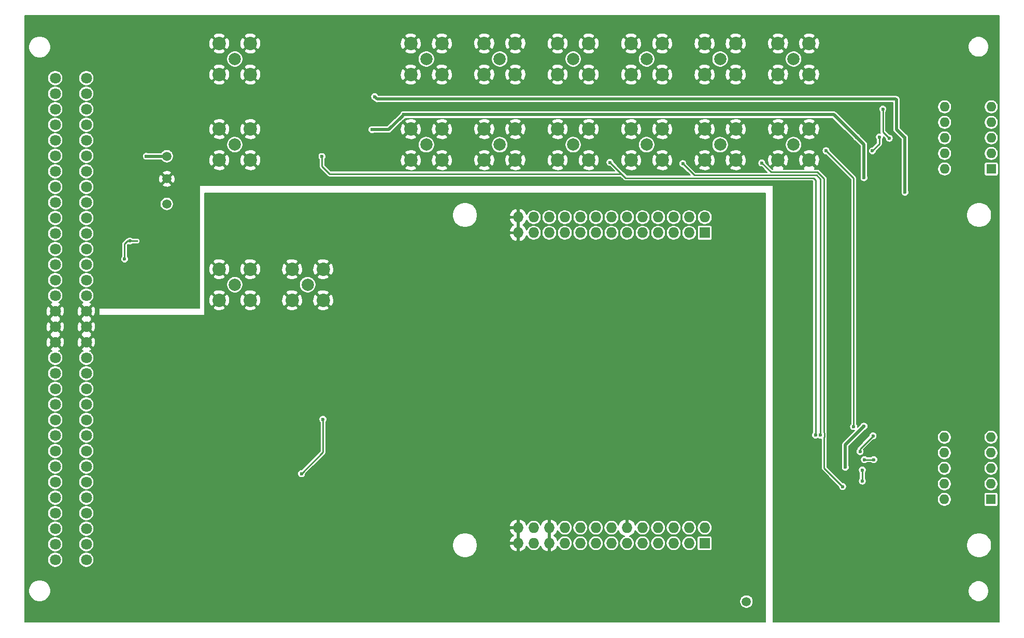
<source format=gbr>
G04 #@! TF.GenerationSoftware,KiCad,Pcbnew,(5.1.5)-3*
G04 #@! TF.CreationDate,2020-05-14T18:18:15+02:00*
G04 #@! TF.ProjectId,RedPitaya_IntStab,52656450-6974-4617-9961-5f496e745374,1.3.1*
G04 #@! TF.SameCoordinates,Original*
G04 #@! TF.FileFunction,Copper,L2,Bot*
G04 #@! TF.FilePolarity,Positive*
%FSLAX46Y46*%
G04 Gerber Fmt 4.6, Leading zero omitted, Abs format (unit mm)*
G04 Created by KiCad (PCBNEW (5.1.5)-3) date 2020-05-14 18:18:15*
%MOMM*%
%LPD*%
G04 APERTURE LIST*
%ADD10C,1.800000*%
%ADD11C,2.200000*%
%ADD12C,2.000000*%
%ADD13C,1.500000*%
%ADD14O,1.727200X1.727200*%
%ADD15R,1.727200X1.727200*%
%ADD16R,1.600000X1.600000*%
%ADD17O,1.600000X1.600000*%
%ADD18C,0.600000*%
%ADD19C,0.250000*%
%ADD20C,0.500000*%
%ADD21C,0.200000*%
G04 APERTURE END LIST*
D10*
X76760000Y-132470000D03*
X76760000Y-129930000D03*
X76760000Y-124850000D03*
X76760000Y-127390000D03*
X76760000Y-122310000D03*
X76760000Y-119770000D03*
X76760000Y-117230000D03*
X76760000Y-114690000D03*
X76760000Y-112150000D03*
X76760000Y-109610000D03*
X76760000Y-107070000D03*
X76760000Y-104530000D03*
X76760000Y-101990000D03*
X76760000Y-99450000D03*
X76760000Y-96910000D03*
X76760000Y-94370000D03*
X76760000Y-91830000D03*
X76760000Y-89290000D03*
X76760000Y-86750000D03*
X76760000Y-84210000D03*
X76760000Y-81670000D03*
X76760000Y-79130000D03*
X76760000Y-76590000D03*
X76760000Y-74050000D03*
X76760000Y-71510000D03*
X76760000Y-68970000D03*
X76760000Y-66430000D03*
X76760000Y-63890000D03*
X76760000Y-61350000D03*
X76760000Y-58810000D03*
X76760000Y-56270000D03*
X76760000Y-53730000D03*
X81840000Y-132470000D03*
X81840000Y-129930000D03*
X81840000Y-124850000D03*
X81840000Y-127390000D03*
X81840000Y-122310000D03*
X81840000Y-119770000D03*
X81840000Y-117230000D03*
X81840000Y-114690000D03*
X81840000Y-112150000D03*
X81840000Y-109610000D03*
X81840000Y-107070000D03*
X81840000Y-104530000D03*
X81840000Y-101990000D03*
X81840000Y-99450000D03*
X81840000Y-96910000D03*
X81840000Y-94370000D03*
X81840000Y-91830000D03*
X81840000Y-89290000D03*
X81840000Y-86750000D03*
X81840000Y-84210000D03*
X81840000Y-81670000D03*
X81840000Y-79130000D03*
X81840000Y-76590000D03*
X81840000Y-74050000D03*
X81840000Y-71510000D03*
X81840000Y-68970000D03*
X81840000Y-66430000D03*
X81840000Y-63890000D03*
X81840000Y-61350000D03*
X81840000Y-58810000D03*
X81840000Y-56270000D03*
X81840000Y-53730000D03*
D11*
X187930138Y-62065718D03*
X187930138Y-67145718D03*
X182850138Y-67145718D03*
X182850138Y-62065718D03*
D12*
X185390138Y-64605718D03*
D11*
X139930138Y-48065718D03*
X139930138Y-53145718D03*
X134850138Y-53145718D03*
X134850138Y-48065718D03*
D12*
X137390138Y-50605718D03*
D11*
X151930138Y-48065718D03*
X151930138Y-53145718D03*
X146850138Y-53145718D03*
X146850138Y-48065718D03*
D12*
X149390138Y-50605718D03*
D11*
X163930138Y-62065718D03*
X163930138Y-67145718D03*
X158850138Y-67145718D03*
X158850138Y-62065718D03*
D12*
X161390138Y-64605718D03*
D11*
X199930138Y-62065718D03*
X199930138Y-67145718D03*
X194850138Y-67145718D03*
X194850138Y-62065718D03*
D12*
X197390138Y-64605718D03*
D11*
X108640000Y-84960000D03*
X108640000Y-90040000D03*
X103560000Y-90040000D03*
X103560000Y-84960000D03*
D12*
X106100000Y-87500000D03*
D11*
X151930138Y-62065718D03*
X151930138Y-67145718D03*
X146850138Y-67145718D03*
X146850138Y-62065718D03*
D12*
X149390138Y-64605718D03*
D11*
X139930138Y-62065718D03*
X139930138Y-67145718D03*
X134850138Y-67145718D03*
X134850138Y-62065718D03*
D12*
X137390138Y-64605718D03*
D11*
X187930138Y-48065718D03*
X187930138Y-53145718D03*
X182850138Y-53145718D03*
X182850138Y-48065718D03*
D12*
X185390138Y-50605718D03*
D11*
X175930138Y-48065718D03*
X175930138Y-53145718D03*
X170850138Y-53145718D03*
X170850138Y-48065718D03*
D12*
X173390138Y-50605718D03*
D11*
X199930138Y-48065718D03*
X199930138Y-53145718D03*
X194850138Y-53145718D03*
X194850138Y-48065718D03*
D12*
X197390138Y-50605718D03*
D11*
X163930138Y-48065718D03*
X163930138Y-53145718D03*
X158850138Y-53145718D03*
X158850138Y-48065718D03*
D12*
X161390138Y-50605718D03*
D11*
X120540000Y-84960000D03*
X120540000Y-90040000D03*
X115460000Y-90040000D03*
X115460000Y-84960000D03*
D12*
X118000000Y-87500000D03*
D11*
X175930138Y-62065718D03*
X175930138Y-67145718D03*
X170850138Y-67145718D03*
X170850138Y-62065718D03*
D12*
X173390138Y-64605718D03*
D13*
X189700000Y-139300000D03*
X95000000Y-74300000D03*
X95000000Y-66500000D03*
X95000000Y-70200000D03*
D14*
X152397000Y-76467000D03*
X152397000Y-79007000D03*
X154937000Y-76467000D03*
X154937000Y-79007000D03*
X157477000Y-76467000D03*
X157477000Y-79007000D03*
X160017000Y-76467000D03*
X160017000Y-79007000D03*
X162557000Y-76467000D03*
X162557000Y-79007000D03*
X165097000Y-76467000D03*
X165097000Y-79007000D03*
X167637000Y-79007000D03*
X170177000Y-76467000D03*
X170177000Y-79007000D03*
X167637000Y-76467000D03*
X172717000Y-76467000D03*
X172717000Y-79007000D03*
X175257000Y-76467000D03*
X175257000Y-79007000D03*
X177797000Y-76467000D03*
X177797000Y-79007000D03*
X180337000Y-76467000D03*
X180337000Y-79007000D03*
X182877000Y-76467000D03*
D15*
X182877000Y-79007000D03*
D14*
X152387000Y-127227000D03*
X152387000Y-129767000D03*
X154927000Y-127227000D03*
X154927000Y-129767000D03*
X157467000Y-127227000D03*
X157467000Y-129767000D03*
X160007000Y-127227000D03*
X160007000Y-129767000D03*
X162547000Y-127227000D03*
X162547000Y-129767000D03*
X165087000Y-127227000D03*
X165087000Y-129767000D03*
X167627000Y-127227000D03*
X167627000Y-129767000D03*
X170167000Y-127227000D03*
X170167000Y-129767000D03*
X172707000Y-127227000D03*
X172707000Y-129767000D03*
X175247000Y-127227000D03*
X175247000Y-129767000D03*
X177787000Y-127227000D03*
X177787000Y-129767000D03*
X180327000Y-127227000D03*
X180327000Y-129767000D03*
X182867000Y-127227000D03*
D15*
X182867000Y-129767000D03*
D16*
X229650000Y-122600000D03*
D17*
X222030000Y-112440000D03*
X229650000Y-120060000D03*
X222030000Y-114980000D03*
X229650000Y-117520000D03*
X222030000Y-117520000D03*
X229650000Y-114980000D03*
X222030000Y-120060000D03*
X229650000Y-112440000D03*
X222030000Y-122600000D03*
D16*
X229700000Y-68580000D03*
D17*
X222080000Y-58420000D03*
X229700000Y-66040000D03*
X222080000Y-60960000D03*
X229700000Y-63500000D03*
X222080000Y-63500000D03*
X229700000Y-60960000D03*
X222080000Y-66040000D03*
X229700000Y-58420000D03*
X222080000Y-68580000D03*
D11*
X108640000Y-62060000D03*
X108640000Y-67140000D03*
X103560000Y-67140000D03*
X103560000Y-62060000D03*
D12*
X106100000Y-64600000D03*
X106100000Y-50600000D03*
D11*
X103560000Y-48060000D03*
X103560000Y-53140000D03*
X108640000Y-53140000D03*
X108640000Y-48060000D03*
D18*
X216250000Y-60850000D03*
X126275000Y-53000000D03*
X131050000Y-64875000D03*
X204900000Y-119000000D03*
X115800000Y-112800000D03*
X111000000Y-115000000D03*
X115800000Y-116900000D03*
X117100000Y-116900000D03*
X117100000Y-115600000D03*
X115800000Y-115600000D03*
X115800000Y-114300000D03*
X117100000Y-114300000D03*
X117100000Y-112800000D03*
X89730000Y-138090000D03*
X88010000Y-136370000D03*
X130470000Y-138090000D03*
X132190000Y-136370000D03*
X132190000Y-95630000D03*
X130470000Y-93910000D03*
X88010000Y-95630000D03*
X89730000Y-93910000D03*
X125150000Y-138090000D03*
X132190000Y-100950000D03*
X132190000Y-93910000D03*
X125150000Y-93910000D03*
X119100000Y-93900000D03*
X113150000Y-93910000D03*
X107000000Y-93900000D03*
X101050000Y-93910000D03*
X95100000Y-93900000D03*
X88010000Y-93910000D03*
X88000000Y-100900000D03*
X88010000Y-106950000D03*
X88000000Y-112900000D03*
X88010000Y-119050000D03*
X87900000Y-125100000D03*
X88010000Y-131050000D03*
X88100000Y-138000000D03*
X95050000Y-138090000D03*
X101000000Y-138100000D03*
X107050000Y-138090000D03*
X113100000Y-138200000D03*
X119150000Y-138090000D03*
X132190000Y-138090000D03*
X132200000Y-131100000D03*
X132190000Y-125050000D03*
X132200000Y-119100000D03*
X132190000Y-112950000D03*
X132200000Y-107000000D03*
X116800000Y-111300000D03*
X116000000Y-111300000D03*
X116800000Y-110300000D03*
X116000000Y-110300000D03*
X116800000Y-109300000D03*
X116000000Y-109300000D03*
X203575000Y-117275000D03*
X90500000Y-83900000D03*
X86000000Y-83200000D03*
X96700000Y-83300000D03*
X125000000Y-108200000D03*
X127000000Y-108200000D03*
X129000000Y-108200000D03*
X113900000Y-117000000D03*
X111000000Y-131000000D03*
X111000000Y-133000000D03*
X111000000Y-135000000D03*
X111000000Y-117000000D03*
X111000000Y-119000000D03*
X111000000Y-121000000D03*
X111000000Y-123000000D03*
X111000000Y-125000000D03*
X111000000Y-127000000D03*
X111000000Y-129000000D03*
X109000000Y-135000000D03*
X109000000Y-133000000D03*
X109000000Y-131000000D03*
X109000000Y-129000000D03*
X109000000Y-127000000D03*
X109000000Y-125000000D03*
X109000000Y-123000000D03*
X109000000Y-121000000D03*
X109000000Y-119200000D03*
X109000000Y-117000000D03*
X109000000Y-115000000D03*
X107000000Y-115000000D03*
X107000000Y-117000000D03*
X107000000Y-119000000D03*
X107000000Y-121000000D03*
X107000000Y-123000000D03*
X107000000Y-125000000D03*
X107000000Y-127000000D03*
X107000000Y-129000000D03*
X107000000Y-131000000D03*
X107000000Y-133000000D03*
X107000000Y-135000000D03*
X105000000Y-135000000D03*
X105000000Y-133000000D03*
X105000000Y-131000000D03*
X105000000Y-129000000D03*
X105000000Y-127000000D03*
X105000000Y-125000000D03*
X105000000Y-123000000D03*
X105000000Y-121000000D03*
X105000000Y-119000000D03*
X105000000Y-117000000D03*
X103000000Y-117000000D03*
X103000000Y-119000000D03*
X103000000Y-121000000D03*
X103000000Y-123000000D03*
X103000000Y-125000000D03*
X103000000Y-127000000D03*
X103000000Y-129000000D03*
X103000000Y-131000000D03*
X103000000Y-133000000D03*
X103000000Y-135000000D03*
X101000000Y-135000000D03*
X101000000Y-133000000D03*
X101000000Y-131000000D03*
X101000000Y-129000000D03*
X101000000Y-127000000D03*
X101000000Y-125000000D03*
X101000000Y-123000000D03*
X101000000Y-121000000D03*
X101000000Y-119000000D03*
X101000000Y-117000000D03*
X99000000Y-117000000D03*
X99000000Y-119000000D03*
X99000000Y-121000000D03*
X99000000Y-123000000D03*
X99000000Y-125000000D03*
X99000000Y-127000000D03*
X99000000Y-129000000D03*
X99000000Y-131000000D03*
X99000000Y-133000000D03*
X99000000Y-135000000D03*
X97000000Y-135000000D03*
X97000000Y-133000000D03*
X97000000Y-131000000D03*
X97000000Y-129000000D03*
X97000000Y-127000000D03*
X97000000Y-125000000D03*
X95000000Y-125000000D03*
X95000000Y-127000000D03*
X95000000Y-129000000D03*
X95000000Y-131000000D03*
X95000000Y-133000000D03*
X95000000Y-135000000D03*
X93000000Y-135000000D03*
X93000000Y-133000000D03*
X93000000Y-131000000D03*
X93000000Y-129000000D03*
X93000000Y-127000000D03*
X93000000Y-125000000D03*
X93000000Y-123000000D03*
X95000000Y-123000000D03*
X97000000Y-123000000D03*
X97000000Y-121000000D03*
X97000000Y-119000000D03*
X97000000Y-117000000D03*
X97000000Y-115000000D03*
X99000000Y-115000000D03*
X101000000Y-115000000D03*
X103000000Y-115000000D03*
X105000000Y-115000000D03*
X95000000Y-115000000D03*
X95000000Y-117000000D03*
X95000000Y-119000000D03*
X95000000Y-121000000D03*
X93000000Y-121000000D03*
X93000000Y-119000000D03*
X93000000Y-117000000D03*
X93000000Y-115000000D03*
X91000000Y-115000000D03*
X91000000Y-117000000D03*
X91000000Y-119000000D03*
X91000000Y-121000000D03*
X91000000Y-123000000D03*
X91000000Y-125000000D03*
X91000000Y-127000000D03*
X91000000Y-129000000D03*
X91000000Y-131000000D03*
X91000000Y-133000000D03*
X91000000Y-135000000D03*
X105000000Y-106000000D03*
X107000000Y-106000000D03*
X109000000Y-106000000D03*
X111000000Y-106000000D03*
X113000000Y-106000000D03*
X115000000Y-106000000D03*
X117000000Y-106000000D03*
X119000000Y-106000000D03*
X121000000Y-106000000D03*
X123000000Y-106000000D03*
X125000000Y-106000000D03*
X127000000Y-106000000D03*
X129000000Y-106000000D03*
X131000000Y-106000000D03*
X131000000Y-104000000D03*
X129000000Y-104000000D03*
X127000000Y-104000000D03*
X125000000Y-104000000D03*
X123000000Y-104000000D03*
X121000000Y-104000000D03*
X119000000Y-104000000D03*
X117000000Y-104000000D03*
X115000000Y-104000000D03*
X113000000Y-104000000D03*
X111000000Y-104000000D03*
X109000000Y-104000000D03*
X107000000Y-104000000D03*
X105000000Y-104000000D03*
X105000000Y-102000000D03*
X107000000Y-102000000D03*
X109000000Y-102000000D03*
X111000000Y-102000000D03*
X113000000Y-102000000D03*
X115000000Y-102000000D03*
X117000000Y-102000000D03*
X119000000Y-102000000D03*
X121000000Y-102000000D03*
X123000000Y-102000000D03*
X125000000Y-102000000D03*
X127000000Y-102000000D03*
X129000000Y-102000000D03*
X131000000Y-102000000D03*
X131000000Y-100000000D03*
X129000000Y-100000000D03*
X127000000Y-100000000D03*
X125000000Y-100000000D03*
X123000000Y-100000000D03*
X121000000Y-100000000D03*
X119000000Y-100000000D03*
X117000000Y-100000000D03*
X115000000Y-100000000D03*
X113000000Y-100000000D03*
X111000000Y-100000000D03*
X109000000Y-100000000D03*
X107000000Y-100000000D03*
X105000000Y-100000000D03*
X105000000Y-98000000D03*
X107000000Y-98000000D03*
X109000000Y-98000000D03*
X111000000Y-98000000D03*
X113000000Y-98000000D03*
X115000000Y-98000000D03*
X117000000Y-98000000D03*
X119000000Y-98000000D03*
X121000000Y-98000000D03*
X123000000Y-98000000D03*
X125000000Y-98000000D03*
X127000000Y-98000000D03*
X129000000Y-98000000D03*
X131000000Y-98000000D03*
X131000000Y-96000000D03*
X129000000Y-96000000D03*
X127000000Y-96000000D03*
X125000000Y-96000000D03*
X123000000Y-96000000D03*
X121000000Y-96000000D03*
X119000000Y-96000000D03*
X117000000Y-96000000D03*
X115000000Y-96000000D03*
X113000000Y-96000000D03*
X111000000Y-96000000D03*
X109000000Y-96000000D03*
X107000000Y-96000000D03*
X105000000Y-96000000D03*
X103000000Y-96000000D03*
X119000000Y-107000000D03*
X117000000Y-107000000D03*
X115000000Y-107000000D03*
X113000000Y-107000000D03*
X114000000Y-107700000D03*
X116100000Y-107800000D03*
X118100000Y-107800000D03*
X109000000Y-113000000D03*
X109000000Y-112000000D03*
X205400000Y-64000000D03*
X215400000Y-114700000D03*
X117900000Y-49800000D03*
X121600000Y-64900000D03*
X112800000Y-112000000D03*
X114200000Y-112800000D03*
X91300000Y-83900000D03*
X91300000Y-84700000D03*
X90500000Y-84700000D03*
X118300000Y-114300000D03*
X118500000Y-115500000D03*
X127000000Y-109500000D03*
X127050000Y-110500000D03*
X127000000Y-111500000D03*
X127000000Y-112500000D03*
X126000000Y-112500000D03*
X125000000Y-112500000D03*
X129000000Y-110500000D03*
X129000000Y-112500000D03*
X129000000Y-114500000D03*
X129000000Y-116500000D03*
X129000000Y-118500000D03*
X129000000Y-120500000D03*
X129000000Y-122500000D03*
X127000000Y-122500000D03*
X127000000Y-120500000D03*
X127000000Y-118500000D03*
X127000000Y-116500000D03*
X127000000Y-114500000D03*
X125000000Y-114500000D03*
X125000000Y-122500000D03*
X123000000Y-122500000D03*
X121000000Y-122500000D03*
X119000000Y-122500000D03*
X119000000Y-120500000D03*
X121000000Y-120500000D03*
X123000000Y-120500000D03*
X125000000Y-120500000D03*
X119000000Y-118500000D03*
X91000000Y-86000000D03*
X91000000Y-87000000D03*
X91000000Y-88000000D03*
X91000000Y-89000000D03*
X91000000Y-90000000D03*
X100000000Y-89500000D03*
X100000000Y-88000000D03*
X100050000Y-86000000D03*
X100050000Y-84000000D03*
X100050000Y-82000000D03*
X100050000Y-80000000D03*
X100050000Y-78007147D03*
X100000000Y-76000000D03*
X100000000Y-74000000D03*
X100000000Y-72000000D03*
X101000000Y-71000000D03*
X103000000Y-71000000D03*
X105000000Y-71000000D03*
X107000000Y-71000000D03*
X109000000Y-71000000D03*
X111000000Y-71000000D03*
X113000000Y-71000000D03*
X115000000Y-71000000D03*
X117500000Y-71000000D03*
X119500000Y-71000000D03*
X121500000Y-71000000D03*
X123500000Y-71000000D03*
X125500000Y-71000000D03*
X127500000Y-71000000D03*
X129500000Y-71000000D03*
X131500000Y-71000000D03*
X133500000Y-71000000D03*
X135500000Y-71000000D03*
X137500000Y-71000000D03*
X139500000Y-71000000D03*
X141500000Y-71000000D03*
X145500000Y-71000000D03*
X100000000Y-71000000D03*
X100000000Y-91000000D03*
X93500000Y-91000000D03*
X89500000Y-91000000D03*
X88000006Y-91000000D03*
X91000000Y-91000000D03*
X98000000Y-91000000D03*
X96000000Y-91000000D03*
X143500000Y-71000000D03*
X147500000Y-71000000D03*
X149500000Y-71000000D03*
X151500000Y-71000000D03*
X153500000Y-71000000D03*
X155500000Y-71000000D03*
X157500000Y-71000000D03*
X159500000Y-71000000D03*
X161500000Y-71000000D03*
X163500000Y-71000000D03*
X165500000Y-71000000D03*
X167500000Y-71000000D03*
X169500000Y-71000000D03*
X171500000Y-71000000D03*
X173500000Y-71000000D03*
X175500000Y-71000000D03*
X177500000Y-71000000D03*
X179500000Y-71000000D03*
X181500000Y-71000000D03*
X183500000Y-71000000D03*
X185500000Y-71000000D03*
X187500000Y-71000000D03*
X189500000Y-71000000D03*
X191500000Y-71000000D03*
X193500000Y-71000000D03*
X194500000Y-71000000D03*
X194500000Y-72000000D03*
X194500000Y-74000000D03*
X194500000Y-76000000D03*
X194500000Y-78000000D03*
X194500000Y-80000000D03*
X194500000Y-82000000D03*
X194500000Y-84000000D03*
X194500000Y-86000000D03*
X194500000Y-88000000D03*
X194500000Y-90000000D03*
X194500000Y-92000000D03*
X194500000Y-94000000D03*
X194500000Y-96000000D03*
X194500000Y-98000000D03*
X194500000Y-100000000D03*
X194500000Y-102000000D03*
X194500000Y-104000000D03*
X194500000Y-106000000D03*
X194500000Y-108000000D03*
X194500000Y-110000000D03*
X194500000Y-112000000D03*
X194500000Y-114000000D03*
X194500000Y-116000000D03*
X194500000Y-118000000D03*
X194500000Y-120000000D03*
X194500000Y-122000000D03*
X194500000Y-124000000D03*
X194500000Y-126000000D03*
X194500000Y-128000000D03*
X194500000Y-130000000D03*
X194500000Y-132000000D03*
X194500000Y-134000000D03*
X194500000Y-136000000D03*
X194500000Y-138000000D03*
X194500000Y-140000000D03*
X194500000Y-142000000D03*
X88000000Y-92750000D03*
X90000000Y-92750000D03*
X92000000Y-92750000D03*
X94000000Y-92750000D03*
X96000000Y-92750000D03*
X98000000Y-92750000D03*
X100000000Y-92750000D03*
X101500000Y-92750000D03*
X101500000Y-90750000D03*
X101500000Y-88750000D03*
X101500000Y-86750000D03*
X101500000Y-84750000D03*
X101500000Y-82750000D03*
X101500000Y-80750000D03*
X101500000Y-78750000D03*
X101500000Y-76750000D03*
X101500000Y-74750000D03*
X101500000Y-72750000D03*
X103500000Y-72750000D03*
X105500000Y-72750000D03*
X107500000Y-72750000D03*
X109500000Y-72750000D03*
X111500000Y-72750000D03*
X113500000Y-72750000D03*
X115500000Y-72750000D03*
X117500000Y-72750000D03*
X119500000Y-72750000D03*
X121500000Y-72750000D03*
X123500000Y-72750000D03*
X125500000Y-72750000D03*
X127500000Y-72750000D03*
X129500000Y-72750000D03*
X131500000Y-72750000D03*
X133500000Y-72750000D03*
X135500000Y-72750000D03*
X137500000Y-72750000D03*
X139500000Y-72750000D03*
X141500000Y-72750000D03*
X143500000Y-72750000D03*
X145500000Y-72750000D03*
X147500000Y-72750000D03*
X149500000Y-72750000D03*
X151500000Y-72750000D03*
X153500000Y-72750000D03*
X155500000Y-72750000D03*
X157500000Y-72750000D03*
X159500000Y-72750000D03*
X161500000Y-72750000D03*
X163500000Y-72750000D03*
X165500000Y-72750000D03*
X167500000Y-72750000D03*
X169500000Y-72750000D03*
X171500000Y-72750000D03*
X173500000Y-72750000D03*
X175500000Y-72750000D03*
X177500000Y-72750000D03*
X179500000Y-72750000D03*
X181500000Y-72750000D03*
X183500000Y-72750000D03*
X185500000Y-72750000D03*
X187500000Y-72750000D03*
X189500000Y-72750000D03*
X191500000Y-72750000D03*
X192500000Y-74000000D03*
X192500000Y-72750000D03*
X192500000Y-76000000D03*
X192500000Y-78000000D03*
X192500000Y-80000000D03*
X192500000Y-82000000D03*
X192500000Y-84000000D03*
X192500000Y-86000000D03*
X192500000Y-88000000D03*
X192500000Y-90000000D03*
X192500000Y-92000000D03*
X192500000Y-94000000D03*
X192500000Y-96000000D03*
X192500000Y-98000000D03*
X192500000Y-100000000D03*
X192500000Y-102000000D03*
X192500000Y-104000000D03*
X192500000Y-106000000D03*
X192500000Y-108000000D03*
X192500000Y-110000000D03*
X192500000Y-112000000D03*
X192500000Y-114000000D03*
X192500000Y-116000000D03*
X192500000Y-118000000D03*
X192500000Y-120000000D03*
X192500000Y-122000000D03*
X192500000Y-124000000D03*
X192500000Y-126000000D03*
X192500000Y-128000000D03*
X192500000Y-130000000D03*
X192500000Y-132000000D03*
X192500000Y-134000000D03*
X192500000Y-136000000D03*
X192500000Y-138000000D03*
X192500000Y-140000000D03*
X192500000Y-142000000D03*
X216600000Y-55100000D03*
X217850000Y-105700000D03*
X128950000Y-56750000D03*
X215540002Y-63440000D03*
X215600000Y-72400000D03*
X128500000Y-62150000D03*
X208900001Y-110624999D03*
X208900000Y-70000000D03*
X133699999Y-59700000D03*
X205850006Y-117350000D03*
X91649998Y-66500000D03*
X207699990Y-63400000D03*
X207200000Y-110700000D03*
X202700000Y-65600000D03*
X205400000Y-120500000D03*
X192200000Y-67600000D03*
X120500000Y-109500000D03*
X117000000Y-118400000D03*
X88100000Y-83300000D03*
X88950000Y-80350000D03*
X210500000Y-116100000D03*
X208975000Y-116100000D03*
X179300000Y-67700000D03*
X201775012Y-112100009D03*
X213025000Y-63550000D03*
X211975000Y-58800000D03*
X208619820Y-119604008D03*
X208625000Y-117800000D03*
X208250000Y-114775000D03*
X210383051Y-112202200D03*
X211425000Y-63350000D03*
X210275000Y-65625000D03*
X167400000Y-67500000D03*
X120335000Y-66535000D03*
X200975011Y-112099994D03*
D19*
X115800000Y-112800000D02*
X117100000Y-112800000D01*
X111000000Y-116900000D02*
X111000000Y-119200000D01*
X109000000Y-115000000D02*
X109000000Y-116900000D01*
X111900000Y-115000000D02*
X111000000Y-115000000D01*
X113900000Y-117000000D02*
X111900000Y-115000000D01*
X117100000Y-116900000D02*
X115800000Y-116900000D01*
X115800000Y-115600000D02*
X117100000Y-115600000D01*
X117100000Y-114300000D02*
X115800000Y-114300000D01*
X89700000Y-138100000D02*
X89720000Y-138100000D01*
X89720000Y-138100000D02*
X89730000Y-138090000D01*
X88000000Y-136400000D02*
X88000000Y-136380000D01*
X88000000Y-136380000D02*
X88010000Y-136370000D01*
X130500000Y-138100000D02*
X130480000Y-138100000D01*
X130480000Y-138100000D02*
X130470000Y-138090000D01*
X132200000Y-136400000D02*
X132200000Y-136380000D01*
X132200000Y-136380000D02*
X132190000Y-136370000D01*
X132200000Y-95600000D02*
X132200000Y-95620000D01*
X132200000Y-95620000D02*
X132190000Y-95630000D01*
X130500000Y-93900000D02*
X130480000Y-93900000D01*
X130480000Y-93900000D02*
X130470000Y-93910000D01*
X88000000Y-95600000D02*
X88000000Y-95620000D01*
X88000000Y-95620000D02*
X88010000Y-95630000D01*
X89700000Y-93900000D02*
X89720000Y-93900000D01*
X89720000Y-93900000D02*
X89730000Y-93910000D01*
D20*
X125160000Y-138100000D02*
X125200000Y-138100000D01*
X125150000Y-138090000D02*
X125160000Y-138100000D01*
X124950000Y-108200000D02*
X125950000Y-108200000D01*
X127000000Y-108200000D02*
X127424264Y-108200000D01*
X127424264Y-108200000D02*
X128100000Y-108200000D01*
X127000000Y-109150000D02*
X125950000Y-109150000D01*
X129150000Y-109150000D02*
X128150000Y-109150000D01*
X118800000Y-107800000D02*
X118100000Y-107800000D01*
X117200000Y-107800000D02*
X116100000Y-107800000D01*
X116100000Y-107800000D02*
X116000000Y-107700000D01*
X115100000Y-107700000D02*
X114000000Y-107700000D01*
X125950000Y-110500000D02*
X126000000Y-110500000D01*
D19*
X126000000Y-110500000D02*
X127050000Y-110500000D01*
X127050000Y-110500000D02*
X128000000Y-110500000D01*
X128000000Y-110500000D02*
X129000000Y-110500000D01*
D20*
X128150000Y-110500000D02*
X129000000Y-110500000D01*
D19*
X129000000Y-110500000D02*
X130000000Y-110500000D01*
X130000000Y-110500000D02*
X130000000Y-111500000D01*
X130000000Y-111500000D02*
X129000000Y-111500000D01*
X129000000Y-111500000D02*
X128000000Y-111500000D01*
X127000000Y-111500000D02*
X126000000Y-111500000D01*
X111000000Y-126000000D02*
X111000000Y-127000000D01*
X111000000Y-129000000D02*
X111000000Y-130000000D01*
X111000000Y-131000000D02*
X111000000Y-132000000D01*
X111000000Y-133000000D02*
X111000000Y-134000000D01*
X111000000Y-135000000D02*
X111000000Y-136000000D01*
X111000000Y-124000000D02*
X111000000Y-125000000D01*
X111000000Y-120000000D02*
X111000000Y-121000000D01*
X111000000Y-122000000D02*
X111000000Y-123000000D01*
X111000000Y-116000000D02*
X111000000Y-117000000D01*
X111000000Y-118000000D02*
X111000000Y-119000000D01*
X109000000Y-135000000D02*
X109000000Y-133000000D01*
X109000000Y-131000000D02*
X109000000Y-129000000D01*
X109000000Y-127000000D02*
X109000000Y-125000000D01*
X109000000Y-125000000D02*
X109000000Y-123000000D01*
X109000000Y-119200000D02*
X109000000Y-121000000D01*
X109000000Y-121000000D02*
X109000000Y-121400000D01*
X107000000Y-115000000D02*
X107000000Y-117000000D01*
X107000000Y-119000000D02*
X107000000Y-121000000D01*
X107000000Y-123000000D02*
X107000000Y-125000000D01*
X107000000Y-127000000D02*
X107000000Y-129000000D01*
X107000000Y-131000000D02*
X107000000Y-133000000D01*
X107000000Y-135000000D02*
X105000000Y-135000000D01*
X105000000Y-133000000D02*
X105000000Y-131000000D01*
X105000000Y-129000000D02*
X105000000Y-127000000D01*
X105000000Y-125000000D02*
X105000000Y-123000000D01*
X105000000Y-121000000D02*
X105000000Y-119000000D01*
X105000000Y-117000000D02*
X103000000Y-117000000D01*
X103000000Y-119000000D02*
X103000000Y-121000000D01*
X103000000Y-123000000D02*
X103000000Y-125000000D01*
X103000000Y-127000000D02*
X103000000Y-129000000D01*
X103000000Y-131000000D02*
X103000000Y-133000000D01*
X103000000Y-135000000D02*
X101000000Y-135000000D01*
X101000000Y-133000000D02*
X101000000Y-131000000D01*
X101000000Y-129000000D02*
X101000000Y-127000000D01*
X101000000Y-125000000D02*
X101000000Y-123000000D01*
X101000000Y-121000000D02*
X101000000Y-119000000D01*
X101000000Y-117000000D02*
X99000000Y-117000000D01*
X99000000Y-117000000D02*
X99000000Y-119000000D01*
X99000000Y-121000000D02*
X99000000Y-123000000D01*
X99000000Y-125000000D02*
X99000000Y-127000000D01*
X99000000Y-129000000D02*
X99000000Y-131000000D01*
X99000000Y-133000000D02*
X99000000Y-135000000D01*
X97000000Y-135000000D02*
X97000000Y-133000000D01*
X97000000Y-131000000D02*
X97000000Y-129000000D01*
X97000000Y-127000000D02*
X97000000Y-125000000D01*
X95000000Y-125000000D02*
X95000000Y-127000000D01*
X95000000Y-129000000D02*
X95000000Y-131000000D01*
X95000000Y-133000000D02*
X95000000Y-135000000D01*
X93000000Y-135000000D02*
X93000000Y-133000000D01*
X93000000Y-131000000D02*
X93000000Y-129000000D01*
X93000000Y-127000000D02*
X93000000Y-125000000D01*
X93000000Y-123000000D02*
X95000000Y-123000000D01*
X97000000Y-123000000D02*
X97000000Y-121000000D01*
X97000000Y-119000000D02*
X97000000Y-117000000D01*
X97000000Y-115000000D02*
X99000000Y-115000000D01*
X101000000Y-115000000D02*
X103000000Y-115000000D01*
X105000000Y-115000000D02*
X95000000Y-115000000D01*
X95000000Y-117000000D02*
X95000000Y-119000000D01*
X95000000Y-121000000D02*
X93000000Y-121000000D01*
X93000000Y-119000000D02*
X93000000Y-117000000D01*
X93000000Y-115000000D02*
X91000000Y-115000000D01*
X91000000Y-117000000D02*
X91000000Y-119000000D01*
X91000000Y-121000000D02*
X91000000Y-123000000D01*
X91000000Y-125000000D02*
X91000000Y-127000000D01*
X91000000Y-129000000D02*
X91000000Y-131000000D01*
X91000000Y-133000000D02*
X91000000Y-135000000D01*
X103000000Y-106000000D02*
X105000000Y-106000000D01*
X107000000Y-106000000D02*
X109000000Y-106000000D01*
X111000000Y-106000000D02*
X113000000Y-106000000D01*
X115000000Y-106000000D02*
X117000000Y-106000000D01*
X119000000Y-106000000D02*
X121000000Y-106000000D01*
X123000000Y-106000000D02*
X125000000Y-106000000D01*
X127000000Y-106000000D02*
X129000000Y-106000000D01*
X131000000Y-106000000D02*
X131000000Y-104000000D01*
X129000000Y-104000000D02*
X127000000Y-104000000D01*
X125000000Y-104000000D02*
X123000000Y-104000000D01*
X121000000Y-104000000D02*
X119000000Y-104000000D01*
X117000000Y-104000000D02*
X115000000Y-104000000D01*
X113000000Y-104000000D02*
X111000000Y-104000000D01*
X109000000Y-104000000D02*
X107000000Y-104000000D01*
X105000000Y-104000000D02*
X103000000Y-104000000D01*
X105000000Y-102000000D02*
X107000000Y-102000000D01*
X109000000Y-102000000D02*
X111000000Y-102000000D01*
X113000000Y-102000000D02*
X115000000Y-102000000D01*
X117000000Y-102000000D02*
X119000000Y-102000000D01*
X121000000Y-102000000D02*
X123000000Y-102000000D01*
X125000000Y-102000000D02*
X127000000Y-102000000D01*
X129000000Y-102000000D02*
X131000000Y-102000000D01*
X131000000Y-100000000D02*
X129000000Y-100000000D01*
X127000000Y-100000000D02*
X125000000Y-100000000D01*
X123000000Y-100000000D02*
X121000000Y-100000000D01*
X119000000Y-100000000D02*
X117000000Y-100000000D01*
X115000000Y-100000000D02*
X113000000Y-100000000D01*
X111000000Y-100000000D02*
X109000000Y-100000000D01*
X107000000Y-100000000D02*
X105000000Y-100000000D01*
X103000000Y-98000000D02*
X105000000Y-98000000D01*
X107000000Y-98000000D02*
X109000000Y-98000000D01*
X111000000Y-98000000D02*
X113000000Y-98000000D01*
X115000000Y-98000000D02*
X117000000Y-98000000D01*
X119000000Y-98000000D02*
X121000000Y-98000000D01*
X123000000Y-98000000D02*
X125000000Y-98000000D01*
X127000000Y-98000000D02*
X129000000Y-98000000D01*
X131000000Y-98000000D02*
X131000000Y-96000000D01*
X129000000Y-96000000D02*
X127000000Y-96000000D01*
X125000000Y-96000000D02*
X123000000Y-96000000D01*
X121000000Y-96000000D02*
X119000000Y-96000000D01*
X117000000Y-96000000D02*
X115000000Y-96000000D01*
X113000000Y-96000000D02*
X111000000Y-96000000D01*
X109000000Y-96000000D02*
X107000000Y-96000000D01*
X105000000Y-96000000D02*
X103000000Y-96000000D01*
X119000000Y-107000000D02*
X117000000Y-107000000D01*
X115000000Y-107000000D02*
X113000000Y-107000000D01*
X115000000Y-107000000D02*
X114700000Y-107000000D01*
X114700000Y-107000000D02*
X114000000Y-107700000D01*
X117000000Y-107000000D02*
X116900000Y-107000000D01*
X116900000Y-107000000D02*
X116100000Y-107800000D01*
X119000000Y-107000000D02*
X118900000Y-107000000D01*
X118900000Y-107000000D02*
X118100000Y-107800000D01*
X109000000Y-113000000D02*
X109000000Y-112000000D01*
X127000000Y-109500000D02*
X127000000Y-110450000D01*
X127000000Y-110450000D02*
X127050000Y-110500000D01*
X127050000Y-110500000D02*
X127050000Y-111450000D01*
X127050000Y-111450000D02*
X127000000Y-111500000D01*
X127000000Y-112500000D02*
X126000000Y-112500000D01*
X129000000Y-112500000D02*
X129000000Y-114500000D01*
X129000000Y-116500000D02*
X129000000Y-118500000D01*
X129000000Y-120500000D02*
X129000000Y-122500000D01*
X127000000Y-122500000D02*
X127000000Y-120500000D01*
X127000000Y-118500000D02*
X127000000Y-116500000D01*
X125000000Y-112500000D02*
X125000000Y-114500000D01*
X125000000Y-114500000D02*
X125000000Y-114749998D01*
X125000000Y-122500000D02*
X123000000Y-122500000D01*
X121000000Y-122500000D02*
X119000000Y-122500000D01*
X119000000Y-120500000D02*
X121000000Y-120500000D01*
X123000000Y-120500000D02*
X125000000Y-120500000D01*
X91000000Y-86000000D02*
X91000000Y-87000000D01*
X91000000Y-88000000D02*
X91000000Y-89000000D01*
X100000000Y-89500000D02*
X100000000Y-88000000D01*
X100050000Y-86000000D02*
X100050000Y-84000000D01*
X100050000Y-82000000D02*
X100050000Y-80000000D01*
X100050000Y-78007147D02*
X100050000Y-76050000D01*
X100050000Y-76050000D02*
X100000000Y-76000000D01*
X100000000Y-74000000D02*
X100000000Y-72000000D01*
X101000000Y-71000000D02*
X103000000Y-71000000D01*
X105000000Y-71000000D02*
X107000000Y-71000000D01*
X109000000Y-71000000D02*
X111000000Y-71000000D01*
X113000000Y-71000000D02*
X115000000Y-71000000D01*
X117500000Y-71000000D02*
X119500000Y-71000000D01*
X121500000Y-71000000D02*
X123500000Y-71000000D01*
X123500000Y-71000000D02*
X125500000Y-71000000D01*
X127500000Y-71000000D02*
X129500000Y-71000000D01*
X131500000Y-71000000D02*
X133500000Y-71000000D01*
X135500000Y-71000000D02*
X137500000Y-71000000D01*
X139500000Y-71000000D02*
X141500000Y-71000000D01*
X89500000Y-91000000D02*
X88000006Y-91000000D01*
X91000000Y-90000000D02*
X91000000Y-91000000D01*
X100000000Y-91000000D02*
X98000000Y-91000000D01*
X93500000Y-91000000D02*
X96000000Y-91000000D01*
X145500000Y-71000000D02*
X143500000Y-71000000D01*
X147500000Y-71000000D02*
X149500000Y-71000000D01*
X151500000Y-71000000D02*
X153500000Y-71000000D01*
X155500000Y-71000000D02*
X157500000Y-71000000D01*
X159500000Y-71000000D02*
X161500000Y-71000000D01*
X163500000Y-71000000D02*
X165500000Y-71000000D01*
X167500000Y-71000000D02*
X169500000Y-71000000D01*
X169500000Y-71000000D02*
X171500000Y-71000000D01*
X173500000Y-71000000D02*
X175500000Y-71000000D01*
X177500000Y-71000000D02*
X179500000Y-71000000D01*
X181500000Y-71000000D02*
X183500000Y-71000000D01*
X185500000Y-71000000D02*
X187500000Y-71000000D01*
X189500000Y-71000000D02*
X191500000Y-71000000D01*
X193500000Y-71000000D02*
X194500000Y-71000000D01*
X194500000Y-72000000D02*
X194500000Y-74000000D01*
X194500000Y-76000000D02*
X194500000Y-76500000D01*
X194500000Y-76000000D02*
X194500000Y-78000000D01*
X194500000Y-80000000D02*
X194500000Y-82000000D01*
X194500000Y-86000000D02*
X194500000Y-88000000D01*
X194500000Y-90000000D02*
X194500000Y-92000000D01*
X194500000Y-94000000D02*
X194500000Y-96000000D01*
X194500000Y-98000000D02*
X194500000Y-100000000D01*
X194500000Y-102000000D02*
X194500000Y-104000000D01*
X194500000Y-106000000D02*
X194500000Y-108000000D01*
X194500000Y-110000000D02*
X194500000Y-112000000D01*
X194500000Y-114000000D02*
X194500000Y-116000000D01*
D20*
X214054999Y-57154999D02*
X214200000Y-57300000D01*
X128950000Y-56750000D02*
X129354999Y-57154999D01*
X129354999Y-57154999D02*
X214054999Y-57154999D01*
X214179999Y-62079997D02*
X215240003Y-63140001D01*
X215240003Y-63140001D02*
X215540002Y-63440000D01*
X214179999Y-57204999D02*
X214179999Y-62079997D01*
X215540002Y-63440000D02*
X215540002Y-72340002D01*
X215540002Y-72340002D02*
X215600000Y-72400000D01*
X91600010Y-66500000D02*
X95000000Y-66500000D01*
X131249999Y-62150000D02*
X133400000Y-59999999D01*
X133400000Y-59999999D02*
X133699999Y-59700000D01*
X128500000Y-62150000D02*
X131249999Y-62150000D01*
X208900001Y-110624999D02*
X205850006Y-113674994D01*
X205850006Y-116925736D02*
X205850006Y-117350000D01*
X205850006Y-113674994D02*
X205850006Y-116925736D01*
X208900000Y-70000000D02*
X208900000Y-64600010D01*
X203999990Y-59700000D02*
X207399991Y-63100001D01*
X208900000Y-64600010D02*
X207999989Y-63699999D01*
X207399991Y-63100001D02*
X207699990Y-63400000D01*
X207999989Y-63699999D02*
X207699990Y-63400000D01*
X133699999Y-59700000D02*
X203999990Y-59700000D01*
D19*
X207200000Y-70100000D02*
X202999999Y-65899999D01*
X202999999Y-65899999D02*
X202700000Y-65600000D01*
X207200000Y-110700000D02*
X207200000Y-70100000D01*
X202400000Y-117500000D02*
X205100001Y-120200001D01*
X202400000Y-112400015D02*
X202400000Y-117500000D01*
X193700000Y-69100000D02*
X201300000Y-69100000D01*
X192200000Y-67600000D02*
X193700000Y-69100000D01*
X202425002Y-112375013D02*
X202400000Y-112400015D01*
X202400000Y-111674996D02*
X202425002Y-111699998D01*
X202400000Y-70200000D02*
X202400000Y-111674996D01*
X201300000Y-69100000D02*
X202400000Y-70200000D01*
X202425002Y-111699998D02*
X202425002Y-112375013D01*
X205100001Y-120200001D02*
X205400000Y-120500000D01*
X120500000Y-114900000D02*
X120500000Y-109500000D01*
X117000000Y-118400000D02*
X120500000Y-114900000D01*
X88100000Y-83300000D02*
X88100000Y-80800000D01*
X88100000Y-80800000D02*
X88550000Y-80350000D01*
X88550000Y-80350000D02*
X88800000Y-80350000D01*
X88800000Y-80350000D02*
X88950000Y-80350000D01*
X88950000Y-80350000D02*
X90150000Y-80350000D01*
X210500000Y-116100000D02*
X208975000Y-116100000D01*
X179300000Y-67700000D02*
X181200000Y-69600000D01*
X181200000Y-69600000D02*
X201163590Y-69600000D01*
X201163590Y-69600000D02*
X201775012Y-70211422D01*
X201775012Y-111675745D02*
X201775012Y-112100009D01*
X201775012Y-70211422D02*
X201775012Y-111675745D01*
X211975000Y-58800000D02*
X211975000Y-62500000D01*
X211975000Y-62500000D02*
X213025000Y-63550000D01*
X208619820Y-117805180D02*
X208625000Y-117800000D01*
X208619820Y-119604008D02*
X208619820Y-117805180D01*
X208250000Y-114335251D02*
X210383051Y-112202200D01*
X208250000Y-114775000D02*
X208250000Y-114335251D01*
X210275000Y-65625000D02*
X211425000Y-64475000D01*
X211425000Y-64475000D02*
X211425000Y-63350000D01*
X200975011Y-78224989D02*
X201000000Y-78200000D01*
X200975011Y-112099994D02*
X200975011Y-78224989D01*
X201000000Y-70400000D02*
X200650010Y-70050010D01*
X201000000Y-78200000D02*
X201000000Y-70400000D01*
X200650010Y-70050010D02*
X169950010Y-70050010D01*
X169950010Y-70050010D02*
X167400000Y-67500000D01*
X121600000Y-69400000D02*
X169300000Y-69400000D01*
X120335000Y-66535000D02*
X120335000Y-68135000D01*
X120335000Y-68135000D02*
X121600000Y-69400000D01*
D21*
G36*
X230975001Y-142675000D02*
G01*
X194100000Y-142675000D01*
X194100000Y-137432565D01*
X225900000Y-137432565D01*
X225900000Y-137767435D01*
X225965330Y-138095872D01*
X226093479Y-138405252D01*
X226279523Y-138683687D01*
X226516313Y-138920477D01*
X226794748Y-139106521D01*
X227104128Y-139234670D01*
X227432565Y-139300000D01*
X227767435Y-139300000D01*
X228095872Y-139234670D01*
X228405252Y-139106521D01*
X228683687Y-138920477D01*
X228920477Y-138683687D01*
X229106521Y-138405252D01*
X229234670Y-138095872D01*
X229300000Y-137767435D01*
X229300000Y-137432565D01*
X229234670Y-137104128D01*
X229106521Y-136794748D01*
X228920477Y-136516313D01*
X228683687Y-136279523D01*
X228405252Y-136093479D01*
X228095872Y-135965330D01*
X227767435Y-135900000D01*
X227432565Y-135900000D01*
X227104128Y-135965330D01*
X226794748Y-136093479D01*
X226516313Y-136279523D01*
X226279523Y-136516313D01*
X226093479Y-136794748D01*
X225965330Y-137104128D01*
X225900000Y-137432565D01*
X194100000Y-137432565D01*
X194100000Y-129898093D01*
X225650000Y-129898093D01*
X225650000Y-130301907D01*
X225728780Y-130697963D01*
X225883314Y-131071039D01*
X226107661Y-131406799D01*
X226393201Y-131692339D01*
X226728961Y-131916686D01*
X227102037Y-132071220D01*
X227498093Y-132150000D01*
X227901907Y-132150000D01*
X228297963Y-132071220D01*
X228671039Y-131916686D01*
X229006799Y-131692339D01*
X229292339Y-131406799D01*
X229516686Y-131071039D01*
X229671220Y-130697963D01*
X229750000Y-130301907D01*
X229750000Y-129898093D01*
X229671220Y-129502037D01*
X229516686Y-129128961D01*
X229292339Y-128793201D01*
X229006799Y-128507661D01*
X228671039Y-128283314D01*
X228297963Y-128128780D01*
X227901907Y-128050000D01*
X227498093Y-128050000D01*
X227102037Y-128128780D01*
X226728961Y-128283314D01*
X226393201Y-128507661D01*
X226107661Y-128793201D01*
X225883314Y-129128961D01*
X225728780Y-129502037D01*
X225650000Y-129898093D01*
X194100000Y-129898093D01*
X194100000Y-122486735D01*
X220880000Y-122486735D01*
X220880000Y-122713265D01*
X220924194Y-122935443D01*
X221010884Y-123144729D01*
X221136737Y-123333082D01*
X221296918Y-123493263D01*
X221485271Y-123619116D01*
X221694557Y-123705806D01*
X221916735Y-123750000D01*
X222143265Y-123750000D01*
X222365443Y-123705806D01*
X222574729Y-123619116D01*
X222763082Y-123493263D01*
X222923263Y-123333082D01*
X223049116Y-123144729D01*
X223135806Y-122935443D01*
X223180000Y-122713265D01*
X223180000Y-122486735D01*
X223135806Y-122264557D01*
X223049116Y-122055271D01*
X222923263Y-121866918D01*
X222856345Y-121800000D01*
X228498307Y-121800000D01*
X228498307Y-123400000D01*
X228505065Y-123468612D01*
X228525078Y-123534587D01*
X228557578Y-123595390D01*
X228601315Y-123648685D01*
X228654610Y-123692422D01*
X228715413Y-123724922D01*
X228781388Y-123744935D01*
X228850000Y-123751693D01*
X230450000Y-123751693D01*
X230518612Y-123744935D01*
X230584587Y-123724922D01*
X230645390Y-123692422D01*
X230698685Y-123648685D01*
X230742422Y-123595390D01*
X230774922Y-123534587D01*
X230794935Y-123468612D01*
X230801693Y-123400000D01*
X230801693Y-121800000D01*
X230794935Y-121731388D01*
X230774922Y-121665413D01*
X230742422Y-121604610D01*
X230698685Y-121551315D01*
X230645390Y-121507578D01*
X230584587Y-121475078D01*
X230518612Y-121455065D01*
X230450000Y-121448307D01*
X228850000Y-121448307D01*
X228781388Y-121455065D01*
X228715413Y-121475078D01*
X228654610Y-121507578D01*
X228601315Y-121551315D01*
X228557578Y-121604610D01*
X228525078Y-121665413D01*
X228505065Y-121731388D01*
X228498307Y-121800000D01*
X222856345Y-121800000D01*
X222763082Y-121706737D01*
X222574729Y-121580884D01*
X222365443Y-121494194D01*
X222143265Y-121450000D01*
X221916735Y-121450000D01*
X221694557Y-121494194D01*
X221485271Y-121580884D01*
X221296918Y-121706737D01*
X221136737Y-121866918D01*
X221010884Y-122055271D01*
X220924194Y-122264557D01*
X220880000Y-122486735D01*
X194100000Y-122486735D01*
X194100000Y-71400000D01*
X194098079Y-71380491D01*
X194092388Y-71361732D01*
X194083147Y-71344443D01*
X194070711Y-71329289D01*
X194055557Y-71316853D01*
X194038268Y-71307612D01*
X194019509Y-71301921D01*
X194000000Y-71300000D01*
X100400000Y-71300000D01*
X100380491Y-71301921D01*
X100361732Y-71307612D01*
X100344443Y-71316853D01*
X100329289Y-71329289D01*
X100316853Y-71344443D01*
X100307612Y-71361732D01*
X100301921Y-71380491D01*
X100300000Y-71400000D01*
X100300000Y-91300000D01*
X84000000Y-91300000D01*
X83980491Y-91301921D01*
X83961732Y-91307612D01*
X83944443Y-91316853D01*
X83929289Y-91329289D01*
X83916853Y-91344443D01*
X83907612Y-91361732D01*
X83901921Y-91380491D01*
X83900000Y-91400000D01*
X83900000Y-92400000D01*
X83901921Y-92419509D01*
X83907612Y-92438268D01*
X83916853Y-92455557D01*
X83929289Y-92470711D01*
X83944443Y-92483147D01*
X83961732Y-92492388D01*
X83980491Y-92498079D01*
X84000000Y-92500000D01*
X101100000Y-92500000D01*
X101119509Y-92498079D01*
X101138268Y-92492388D01*
X101155557Y-92483147D01*
X101170711Y-92470711D01*
X101183147Y-92455557D01*
X101192388Y-92438268D01*
X101198079Y-92419509D01*
X101200000Y-92400000D01*
X101200000Y-91249623D01*
X102568166Y-91249623D01*
X102679863Y-91513405D01*
X102984222Y-91656800D01*
X103310707Y-91738062D01*
X103646773Y-91754069D01*
X103979505Y-91704205D01*
X104296114Y-91590386D01*
X104440137Y-91513405D01*
X104551834Y-91249623D01*
X107648166Y-91249623D01*
X107759863Y-91513405D01*
X108064222Y-91656800D01*
X108390707Y-91738062D01*
X108726773Y-91754069D01*
X109059505Y-91704205D01*
X109376114Y-91590386D01*
X109520137Y-91513405D01*
X109631834Y-91249623D01*
X114468166Y-91249623D01*
X114579863Y-91513405D01*
X114884222Y-91656800D01*
X115210707Y-91738062D01*
X115546773Y-91754069D01*
X115879505Y-91704205D01*
X116196114Y-91590386D01*
X116340137Y-91513405D01*
X116451834Y-91249623D01*
X119548166Y-91249623D01*
X119659863Y-91513405D01*
X119964222Y-91656800D01*
X120290707Y-91738062D01*
X120626773Y-91754069D01*
X120959505Y-91704205D01*
X121276114Y-91590386D01*
X121420137Y-91513405D01*
X121531834Y-91249623D01*
X120540000Y-90257789D01*
X119548166Y-91249623D01*
X116451834Y-91249623D01*
X115460000Y-90257789D01*
X114468166Y-91249623D01*
X109631834Y-91249623D01*
X108640000Y-90257789D01*
X107648166Y-91249623D01*
X104551834Y-91249623D01*
X103560000Y-90257789D01*
X102568166Y-91249623D01*
X101200000Y-91249623D01*
X101200000Y-90126773D01*
X101845931Y-90126773D01*
X101895795Y-90459505D01*
X102009614Y-90776114D01*
X102086595Y-90920137D01*
X102350377Y-91031834D01*
X103342211Y-90040000D01*
X103777789Y-90040000D01*
X104769623Y-91031834D01*
X105033405Y-90920137D01*
X105176800Y-90615778D01*
X105258062Y-90289293D01*
X105265802Y-90126773D01*
X106925931Y-90126773D01*
X106975795Y-90459505D01*
X107089614Y-90776114D01*
X107166595Y-90920137D01*
X107430377Y-91031834D01*
X108422211Y-90040000D01*
X108857789Y-90040000D01*
X109849623Y-91031834D01*
X110113405Y-90920137D01*
X110256800Y-90615778D01*
X110338062Y-90289293D01*
X110345802Y-90126773D01*
X113745931Y-90126773D01*
X113795795Y-90459505D01*
X113909614Y-90776114D01*
X113986595Y-90920137D01*
X114250377Y-91031834D01*
X115242211Y-90040000D01*
X115677789Y-90040000D01*
X116669623Y-91031834D01*
X116933405Y-90920137D01*
X117076800Y-90615778D01*
X117158062Y-90289293D01*
X117165802Y-90126773D01*
X118825931Y-90126773D01*
X118875795Y-90459505D01*
X118989614Y-90776114D01*
X119066595Y-90920137D01*
X119330377Y-91031834D01*
X120322211Y-90040000D01*
X120757789Y-90040000D01*
X121749623Y-91031834D01*
X122013405Y-90920137D01*
X122156800Y-90615778D01*
X122238062Y-90289293D01*
X122254069Y-89953227D01*
X122204205Y-89620495D01*
X122090386Y-89303886D01*
X122013405Y-89159863D01*
X121749623Y-89048166D01*
X120757789Y-90040000D01*
X120322211Y-90040000D01*
X119330377Y-89048166D01*
X119066595Y-89159863D01*
X118923200Y-89464222D01*
X118841938Y-89790707D01*
X118825931Y-90126773D01*
X117165802Y-90126773D01*
X117174069Y-89953227D01*
X117124205Y-89620495D01*
X117010386Y-89303886D01*
X116933405Y-89159863D01*
X116669623Y-89048166D01*
X115677789Y-90040000D01*
X115242211Y-90040000D01*
X114250377Y-89048166D01*
X113986595Y-89159863D01*
X113843200Y-89464222D01*
X113761938Y-89790707D01*
X113745931Y-90126773D01*
X110345802Y-90126773D01*
X110354069Y-89953227D01*
X110304205Y-89620495D01*
X110190386Y-89303886D01*
X110113405Y-89159863D01*
X109849623Y-89048166D01*
X108857789Y-90040000D01*
X108422211Y-90040000D01*
X107430377Y-89048166D01*
X107166595Y-89159863D01*
X107023200Y-89464222D01*
X106941938Y-89790707D01*
X106925931Y-90126773D01*
X105265802Y-90126773D01*
X105274069Y-89953227D01*
X105224205Y-89620495D01*
X105110386Y-89303886D01*
X105033405Y-89159863D01*
X104769623Y-89048166D01*
X103777789Y-90040000D01*
X103342211Y-90040000D01*
X102350377Y-89048166D01*
X102086595Y-89159863D01*
X101943200Y-89464222D01*
X101861938Y-89790707D01*
X101845931Y-90126773D01*
X101200000Y-90126773D01*
X101200000Y-88830377D01*
X102568166Y-88830377D01*
X103560000Y-89822211D01*
X104551834Y-88830377D01*
X104440137Y-88566595D01*
X104135778Y-88423200D01*
X103809293Y-88341938D01*
X103473227Y-88325931D01*
X103140495Y-88375795D01*
X102823886Y-88489614D01*
X102679863Y-88566595D01*
X102568166Y-88830377D01*
X101200000Y-88830377D01*
X101200000Y-87367037D01*
X104750000Y-87367037D01*
X104750000Y-87632963D01*
X104801880Y-87893780D01*
X104903646Y-88139465D01*
X105051387Y-88360575D01*
X105239425Y-88548613D01*
X105460535Y-88696354D01*
X105706220Y-88798120D01*
X105967037Y-88850000D01*
X106232963Y-88850000D01*
X106331613Y-88830377D01*
X107648166Y-88830377D01*
X108640000Y-89822211D01*
X109631834Y-88830377D01*
X114468166Y-88830377D01*
X115460000Y-89822211D01*
X116451834Y-88830377D01*
X116340137Y-88566595D01*
X116035778Y-88423200D01*
X115709293Y-88341938D01*
X115373227Y-88325931D01*
X115040495Y-88375795D01*
X114723886Y-88489614D01*
X114579863Y-88566595D01*
X114468166Y-88830377D01*
X109631834Y-88830377D01*
X109520137Y-88566595D01*
X109215778Y-88423200D01*
X108889293Y-88341938D01*
X108553227Y-88325931D01*
X108220495Y-88375795D01*
X107903886Y-88489614D01*
X107759863Y-88566595D01*
X107648166Y-88830377D01*
X106331613Y-88830377D01*
X106493780Y-88798120D01*
X106739465Y-88696354D01*
X106960575Y-88548613D01*
X107148613Y-88360575D01*
X107296354Y-88139465D01*
X107398120Y-87893780D01*
X107450000Y-87632963D01*
X107450000Y-87367037D01*
X116650000Y-87367037D01*
X116650000Y-87632963D01*
X116701880Y-87893780D01*
X116803646Y-88139465D01*
X116951387Y-88360575D01*
X117139425Y-88548613D01*
X117360535Y-88696354D01*
X117606220Y-88798120D01*
X117867037Y-88850000D01*
X118132963Y-88850000D01*
X118231613Y-88830377D01*
X119548166Y-88830377D01*
X120540000Y-89822211D01*
X121531834Y-88830377D01*
X121420137Y-88566595D01*
X121115778Y-88423200D01*
X120789293Y-88341938D01*
X120453227Y-88325931D01*
X120120495Y-88375795D01*
X119803886Y-88489614D01*
X119659863Y-88566595D01*
X119548166Y-88830377D01*
X118231613Y-88830377D01*
X118393780Y-88798120D01*
X118639465Y-88696354D01*
X118860575Y-88548613D01*
X119048613Y-88360575D01*
X119196354Y-88139465D01*
X119298120Y-87893780D01*
X119350000Y-87632963D01*
X119350000Y-87367037D01*
X119298120Y-87106220D01*
X119196354Y-86860535D01*
X119048613Y-86639425D01*
X118860575Y-86451387D01*
X118639465Y-86303646D01*
X118393780Y-86201880D01*
X118231614Y-86169623D01*
X119548166Y-86169623D01*
X119659863Y-86433405D01*
X119964222Y-86576800D01*
X120290707Y-86658062D01*
X120626773Y-86674069D01*
X120959505Y-86624205D01*
X121276114Y-86510386D01*
X121420137Y-86433405D01*
X121531834Y-86169623D01*
X120540000Y-85177789D01*
X119548166Y-86169623D01*
X118231614Y-86169623D01*
X118132963Y-86150000D01*
X117867037Y-86150000D01*
X117606220Y-86201880D01*
X117360535Y-86303646D01*
X117139425Y-86451387D01*
X116951387Y-86639425D01*
X116803646Y-86860535D01*
X116701880Y-87106220D01*
X116650000Y-87367037D01*
X107450000Y-87367037D01*
X107398120Y-87106220D01*
X107296354Y-86860535D01*
X107148613Y-86639425D01*
X106960575Y-86451387D01*
X106739465Y-86303646D01*
X106493780Y-86201880D01*
X106331614Y-86169623D01*
X107648166Y-86169623D01*
X107759863Y-86433405D01*
X108064222Y-86576800D01*
X108390707Y-86658062D01*
X108726773Y-86674069D01*
X109059505Y-86624205D01*
X109376114Y-86510386D01*
X109520137Y-86433405D01*
X109631834Y-86169623D01*
X114468166Y-86169623D01*
X114579863Y-86433405D01*
X114884222Y-86576800D01*
X115210707Y-86658062D01*
X115546773Y-86674069D01*
X115879505Y-86624205D01*
X116196114Y-86510386D01*
X116340137Y-86433405D01*
X116451834Y-86169623D01*
X115460000Y-85177789D01*
X114468166Y-86169623D01*
X109631834Y-86169623D01*
X108640000Y-85177789D01*
X107648166Y-86169623D01*
X106331614Y-86169623D01*
X106232963Y-86150000D01*
X105967037Y-86150000D01*
X105706220Y-86201880D01*
X105460535Y-86303646D01*
X105239425Y-86451387D01*
X105051387Y-86639425D01*
X104903646Y-86860535D01*
X104801880Y-87106220D01*
X104750000Y-87367037D01*
X101200000Y-87367037D01*
X101200000Y-86169623D01*
X102568166Y-86169623D01*
X102679863Y-86433405D01*
X102984222Y-86576800D01*
X103310707Y-86658062D01*
X103646773Y-86674069D01*
X103979505Y-86624205D01*
X104296114Y-86510386D01*
X104440137Y-86433405D01*
X104551834Y-86169623D01*
X103560000Y-85177789D01*
X102568166Y-86169623D01*
X101200000Y-86169623D01*
X101200000Y-85046773D01*
X101845931Y-85046773D01*
X101895795Y-85379505D01*
X102009614Y-85696114D01*
X102086595Y-85840137D01*
X102350377Y-85951834D01*
X103342211Y-84960000D01*
X103777789Y-84960000D01*
X104769623Y-85951834D01*
X105033405Y-85840137D01*
X105176800Y-85535778D01*
X105258062Y-85209293D01*
X105265802Y-85046773D01*
X106925931Y-85046773D01*
X106975795Y-85379505D01*
X107089614Y-85696114D01*
X107166595Y-85840137D01*
X107430377Y-85951834D01*
X108422211Y-84960000D01*
X108857789Y-84960000D01*
X109849623Y-85951834D01*
X110113405Y-85840137D01*
X110256800Y-85535778D01*
X110338062Y-85209293D01*
X110345802Y-85046773D01*
X113745931Y-85046773D01*
X113795795Y-85379505D01*
X113909614Y-85696114D01*
X113986595Y-85840137D01*
X114250377Y-85951834D01*
X115242211Y-84960000D01*
X115677789Y-84960000D01*
X116669623Y-85951834D01*
X116933405Y-85840137D01*
X117076800Y-85535778D01*
X117158062Y-85209293D01*
X117165802Y-85046773D01*
X118825931Y-85046773D01*
X118875795Y-85379505D01*
X118989614Y-85696114D01*
X119066595Y-85840137D01*
X119330377Y-85951834D01*
X120322211Y-84960000D01*
X120757789Y-84960000D01*
X121749623Y-85951834D01*
X122013405Y-85840137D01*
X122156800Y-85535778D01*
X122238062Y-85209293D01*
X122254069Y-84873227D01*
X122204205Y-84540495D01*
X122090386Y-84223886D01*
X122013405Y-84079863D01*
X121749623Y-83968166D01*
X120757789Y-84960000D01*
X120322211Y-84960000D01*
X119330377Y-83968166D01*
X119066595Y-84079863D01*
X118923200Y-84384222D01*
X118841938Y-84710707D01*
X118825931Y-85046773D01*
X117165802Y-85046773D01*
X117174069Y-84873227D01*
X117124205Y-84540495D01*
X117010386Y-84223886D01*
X116933405Y-84079863D01*
X116669623Y-83968166D01*
X115677789Y-84960000D01*
X115242211Y-84960000D01*
X114250377Y-83968166D01*
X113986595Y-84079863D01*
X113843200Y-84384222D01*
X113761938Y-84710707D01*
X113745931Y-85046773D01*
X110345802Y-85046773D01*
X110354069Y-84873227D01*
X110304205Y-84540495D01*
X110190386Y-84223886D01*
X110113405Y-84079863D01*
X109849623Y-83968166D01*
X108857789Y-84960000D01*
X108422211Y-84960000D01*
X107430377Y-83968166D01*
X107166595Y-84079863D01*
X107023200Y-84384222D01*
X106941938Y-84710707D01*
X106925931Y-85046773D01*
X105265802Y-85046773D01*
X105274069Y-84873227D01*
X105224205Y-84540495D01*
X105110386Y-84223886D01*
X105033405Y-84079863D01*
X104769623Y-83968166D01*
X103777789Y-84960000D01*
X103342211Y-84960000D01*
X102350377Y-83968166D01*
X102086595Y-84079863D01*
X101943200Y-84384222D01*
X101861938Y-84710707D01*
X101845931Y-85046773D01*
X101200000Y-85046773D01*
X101200000Y-83750377D01*
X102568166Y-83750377D01*
X103560000Y-84742211D01*
X104551834Y-83750377D01*
X107648166Y-83750377D01*
X108640000Y-84742211D01*
X109631834Y-83750377D01*
X114468166Y-83750377D01*
X115460000Y-84742211D01*
X116451834Y-83750377D01*
X119548166Y-83750377D01*
X120540000Y-84742211D01*
X121531834Y-83750377D01*
X121420137Y-83486595D01*
X121115778Y-83343200D01*
X120789293Y-83261938D01*
X120453227Y-83245931D01*
X120120495Y-83295795D01*
X119803886Y-83409614D01*
X119659863Y-83486595D01*
X119548166Y-83750377D01*
X116451834Y-83750377D01*
X116340137Y-83486595D01*
X116035778Y-83343200D01*
X115709293Y-83261938D01*
X115373227Y-83245931D01*
X115040495Y-83295795D01*
X114723886Y-83409614D01*
X114579863Y-83486595D01*
X114468166Y-83750377D01*
X109631834Y-83750377D01*
X109520137Y-83486595D01*
X109215778Y-83343200D01*
X108889293Y-83261938D01*
X108553227Y-83245931D01*
X108220495Y-83295795D01*
X107903886Y-83409614D01*
X107759863Y-83486595D01*
X107648166Y-83750377D01*
X104551834Y-83750377D01*
X104440137Y-83486595D01*
X104135778Y-83343200D01*
X103809293Y-83261938D01*
X103473227Y-83245931D01*
X103140495Y-83295795D01*
X102823886Y-83409614D01*
X102679863Y-83486595D01*
X102568166Y-83750377D01*
X101200000Y-83750377D01*
X101200000Y-79388050D01*
X150975583Y-79388050D01*
X151077234Y-79658033D01*
X151229603Y-79902997D01*
X151426835Y-80113529D01*
X151661350Y-80281537D01*
X151924135Y-80400565D01*
X152015951Y-80428411D01*
X152243000Y-80317583D01*
X152243000Y-79161000D01*
X151085474Y-79161000D01*
X150975583Y-79388050D01*
X101200000Y-79388050D01*
X101200000Y-75898093D01*
X141650000Y-75898093D01*
X141650000Y-76301907D01*
X141728780Y-76697963D01*
X141883314Y-77071039D01*
X142107661Y-77406799D01*
X142393201Y-77692339D01*
X142728961Y-77916686D01*
X143102037Y-78071220D01*
X143498093Y-78150000D01*
X143901907Y-78150000D01*
X144297963Y-78071220D01*
X144671039Y-77916686D01*
X145006799Y-77692339D01*
X145292339Y-77406799D01*
X145516686Y-77071039D01*
X145609051Y-76848050D01*
X150975583Y-76848050D01*
X151077234Y-77118033D01*
X151229603Y-77362997D01*
X151426835Y-77573529D01*
X151655017Y-77737000D01*
X151426835Y-77900471D01*
X151229603Y-78111003D01*
X151077234Y-78355967D01*
X150975583Y-78625950D01*
X151085474Y-78853000D01*
X152243000Y-78853000D01*
X152243000Y-76621000D01*
X151085474Y-76621000D01*
X150975583Y-76848050D01*
X145609051Y-76848050D01*
X145671220Y-76697963D01*
X145750000Y-76301907D01*
X145750000Y-76085950D01*
X150975583Y-76085950D01*
X151085474Y-76313000D01*
X152243000Y-76313000D01*
X152243000Y-75156417D01*
X152551000Y-75156417D01*
X152551000Y-76313000D01*
X152571000Y-76313000D01*
X152571000Y-76621000D01*
X152551000Y-76621000D01*
X152551000Y-78853000D01*
X152571000Y-78853000D01*
X152571000Y-79161000D01*
X152551000Y-79161000D01*
X152551000Y-80317583D01*
X152778049Y-80428411D01*
X152869865Y-80400565D01*
X153132650Y-80281537D01*
X153367165Y-80113529D01*
X153564397Y-79902997D01*
X153716766Y-79658033D01*
X153800717Y-79435060D01*
X153861522Y-79581855D01*
X153994335Y-79780625D01*
X154163375Y-79949665D01*
X154362145Y-80082478D01*
X154583006Y-80173962D01*
X154817471Y-80220600D01*
X155056529Y-80220600D01*
X155290994Y-80173962D01*
X155511855Y-80082478D01*
X155710625Y-79949665D01*
X155879665Y-79780625D01*
X156012478Y-79581855D01*
X156103962Y-79360994D01*
X156150600Y-79126529D01*
X156150600Y-78887471D01*
X156263400Y-78887471D01*
X156263400Y-79126529D01*
X156310038Y-79360994D01*
X156401522Y-79581855D01*
X156534335Y-79780625D01*
X156703375Y-79949665D01*
X156902145Y-80082478D01*
X157123006Y-80173962D01*
X157357471Y-80220600D01*
X157596529Y-80220600D01*
X157830994Y-80173962D01*
X158051855Y-80082478D01*
X158250625Y-79949665D01*
X158419665Y-79780625D01*
X158552478Y-79581855D01*
X158643962Y-79360994D01*
X158690600Y-79126529D01*
X158690600Y-78887471D01*
X158803400Y-78887471D01*
X158803400Y-79126529D01*
X158850038Y-79360994D01*
X158941522Y-79581855D01*
X159074335Y-79780625D01*
X159243375Y-79949665D01*
X159442145Y-80082478D01*
X159663006Y-80173962D01*
X159897471Y-80220600D01*
X160136529Y-80220600D01*
X160370994Y-80173962D01*
X160591855Y-80082478D01*
X160790625Y-79949665D01*
X160959665Y-79780625D01*
X161092478Y-79581855D01*
X161183962Y-79360994D01*
X161230600Y-79126529D01*
X161230600Y-78887471D01*
X161343400Y-78887471D01*
X161343400Y-79126529D01*
X161390038Y-79360994D01*
X161481522Y-79581855D01*
X161614335Y-79780625D01*
X161783375Y-79949665D01*
X161982145Y-80082478D01*
X162203006Y-80173962D01*
X162437471Y-80220600D01*
X162676529Y-80220600D01*
X162910994Y-80173962D01*
X163131855Y-80082478D01*
X163330625Y-79949665D01*
X163499665Y-79780625D01*
X163632478Y-79581855D01*
X163723962Y-79360994D01*
X163770600Y-79126529D01*
X163770600Y-78887471D01*
X163883400Y-78887471D01*
X163883400Y-79126529D01*
X163930038Y-79360994D01*
X164021522Y-79581855D01*
X164154335Y-79780625D01*
X164323375Y-79949665D01*
X164522145Y-80082478D01*
X164743006Y-80173962D01*
X164977471Y-80220600D01*
X165216529Y-80220600D01*
X165450994Y-80173962D01*
X165671855Y-80082478D01*
X165870625Y-79949665D01*
X166039665Y-79780625D01*
X166172478Y-79581855D01*
X166263962Y-79360994D01*
X166310600Y-79126529D01*
X166310600Y-78887471D01*
X166423400Y-78887471D01*
X166423400Y-79126529D01*
X166470038Y-79360994D01*
X166561522Y-79581855D01*
X166694335Y-79780625D01*
X166863375Y-79949665D01*
X167062145Y-80082478D01*
X167283006Y-80173962D01*
X167517471Y-80220600D01*
X167756529Y-80220600D01*
X167990994Y-80173962D01*
X168211855Y-80082478D01*
X168410625Y-79949665D01*
X168579665Y-79780625D01*
X168712478Y-79581855D01*
X168803962Y-79360994D01*
X168850600Y-79126529D01*
X168850600Y-78887471D01*
X168963400Y-78887471D01*
X168963400Y-79126529D01*
X169010038Y-79360994D01*
X169101522Y-79581855D01*
X169234335Y-79780625D01*
X169403375Y-79949665D01*
X169602145Y-80082478D01*
X169823006Y-80173962D01*
X170057471Y-80220600D01*
X170296529Y-80220600D01*
X170530994Y-80173962D01*
X170751855Y-80082478D01*
X170950625Y-79949665D01*
X171119665Y-79780625D01*
X171252478Y-79581855D01*
X171343962Y-79360994D01*
X171390600Y-79126529D01*
X171390600Y-78887471D01*
X171503400Y-78887471D01*
X171503400Y-79126529D01*
X171550038Y-79360994D01*
X171641522Y-79581855D01*
X171774335Y-79780625D01*
X171943375Y-79949665D01*
X172142145Y-80082478D01*
X172363006Y-80173962D01*
X172597471Y-80220600D01*
X172836529Y-80220600D01*
X173070994Y-80173962D01*
X173291855Y-80082478D01*
X173490625Y-79949665D01*
X173659665Y-79780625D01*
X173792478Y-79581855D01*
X173883962Y-79360994D01*
X173930600Y-79126529D01*
X173930600Y-78887471D01*
X174043400Y-78887471D01*
X174043400Y-79126529D01*
X174090038Y-79360994D01*
X174181522Y-79581855D01*
X174314335Y-79780625D01*
X174483375Y-79949665D01*
X174682145Y-80082478D01*
X174903006Y-80173962D01*
X175137471Y-80220600D01*
X175376529Y-80220600D01*
X175610994Y-80173962D01*
X175831855Y-80082478D01*
X176030625Y-79949665D01*
X176199665Y-79780625D01*
X176332478Y-79581855D01*
X176423962Y-79360994D01*
X176470600Y-79126529D01*
X176470600Y-78887471D01*
X176583400Y-78887471D01*
X176583400Y-79126529D01*
X176630038Y-79360994D01*
X176721522Y-79581855D01*
X176854335Y-79780625D01*
X177023375Y-79949665D01*
X177222145Y-80082478D01*
X177443006Y-80173962D01*
X177677471Y-80220600D01*
X177916529Y-80220600D01*
X178150994Y-80173962D01*
X178371855Y-80082478D01*
X178570625Y-79949665D01*
X178739665Y-79780625D01*
X178872478Y-79581855D01*
X178963962Y-79360994D01*
X179010600Y-79126529D01*
X179010600Y-78887471D01*
X179123400Y-78887471D01*
X179123400Y-79126529D01*
X179170038Y-79360994D01*
X179261522Y-79581855D01*
X179394335Y-79780625D01*
X179563375Y-79949665D01*
X179762145Y-80082478D01*
X179983006Y-80173962D01*
X180217471Y-80220600D01*
X180456529Y-80220600D01*
X180690994Y-80173962D01*
X180911855Y-80082478D01*
X181110625Y-79949665D01*
X181279665Y-79780625D01*
X181412478Y-79581855D01*
X181503962Y-79360994D01*
X181550600Y-79126529D01*
X181550600Y-78887471D01*
X181503962Y-78653006D01*
X181412478Y-78432145D01*
X181279665Y-78233375D01*
X181189690Y-78143400D01*
X181661707Y-78143400D01*
X181661707Y-79870600D01*
X181668465Y-79939212D01*
X181688478Y-80005187D01*
X181720978Y-80065990D01*
X181764715Y-80119285D01*
X181818010Y-80163022D01*
X181878813Y-80195522D01*
X181944788Y-80215535D01*
X182013400Y-80222293D01*
X183740600Y-80222293D01*
X183809212Y-80215535D01*
X183875187Y-80195522D01*
X183935990Y-80163022D01*
X183989285Y-80119285D01*
X184033022Y-80065990D01*
X184065522Y-80005187D01*
X184085535Y-79939212D01*
X184092293Y-79870600D01*
X184092293Y-78143400D01*
X184085535Y-78074788D01*
X184065522Y-78008813D01*
X184033022Y-77948010D01*
X183989285Y-77894715D01*
X183935990Y-77850978D01*
X183875187Y-77818478D01*
X183809212Y-77798465D01*
X183740600Y-77791707D01*
X182013400Y-77791707D01*
X181944788Y-77798465D01*
X181878813Y-77818478D01*
X181818010Y-77850978D01*
X181764715Y-77894715D01*
X181720978Y-77948010D01*
X181688478Y-78008813D01*
X181668465Y-78074788D01*
X181661707Y-78143400D01*
X181189690Y-78143400D01*
X181110625Y-78064335D01*
X180911855Y-77931522D01*
X180690994Y-77840038D01*
X180456529Y-77793400D01*
X180217471Y-77793400D01*
X179983006Y-77840038D01*
X179762145Y-77931522D01*
X179563375Y-78064335D01*
X179394335Y-78233375D01*
X179261522Y-78432145D01*
X179170038Y-78653006D01*
X179123400Y-78887471D01*
X179010600Y-78887471D01*
X178963962Y-78653006D01*
X178872478Y-78432145D01*
X178739665Y-78233375D01*
X178570625Y-78064335D01*
X178371855Y-77931522D01*
X178150994Y-77840038D01*
X177916529Y-77793400D01*
X177677471Y-77793400D01*
X177443006Y-77840038D01*
X177222145Y-77931522D01*
X177023375Y-78064335D01*
X176854335Y-78233375D01*
X176721522Y-78432145D01*
X176630038Y-78653006D01*
X176583400Y-78887471D01*
X176470600Y-78887471D01*
X176423962Y-78653006D01*
X176332478Y-78432145D01*
X176199665Y-78233375D01*
X176030625Y-78064335D01*
X175831855Y-77931522D01*
X175610994Y-77840038D01*
X175376529Y-77793400D01*
X175137471Y-77793400D01*
X174903006Y-77840038D01*
X174682145Y-77931522D01*
X174483375Y-78064335D01*
X174314335Y-78233375D01*
X174181522Y-78432145D01*
X174090038Y-78653006D01*
X174043400Y-78887471D01*
X173930600Y-78887471D01*
X173883962Y-78653006D01*
X173792478Y-78432145D01*
X173659665Y-78233375D01*
X173490625Y-78064335D01*
X173291855Y-77931522D01*
X173070994Y-77840038D01*
X172836529Y-77793400D01*
X172597471Y-77793400D01*
X172363006Y-77840038D01*
X172142145Y-77931522D01*
X171943375Y-78064335D01*
X171774335Y-78233375D01*
X171641522Y-78432145D01*
X171550038Y-78653006D01*
X171503400Y-78887471D01*
X171390600Y-78887471D01*
X171343962Y-78653006D01*
X171252478Y-78432145D01*
X171119665Y-78233375D01*
X170950625Y-78064335D01*
X170751855Y-77931522D01*
X170530994Y-77840038D01*
X170296529Y-77793400D01*
X170057471Y-77793400D01*
X169823006Y-77840038D01*
X169602145Y-77931522D01*
X169403375Y-78064335D01*
X169234335Y-78233375D01*
X169101522Y-78432145D01*
X169010038Y-78653006D01*
X168963400Y-78887471D01*
X168850600Y-78887471D01*
X168803962Y-78653006D01*
X168712478Y-78432145D01*
X168579665Y-78233375D01*
X168410625Y-78064335D01*
X168211855Y-77931522D01*
X167990994Y-77840038D01*
X167756529Y-77793400D01*
X167517471Y-77793400D01*
X167283006Y-77840038D01*
X167062145Y-77931522D01*
X166863375Y-78064335D01*
X166694335Y-78233375D01*
X166561522Y-78432145D01*
X166470038Y-78653006D01*
X166423400Y-78887471D01*
X166310600Y-78887471D01*
X166263962Y-78653006D01*
X166172478Y-78432145D01*
X166039665Y-78233375D01*
X165870625Y-78064335D01*
X165671855Y-77931522D01*
X165450994Y-77840038D01*
X165216529Y-77793400D01*
X164977471Y-77793400D01*
X164743006Y-77840038D01*
X164522145Y-77931522D01*
X164323375Y-78064335D01*
X164154335Y-78233375D01*
X164021522Y-78432145D01*
X163930038Y-78653006D01*
X163883400Y-78887471D01*
X163770600Y-78887471D01*
X163723962Y-78653006D01*
X163632478Y-78432145D01*
X163499665Y-78233375D01*
X163330625Y-78064335D01*
X163131855Y-77931522D01*
X162910994Y-77840038D01*
X162676529Y-77793400D01*
X162437471Y-77793400D01*
X162203006Y-77840038D01*
X161982145Y-77931522D01*
X161783375Y-78064335D01*
X161614335Y-78233375D01*
X161481522Y-78432145D01*
X161390038Y-78653006D01*
X161343400Y-78887471D01*
X161230600Y-78887471D01*
X161183962Y-78653006D01*
X161092478Y-78432145D01*
X160959665Y-78233375D01*
X160790625Y-78064335D01*
X160591855Y-77931522D01*
X160370994Y-77840038D01*
X160136529Y-77793400D01*
X159897471Y-77793400D01*
X159663006Y-77840038D01*
X159442145Y-77931522D01*
X159243375Y-78064335D01*
X159074335Y-78233375D01*
X158941522Y-78432145D01*
X158850038Y-78653006D01*
X158803400Y-78887471D01*
X158690600Y-78887471D01*
X158643962Y-78653006D01*
X158552478Y-78432145D01*
X158419665Y-78233375D01*
X158250625Y-78064335D01*
X158051855Y-77931522D01*
X157830994Y-77840038D01*
X157596529Y-77793400D01*
X157357471Y-77793400D01*
X157123006Y-77840038D01*
X156902145Y-77931522D01*
X156703375Y-78064335D01*
X156534335Y-78233375D01*
X156401522Y-78432145D01*
X156310038Y-78653006D01*
X156263400Y-78887471D01*
X156150600Y-78887471D01*
X156103962Y-78653006D01*
X156012478Y-78432145D01*
X155879665Y-78233375D01*
X155710625Y-78064335D01*
X155511855Y-77931522D01*
X155290994Y-77840038D01*
X155056529Y-77793400D01*
X154817471Y-77793400D01*
X154583006Y-77840038D01*
X154362145Y-77931522D01*
X154163375Y-78064335D01*
X153994335Y-78233375D01*
X153861522Y-78432145D01*
X153800717Y-78578940D01*
X153716766Y-78355967D01*
X153564397Y-78111003D01*
X153367165Y-77900471D01*
X153138983Y-77737000D01*
X153367165Y-77573529D01*
X153564397Y-77362997D01*
X153716766Y-77118033D01*
X153800717Y-76895060D01*
X153861522Y-77041855D01*
X153994335Y-77240625D01*
X154163375Y-77409665D01*
X154362145Y-77542478D01*
X154583006Y-77633962D01*
X154817471Y-77680600D01*
X155056529Y-77680600D01*
X155290994Y-77633962D01*
X155511855Y-77542478D01*
X155710625Y-77409665D01*
X155879665Y-77240625D01*
X156012478Y-77041855D01*
X156103962Y-76820994D01*
X156150600Y-76586529D01*
X156150600Y-76347471D01*
X156263400Y-76347471D01*
X156263400Y-76586529D01*
X156310038Y-76820994D01*
X156401522Y-77041855D01*
X156534335Y-77240625D01*
X156703375Y-77409665D01*
X156902145Y-77542478D01*
X157123006Y-77633962D01*
X157357471Y-77680600D01*
X157596529Y-77680600D01*
X157830994Y-77633962D01*
X158051855Y-77542478D01*
X158250625Y-77409665D01*
X158419665Y-77240625D01*
X158552478Y-77041855D01*
X158643962Y-76820994D01*
X158690600Y-76586529D01*
X158690600Y-76347471D01*
X158803400Y-76347471D01*
X158803400Y-76586529D01*
X158850038Y-76820994D01*
X158941522Y-77041855D01*
X159074335Y-77240625D01*
X159243375Y-77409665D01*
X159442145Y-77542478D01*
X159663006Y-77633962D01*
X159897471Y-77680600D01*
X160136529Y-77680600D01*
X160370994Y-77633962D01*
X160591855Y-77542478D01*
X160790625Y-77409665D01*
X160959665Y-77240625D01*
X161092478Y-77041855D01*
X161183962Y-76820994D01*
X161230600Y-76586529D01*
X161230600Y-76347471D01*
X161343400Y-76347471D01*
X161343400Y-76586529D01*
X161390038Y-76820994D01*
X161481522Y-77041855D01*
X161614335Y-77240625D01*
X161783375Y-77409665D01*
X161982145Y-77542478D01*
X162203006Y-77633962D01*
X162437471Y-77680600D01*
X162676529Y-77680600D01*
X162910994Y-77633962D01*
X163131855Y-77542478D01*
X163330625Y-77409665D01*
X163499665Y-77240625D01*
X163632478Y-77041855D01*
X163723962Y-76820994D01*
X163770600Y-76586529D01*
X163770600Y-76347471D01*
X163883400Y-76347471D01*
X163883400Y-76586529D01*
X163930038Y-76820994D01*
X164021522Y-77041855D01*
X164154335Y-77240625D01*
X164323375Y-77409665D01*
X164522145Y-77542478D01*
X164743006Y-77633962D01*
X164977471Y-77680600D01*
X165216529Y-77680600D01*
X165450994Y-77633962D01*
X165671855Y-77542478D01*
X165870625Y-77409665D01*
X166039665Y-77240625D01*
X166172478Y-77041855D01*
X166263962Y-76820994D01*
X166310600Y-76586529D01*
X166310600Y-76347471D01*
X166423400Y-76347471D01*
X166423400Y-76586529D01*
X166470038Y-76820994D01*
X166561522Y-77041855D01*
X166694335Y-77240625D01*
X166863375Y-77409665D01*
X167062145Y-77542478D01*
X167283006Y-77633962D01*
X167517471Y-77680600D01*
X167756529Y-77680600D01*
X167990994Y-77633962D01*
X168211855Y-77542478D01*
X168410625Y-77409665D01*
X168579665Y-77240625D01*
X168712478Y-77041855D01*
X168803962Y-76820994D01*
X168850600Y-76586529D01*
X168850600Y-76347471D01*
X168963400Y-76347471D01*
X168963400Y-76586529D01*
X169010038Y-76820994D01*
X169101522Y-77041855D01*
X169234335Y-77240625D01*
X169403375Y-77409665D01*
X169602145Y-77542478D01*
X169823006Y-77633962D01*
X170057471Y-77680600D01*
X170296529Y-77680600D01*
X170530994Y-77633962D01*
X170751855Y-77542478D01*
X170950625Y-77409665D01*
X171119665Y-77240625D01*
X171252478Y-77041855D01*
X171343962Y-76820994D01*
X171390600Y-76586529D01*
X171390600Y-76347471D01*
X171503400Y-76347471D01*
X171503400Y-76586529D01*
X171550038Y-76820994D01*
X171641522Y-77041855D01*
X171774335Y-77240625D01*
X171943375Y-77409665D01*
X172142145Y-77542478D01*
X172363006Y-77633962D01*
X172597471Y-77680600D01*
X172836529Y-77680600D01*
X173070994Y-77633962D01*
X173291855Y-77542478D01*
X173490625Y-77409665D01*
X173659665Y-77240625D01*
X173792478Y-77041855D01*
X173883962Y-76820994D01*
X173930600Y-76586529D01*
X173930600Y-76347471D01*
X174043400Y-76347471D01*
X174043400Y-76586529D01*
X174090038Y-76820994D01*
X174181522Y-77041855D01*
X174314335Y-77240625D01*
X174483375Y-77409665D01*
X174682145Y-77542478D01*
X174903006Y-77633962D01*
X175137471Y-77680600D01*
X175376529Y-77680600D01*
X175610994Y-77633962D01*
X175831855Y-77542478D01*
X176030625Y-77409665D01*
X176199665Y-77240625D01*
X176332478Y-77041855D01*
X176423962Y-76820994D01*
X176470600Y-76586529D01*
X176470600Y-76347471D01*
X176583400Y-76347471D01*
X176583400Y-76586529D01*
X176630038Y-76820994D01*
X176721522Y-77041855D01*
X176854335Y-77240625D01*
X177023375Y-77409665D01*
X177222145Y-77542478D01*
X177443006Y-77633962D01*
X177677471Y-77680600D01*
X177916529Y-77680600D01*
X178150994Y-77633962D01*
X178371855Y-77542478D01*
X178570625Y-77409665D01*
X178739665Y-77240625D01*
X178872478Y-77041855D01*
X178963962Y-76820994D01*
X179010600Y-76586529D01*
X179010600Y-76347471D01*
X179123400Y-76347471D01*
X179123400Y-76586529D01*
X179170038Y-76820994D01*
X179261522Y-77041855D01*
X179394335Y-77240625D01*
X179563375Y-77409665D01*
X179762145Y-77542478D01*
X179983006Y-77633962D01*
X180217471Y-77680600D01*
X180456529Y-77680600D01*
X180690994Y-77633962D01*
X180911855Y-77542478D01*
X181110625Y-77409665D01*
X181279665Y-77240625D01*
X181412478Y-77041855D01*
X181503962Y-76820994D01*
X181550600Y-76586529D01*
X181550600Y-76347471D01*
X181663400Y-76347471D01*
X181663400Y-76586529D01*
X181710038Y-76820994D01*
X181801522Y-77041855D01*
X181934335Y-77240625D01*
X182103375Y-77409665D01*
X182302145Y-77542478D01*
X182523006Y-77633962D01*
X182757471Y-77680600D01*
X182996529Y-77680600D01*
X183230994Y-77633962D01*
X183451855Y-77542478D01*
X183650625Y-77409665D01*
X183819665Y-77240625D01*
X183952478Y-77041855D01*
X184043962Y-76820994D01*
X184090600Y-76586529D01*
X184090600Y-76347471D01*
X184043962Y-76113006D01*
X183952478Y-75892145D01*
X183819665Y-75693375D01*
X183650625Y-75524335D01*
X183451855Y-75391522D01*
X183230994Y-75300038D01*
X182996529Y-75253400D01*
X182757471Y-75253400D01*
X182523006Y-75300038D01*
X182302145Y-75391522D01*
X182103375Y-75524335D01*
X181934335Y-75693375D01*
X181801522Y-75892145D01*
X181710038Y-76113006D01*
X181663400Y-76347471D01*
X181550600Y-76347471D01*
X181503962Y-76113006D01*
X181412478Y-75892145D01*
X181279665Y-75693375D01*
X181110625Y-75524335D01*
X180911855Y-75391522D01*
X180690994Y-75300038D01*
X180456529Y-75253400D01*
X180217471Y-75253400D01*
X179983006Y-75300038D01*
X179762145Y-75391522D01*
X179563375Y-75524335D01*
X179394335Y-75693375D01*
X179261522Y-75892145D01*
X179170038Y-76113006D01*
X179123400Y-76347471D01*
X179010600Y-76347471D01*
X178963962Y-76113006D01*
X178872478Y-75892145D01*
X178739665Y-75693375D01*
X178570625Y-75524335D01*
X178371855Y-75391522D01*
X178150994Y-75300038D01*
X177916529Y-75253400D01*
X177677471Y-75253400D01*
X177443006Y-75300038D01*
X177222145Y-75391522D01*
X177023375Y-75524335D01*
X176854335Y-75693375D01*
X176721522Y-75892145D01*
X176630038Y-76113006D01*
X176583400Y-76347471D01*
X176470600Y-76347471D01*
X176423962Y-76113006D01*
X176332478Y-75892145D01*
X176199665Y-75693375D01*
X176030625Y-75524335D01*
X175831855Y-75391522D01*
X175610994Y-75300038D01*
X175376529Y-75253400D01*
X175137471Y-75253400D01*
X174903006Y-75300038D01*
X174682145Y-75391522D01*
X174483375Y-75524335D01*
X174314335Y-75693375D01*
X174181522Y-75892145D01*
X174090038Y-76113006D01*
X174043400Y-76347471D01*
X173930600Y-76347471D01*
X173883962Y-76113006D01*
X173792478Y-75892145D01*
X173659665Y-75693375D01*
X173490625Y-75524335D01*
X173291855Y-75391522D01*
X173070994Y-75300038D01*
X172836529Y-75253400D01*
X172597471Y-75253400D01*
X172363006Y-75300038D01*
X172142145Y-75391522D01*
X171943375Y-75524335D01*
X171774335Y-75693375D01*
X171641522Y-75892145D01*
X171550038Y-76113006D01*
X171503400Y-76347471D01*
X171390600Y-76347471D01*
X171343962Y-76113006D01*
X171252478Y-75892145D01*
X171119665Y-75693375D01*
X170950625Y-75524335D01*
X170751855Y-75391522D01*
X170530994Y-75300038D01*
X170296529Y-75253400D01*
X170057471Y-75253400D01*
X169823006Y-75300038D01*
X169602145Y-75391522D01*
X169403375Y-75524335D01*
X169234335Y-75693375D01*
X169101522Y-75892145D01*
X169010038Y-76113006D01*
X168963400Y-76347471D01*
X168850600Y-76347471D01*
X168803962Y-76113006D01*
X168712478Y-75892145D01*
X168579665Y-75693375D01*
X168410625Y-75524335D01*
X168211855Y-75391522D01*
X167990994Y-75300038D01*
X167756529Y-75253400D01*
X167517471Y-75253400D01*
X167283006Y-75300038D01*
X167062145Y-75391522D01*
X166863375Y-75524335D01*
X166694335Y-75693375D01*
X166561522Y-75892145D01*
X166470038Y-76113006D01*
X166423400Y-76347471D01*
X166310600Y-76347471D01*
X166263962Y-76113006D01*
X166172478Y-75892145D01*
X166039665Y-75693375D01*
X165870625Y-75524335D01*
X165671855Y-75391522D01*
X165450994Y-75300038D01*
X165216529Y-75253400D01*
X164977471Y-75253400D01*
X164743006Y-75300038D01*
X164522145Y-75391522D01*
X164323375Y-75524335D01*
X164154335Y-75693375D01*
X164021522Y-75892145D01*
X163930038Y-76113006D01*
X163883400Y-76347471D01*
X163770600Y-76347471D01*
X163723962Y-76113006D01*
X163632478Y-75892145D01*
X163499665Y-75693375D01*
X163330625Y-75524335D01*
X163131855Y-75391522D01*
X162910994Y-75300038D01*
X162676529Y-75253400D01*
X162437471Y-75253400D01*
X162203006Y-75300038D01*
X161982145Y-75391522D01*
X161783375Y-75524335D01*
X161614335Y-75693375D01*
X161481522Y-75892145D01*
X161390038Y-76113006D01*
X161343400Y-76347471D01*
X161230600Y-76347471D01*
X161183962Y-76113006D01*
X161092478Y-75892145D01*
X160959665Y-75693375D01*
X160790625Y-75524335D01*
X160591855Y-75391522D01*
X160370994Y-75300038D01*
X160136529Y-75253400D01*
X159897471Y-75253400D01*
X159663006Y-75300038D01*
X159442145Y-75391522D01*
X159243375Y-75524335D01*
X159074335Y-75693375D01*
X158941522Y-75892145D01*
X158850038Y-76113006D01*
X158803400Y-76347471D01*
X158690600Y-76347471D01*
X158643962Y-76113006D01*
X158552478Y-75892145D01*
X158419665Y-75693375D01*
X158250625Y-75524335D01*
X158051855Y-75391522D01*
X157830994Y-75300038D01*
X157596529Y-75253400D01*
X157357471Y-75253400D01*
X157123006Y-75300038D01*
X156902145Y-75391522D01*
X156703375Y-75524335D01*
X156534335Y-75693375D01*
X156401522Y-75892145D01*
X156310038Y-76113006D01*
X156263400Y-76347471D01*
X156150600Y-76347471D01*
X156103962Y-76113006D01*
X156012478Y-75892145D01*
X155879665Y-75693375D01*
X155710625Y-75524335D01*
X155511855Y-75391522D01*
X155290994Y-75300038D01*
X155056529Y-75253400D01*
X154817471Y-75253400D01*
X154583006Y-75300038D01*
X154362145Y-75391522D01*
X154163375Y-75524335D01*
X153994335Y-75693375D01*
X153861522Y-75892145D01*
X153800717Y-76038940D01*
X153716766Y-75815967D01*
X153564397Y-75571003D01*
X153367165Y-75360471D01*
X153132650Y-75192463D01*
X152869865Y-75073435D01*
X152778049Y-75045589D01*
X152551000Y-75156417D01*
X152243000Y-75156417D01*
X152015951Y-75045589D01*
X151924135Y-75073435D01*
X151661350Y-75192463D01*
X151426835Y-75360471D01*
X151229603Y-75571003D01*
X151077234Y-75815967D01*
X150975583Y-76085950D01*
X145750000Y-76085950D01*
X145750000Y-75898093D01*
X145671220Y-75502037D01*
X145516686Y-75128961D01*
X145292339Y-74793201D01*
X145006799Y-74507661D01*
X144671039Y-74283314D01*
X144297963Y-74128780D01*
X143901907Y-74050000D01*
X143498093Y-74050000D01*
X143102037Y-74128780D01*
X142728961Y-74283314D01*
X142393201Y-74507661D01*
X142107661Y-74793201D01*
X141883314Y-75128961D01*
X141728780Y-75502037D01*
X141650000Y-75898093D01*
X101200000Y-75898093D01*
X101200000Y-72500000D01*
X192800000Y-72500000D01*
X192800000Y-142675000D01*
X71825000Y-142675000D01*
X71825000Y-137372716D01*
X72420000Y-137372716D01*
X72420000Y-137727284D01*
X72489173Y-138075041D01*
X72624861Y-138402620D01*
X72821849Y-138697433D01*
X73072567Y-138948151D01*
X73367380Y-139145139D01*
X73694959Y-139280827D01*
X74042716Y-139350000D01*
X74397284Y-139350000D01*
X74745041Y-139280827D01*
X74960311Y-139191659D01*
X188600000Y-139191659D01*
X188600000Y-139408341D01*
X188642273Y-139620858D01*
X188725193Y-139821045D01*
X188845575Y-140001209D01*
X188998791Y-140154425D01*
X189178955Y-140274807D01*
X189379142Y-140357727D01*
X189591659Y-140400000D01*
X189808341Y-140400000D01*
X190020858Y-140357727D01*
X190221045Y-140274807D01*
X190401209Y-140154425D01*
X190554425Y-140001209D01*
X190674807Y-139821045D01*
X190757727Y-139620858D01*
X190800000Y-139408341D01*
X190800000Y-139191659D01*
X190757727Y-138979142D01*
X190674807Y-138778955D01*
X190554425Y-138598791D01*
X190401209Y-138445575D01*
X190221045Y-138325193D01*
X190020858Y-138242273D01*
X189808341Y-138200000D01*
X189591659Y-138200000D01*
X189379142Y-138242273D01*
X189178955Y-138325193D01*
X188998791Y-138445575D01*
X188845575Y-138598791D01*
X188725193Y-138778955D01*
X188642273Y-138979142D01*
X188600000Y-139191659D01*
X74960311Y-139191659D01*
X75072620Y-139145139D01*
X75367433Y-138948151D01*
X75618151Y-138697433D01*
X75815139Y-138402620D01*
X75950827Y-138075041D01*
X76020000Y-137727284D01*
X76020000Y-137372716D01*
X75950827Y-137024959D01*
X75815139Y-136697380D01*
X75618151Y-136402567D01*
X75367433Y-136151849D01*
X75072620Y-135954861D01*
X74745041Y-135819173D01*
X74397284Y-135750000D01*
X74042716Y-135750000D01*
X73694959Y-135819173D01*
X73367380Y-135954861D01*
X73072567Y-136151849D01*
X72821849Y-136402567D01*
X72624861Y-136697380D01*
X72489173Y-137024959D01*
X72420000Y-137372716D01*
X71825000Y-137372716D01*
X71825000Y-132346886D01*
X75510000Y-132346886D01*
X75510000Y-132593114D01*
X75558037Y-132834611D01*
X75652265Y-133062097D01*
X75789062Y-133266828D01*
X75963172Y-133440938D01*
X76167903Y-133577735D01*
X76395389Y-133671963D01*
X76636886Y-133720000D01*
X76883114Y-133720000D01*
X77124611Y-133671963D01*
X77352097Y-133577735D01*
X77556828Y-133440938D01*
X77730938Y-133266828D01*
X77867735Y-133062097D01*
X77961963Y-132834611D01*
X78010000Y-132593114D01*
X78010000Y-132346886D01*
X80590000Y-132346886D01*
X80590000Y-132593114D01*
X80638037Y-132834611D01*
X80732265Y-133062097D01*
X80869062Y-133266828D01*
X81043172Y-133440938D01*
X81247903Y-133577735D01*
X81475389Y-133671963D01*
X81716886Y-133720000D01*
X81963114Y-133720000D01*
X82204611Y-133671963D01*
X82432097Y-133577735D01*
X82636828Y-133440938D01*
X82810938Y-133266828D01*
X82947735Y-133062097D01*
X83041963Y-132834611D01*
X83090000Y-132593114D01*
X83090000Y-132346886D01*
X83041963Y-132105389D01*
X82947735Y-131877903D01*
X82810938Y-131673172D01*
X82636828Y-131499062D01*
X82432097Y-131362265D01*
X82204611Y-131268037D01*
X81963114Y-131220000D01*
X81716886Y-131220000D01*
X81475389Y-131268037D01*
X81247903Y-131362265D01*
X81043172Y-131499062D01*
X80869062Y-131673172D01*
X80732265Y-131877903D01*
X80638037Y-132105389D01*
X80590000Y-132346886D01*
X78010000Y-132346886D01*
X77961963Y-132105389D01*
X77867735Y-131877903D01*
X77730938Y-131673172D01*
X77556828Y-131499062D01*
X77352097Y-131362265D01*
X77124611Y-131268037D01*
X76883114Y-131220000D01*
X76636886Y-131220000D01*
X76395389Y-131268037D01*
X76167903Y-131362265D01*
X75963172Y-131499062D01*
X75789062Y-131673172D01*
X75652265Y-131877903D01*
X75558037Y-132105389D01*
X75510000Y-132346886D01*
X71825000Y-132346886D01*
X71825000Y-129806886D01*
X75510000Y-129806886D01*
X75510000Y-130053114D01*
X75558037Y-130294611D01*
X75652265Y-130522097D01*
X75789062Y-130726828D01*
X75963172Y-130900938D01*
X76167903Y-131037735D01*
X76395389Y-131131963D01*
X76636886Y-131180000D01*
X76883114Y-131180000D01*
X77124611Y-131131963D01*
X77352097Y-131037735D01*
X77556828Y-130900938D01*
X77730938Y-130726828D01*
X77867735Y-130522097D01*
X77961963Y-130294611D01*
X78010000Y-130053114D01*
X78010000Y-129806886D01*
X80590000Y-129806886D01*
X80590000Y-130053114D01*
X80638037Y-130294611D01*
X80732265Y-130522097D01*
X80869062Y-130726828D01*
X81043172Y-130900938D01*
X81247903Y-131037735D01*
X81475389Y-131131963D01*
X81716886Y-131180000D01*
X81963114Y-131180000D01*
X82204611Y-131131963D01*
X82432097Y-131037735D01*
X82636828Y-130900938D01*
X82810938Y-130726828D01*
X82947735Y-130522097D01*
X83041963Y-130294611D01*
X83090000Y-130053114D01*
X83090000Y-129898093D01*
X141650000Y-129898093D01*
X141650000Y-130301907D01*
X141728780Y-130697963D01*
X141883314Y-131071039D01*
X142107661Y-131406799D01*
X142393201Y-131692339D01*
X142728961Y-131916686D01*
X143102037Y-132071220D01*
X143498093Y-132150000D01*
X143901907Y-132150000D01*
X144297963Y-132071220D01*
X144671039Y-131916686D01*
X145006799Y-131692339D01*
X145292339Y-131406799D01*
X145516686Y-131071039D01*
X145671220Y-130697963D01*
X145750000Y-130301907D01*
X145750000Y-130148050D01*
X150965583Y-130148050D01*
X151067234Y-130418033D01*
X151219603Y-130662997D01*
X151416835Y-130873529D01*
X151651350Y-131041537D01*
X151914135Y-131160565D01*
X152005951Y-131188411D01*
X152233000Y-131077583D01*
X152233000Y-129921000D01*
X151075474Y-129921000D01*
X150965583Y-130148050D01*
X145750000Y-130148050D01*
X145750000Y-129898093D01*
X145671220Y-129502037D01*
X145516686Y-129128961D01*
X145292339Y-128793201D01*
X145006799Y-128507661D01*
X144671039Y-128283314D01*
X144297963Y-128128780D01*
X143901907Y-128050000D01*
X143498093Y-128050000D01*
X143102037Y-128128780D01*
X142728961Y-128283314D01*
X142393201Y-128507661D01*
X142107661Y-128793201D01*
X141883314Y-129128961D01*
X141728780Y-129502037D01*
X141650000Y-129898093D01*
X83090000Y-129898093D01*
X83090000Y-129806886D01*
X83041963Y-129565389D01*
X82947735Y-129337903D01*
X82810938Y-129133172D01*
X82636828Y-128959062D01*
X82432097Y-128822265D01*
X82204611Y-128728037D01*
X81963114Y-128680000D01*
X81716886Y-128680000D01*
X81475389Y-128728037D01*
X81247903Y-128822265D01*
X81043172Y-128959062D01*
X80869062Y-129133172D01*
X80732265Y-129337903D01*
X80638037Y-129565389D01*
X80590000Y-129806886D01*
X78010000Y-129806886D01*
X77961963Y-129565389D01*
X77867735Y-129337903D01*
X77730938Y-129133172D01*
X77556828Y-128959062D01*
X77352097Y-128822265D01*
X77124611Y-128728037D01*
X76883114Y-128680000D01*
X76636886Y-128680000D01*
X76395389Y-128728037D01*
X76167903Y-128822265D01*
X75963172Y-128959062D01*
X75789062Y-129133172D01*
X75652265Y-129337903D01*
X75558037Y-129565389D01*
X75510000Y-129806886D01*
X71825000Y-129806886D01*
X71825000Y-127266886D01*
X75510000Y-127266886D01*
X75510000Y-127513114D01*
X75558037Y-127754611D01*
X75652265Y-127982097D01*
X75789062Y-128186828D01*
X75963172Y-128360938D01*
X76167903Y-128497735D01*
X76395389Y-128591963D01*
X76636886Y-128640000D01*
X76883114Y-128640000D01*
X77124611Y-128591963D01*
X77352097Y-128497735D01*
X77556828Y-128360938D01*
X77730938Y-128186828D01*
X77867735Y-127982097D01*
X77961963Y-127754611D01*
X78010000Y-127513114D01*
X78010000Y-127266886D01*
X80590000Y-127266886D01*
X80590000Y-127513114D01*
X80638037Y-127754611D01*
X80732265Y-127982097D01*
X80869062Y-128186828D01*
X81043172Y-128360938D01*
X81247903Y-128497735D01*
X81475389Y-128591963D01*
X81716886Y-128640000D01*
X81963114Y-128640000D01*
X82204611Y-128591963D01*
X82432097Y-128497735D01*
X82636828Y-128360938D01*
X82810938Y-128186828D01*
X82947735Y-127982097D01*
X83041963Y-127754611D01*
X83071115Y-127608050D01*
X150965583Y-127608050D01*
X151067234Y-127878033D01*
X151219603Y-128122997D01*
X151416835Y-128333529D01*
X151645017Y-128497000D01*
X151416835Y-128660471D01*
X151219603Y-128871003D01*
X151067234Y-129115967D01*
X150965583Y-129385950D01*
X151075474Y-129613000D01*
X152233000Y-129613000D01*
X152233000Y-127381000D01*
X151075474Y-127381000D01*
X150965583Y-127608050D01*
X83071115Y-127608050D01*
X83090000Y-127513114D01*
X83090000Y-127266886D01*
X83041963Y-127025389D01*
X82967637Y-126845950D01*
X150965583Y-126845950D01*
X151075474Y-127073000D01*
X152233000Y-127073000D01*
X152233000Y-125916417D01*
X152541000Y-125916417D01*
X152541000Y-127073000D01*
X152561000Y-127073000D01*
X152561000Y-127381000D01*
X152541000Y-127381000D01*
X152541000Y-129613000D01*
X152561000Y-129613000D01*
X152561000Y-129921000D01*
X152541000Y-129921000D01*
X152541000Y-131077583D01*
X152768049Y-131188411D01*
X152859865Y-131160565D01*
X153122650Y-131041537D01*
X153357165Y-130873529D01*
X153554397Y-130662997D01*
X153706766Y-130418033D01*
X153790717Y-130195060D01*
X153851522Y-130341855D01*
X153984335Y-130540625D01*
X154153375Y-130709665D01*
X154352145Y-130842478D01*
X154573006Y-130933962D01*
X154807471Y-130980600D01*
X155046529Y-130980600D01*
X155280994Y-130933962D01*
X155501855Y-130842478D01*
X155700625Y-130709665D01*
X155869665Y-130540625D01*
X156002478Y-130341855D01*
X156063283Y-130195060D01*
X156147234Y-130418033D01*
X156299603Y-130662997D01*
X156496835Y-130873529D01*
X156731350Y-131041537D01*
X156994135Y-131160565D01*
X157085951Y-131188411D01*
X157313000Y-131077583D01*
X157313000Y-129921000D01*
X157293000Y-129921000D01*
X157293000Y-129613000D01*
X157313000Y-129613000D01*
X157313000Y-127381000D01*
X157293000Y-127381000D01*
X157293000Y-127073000D01*
X157313000Y-127073000D01*
X157313000Y-125916417D01*
X157621000Y-125916417D01*
X157621000Y-127073000D01*
X157641000Y-127073000D01*
X157641000Y-127381000D01*
X157621000Y-127381000D01*
X157621000Y-129613000D01*
X157641000Y-129613000D01*
X157641000Y-129921000D01*
X157621000Y-129921000D01*
X157621000Y-131077583D01*
X157848049Y-131188411D01*
X157939865Y-131160565D01*
X158202650Y-131041537D01*
X158437165Y-130873529D01*
X158634397Y-130662997D01*
X158786766Y-130418033D01*
X158870717Y-130195060D01*
X158931522Y-130341855D01*
X159064335Y-130540625D01*
X159233375Y-130709665D01*
X159432145Y-130842478D01*
X159653006Y-130933962D01*
X159887471Y-130980600D01*
X160126529Y-130980600D01*
X160360994Y-130933962D01*
X160581855Y-130842478D01*
X160780625Y-130709665D01*
X160949665Y-130540625D01*
X161082478Y-130341855D01*
X161173962Y-130120994D01*
X161220600Y-129886529D01*
X161220600Y-129647471D01*
X161333400Y-129647471D01*
X161333400Y-129886529D01*
X161380038Y-130120994D01*
X161471522Y-130341855D01*
X161604335Y-130540625D01*
X161773375Y-130709665D01*
X161972145Y-130842478D01*
X162193006Y-130933962D01*
X162427471Y-130980600D01*
X162666529Y-130980600D01*
X162900994Y-130933962D01*
X163121855Y-130842478D01*
X163320625Y-130709665D01*
X163489665Y-130540625D01*
X163622478Y-130341855D01*
X163713962Y-130120994D01*
X163760600Y-129886529D01*
X163760600Y-129647471D01*
X163873400Y-129647471D01*
X163873400Y-129886529D01*
X163920038Y-130120994D01*
X164011522Y-130341855D01*
X164144335Y-130540625D01*
X164313375Y-130709665D01*
X164512145Y-130842478D01*
X164733006Y-130933962D01*
X164967471Y-130980600D01*
X165206529Y-130980600D01*
X165440994Y-130933962D01*
X165661855Y-130842478D01*
X165860625Y-130709665D01*
X166029665Y-130540625D01*
X166162478Y-130341855D01*
X166253962Y-130120994D01*
X166300600Y-129886529D01*
X166300600Y-129647471D01*
X166413400Y-129647471D01*
X166413400Y-129886529D01*
X166460038Y-130120994D01*
X166551522Y-130341855D01*
X166684335Y-130540625D01*
X166853375Y-130709665D01*
X167052145Y-130842478D01*
X167273006Y-130933962D01*
X167507471Y-130980600D01*
X167746529Y-130980600D01*
X167980994Y-130933962D01*
X168201855Y-130842478D01*
X168400625Y-130709665D01*
X168569665Y-130540625D01*
X168702478Y-130341855D01*
X168793962Y-130120994D01*
X168840600Y-129886529D01*
X168840600Y-129647471D01*
X168793962Y-129413006D01*
X168702478Y-129192145D01*
X168569665Y-128993375D01*
X168400625Y-128824335D01*
X168201855Y-128691522D01*
X167980994Y-128600038D01*
X167746529Y-128553400D01*
X167507471Y-128553400D01*
X167273006Y-128600038D01*
X167052145Y-128691522D01*
X166853375Y-128824335D01*
X166684335Y-128993375D01*
X166551522Y-129192145D01*
X166460038Y-129413006D01*
X166413400Y-129647471D01*
X166300600Y-129647471D01*
X166253962Y-129413006D01*
X166162478Y-129192145D01*
X166029665Y-128993375D01*
X165860625Y-128824335D01*
X165661855Y-128691522D01*
X165440994Y-128600038D01*
X165206529Y-128553400D01*
X164967471Y-128553400D01*
X164733006Y-128600038D01*
X164512145Y-128691522D01*
X164313375Y-128824335D01*
X164144335Y-128993375D01*
X164011522Y-129192145D01*
X163920038Y-129413006D01*
X163873400Y-129647471D01*
X163760600Y-129647471D01*
X163713962Y-129413006D01*
X163622478Y-129192145D01*
X163489665Y-128993375D01*
X163320625Y-128824335D01*
X163121855Y-128691522D01*
X162900994Y-128600038D01*
X162666529Y-128553400D01*
X162427471Y-128553400D01*
X162193006Y-128600038D01*
X161972145Y-128691522D01*
X161773375Y-128824335D01*
X161604335Y-128993375D01*
X161471522Y-129192145D01*
X161380038Y-129413006D01*
X161333400Y-129647471D01*
X161220600Y-129647471D01*
X161173962Y-129413006D01*
X161082478Y-129192145D01*
X160949665Y-128993375D01*
X160780625Y-128824335D01*
X160581855Y-128691522D01*
X160360994Y-128600038D01*
X160126529Y-128553400D01*
X159887471Y-128553400D01*
X159653006Y-128600038D01*
X159432145Y-128691522D01*
X159233375Y-128824335D01*
X159064335Y-128993375D01*
X158931522Y-129192145D01*
X158870717Y-129338940D01*
X158786766Y-129115967D01*
X158634397Y-128871003D01*
X158437165Y-128660471D01*
X158208983Y-128497000D01*
X158437165Y-128333529D01*
X158634397Y-128122997D01*
X158786766Y-127878033D01*
X158870717Y-127655060D01*
X158931522Y-127801855D01*
X159064335Y-128000625D01*
X159233375Y-128169665D01*
X159432145Y-128302478D01*
X159653006Y-128393962D01*
X159887471Y-128440600D01*
X160126529Y-128440600D01*
X160360994Y-128393962D01*
X160581855Y-128302478D01*
X160780625Y-128169665D01*
X160949665Y-128000625D01*
X161082478Y-127801855D01*
X161173962Y-127580994D01*
X161220600Y-127346529D01*
X161220600Y-127107471D01*
X161333400Y-127107471D01*
X161333400Y-127346529D01*
X161380038Y-127580994D01*
X161471522Y-127801855D01*
X161604335Y-128000625D01*
X161773375Y-128169665D01*
X161972145Y-128302478D01*
X162193006Y-128393962D01*
X162427471Y-128440600D01*
X162666529Y-128440600D01*
X162900994Y-128393962D01*
X163121855Y-128302478D01*
X163320625Y-128169665D01*
X163489665Y-128000625D01*
X163622478Y-127801855D01*
X163713962Y-127580994D01*
X163760600Y-127346529D01*
X163760600Y-127107471D01*
X163873400Y-127107471D01*
X163873400Y-127346529D01*
X163920038Y-127580994D01*
X164011522Y-127801855D01*
X164144335Y-128000625D01*
X164313375Y-128169665D01*
X164512145Y-128302478D01*
X164733006Y-128393962D01*
X164967471Y-128440600D01*
X165206529Y-128440600D01*
X165440994Y-128393962D01*
X165661855Y-128302478D01*
X165860625Y-128169665D01*
X166029665Y-128000625D01*
X166162478Y-127801855D01*
X166253962Y-127580994D01*
X166300600Y-127346529D01*
X166300600Y-127107471D01*
X166413400Y-127107471D01*
X166413400Y-127346529D01*
X166460038Y-127580994D01*
X166551522Y-127801855D01*
X166684335Y-128000625D01*
X166853375Y-128169665D01*
X167052145Y-128302478D01*
X167273006Y-128393962D01*
X167507471Y-128440600D01*
X167746529Y-128440600D01*
X167980994Y-128393962D01*
X168201855Y-128302478D01*
X168400625Y-128169665D01*
X168569665Y-128000625D01*
X168702478Y-127801855D01*
X168763283Y-127655060D01*
X168847234Y-127878033D01*
X168999603Y-128122997D01*
X169196835Y-128333529D01*
X169431350Y-128501537D01*
X169694135Y-128620565D01*
X169734151Y-128632701D01*
X169592145Y-128691522D01*
X169393375Y-128824335D01*
X169224335Y-128993375D01*
X169091522Y-129192145D01*
X169000038Y-129413006D01*
X168953400Y-129647471D01*
X168953400Y-129886529D01*
X169000038Y-130120994D01*
X169091522Y-130341855D01*
X169224335Y-130540625D01*
X169393375Y-130709665D01*
X169592145Y-130842478D01*
X169813006Y-130933962D01*
X170047471Y-130980600D01*
X170286529Y-130980600D01*
X170520994Y-130933962D01*
X170741855Y-130842478D01*
X170940625Y-130709665D01*
X171109665Y-130540625D01*
X171242478Y-130341855D01*
X171333962Y-130120994D01*
X171380600Y-129886529D01*
X171380600Y-129647471D01*
X171493400Y-129647471D01*
X171493400Y-129886529D01*
X171540038Y-130120994D01*
X171631522Y-130341855D01*
X171764335Y-130540625D01*
X171933375Y-130709665D01*
X172132145Y-130842478D01*
X172353006Y-130933962D01*
X172587471Y-130980600D01*
X172826529Y-130980600D01*
X173060994Y-130933962D01*
X173281855Y-130842478D01*
X173480625Y-130709665D01*
X173649665Y-130540625D01*
X173782478Y-130341855D01*
X173873962Y-130120994D01*
X173920600Y-129886529D01*
X173920600Y-129647471D01*
X174033400Y-129647471D01*
X174033400Y-129886529D01*
X174080038Y-130120994D01*
X174171522Y-130341855D01*
X174304335Y-130540625D01*
X174473375Y-130709665D01*
X174672145Y-130842478D01*
X174893006Y-130933962D01*
X175127471Y-130980600D01*
X175366529Y-130980600D01*
X175600994Y-130933962D01*
X175821855Y-130842478D01*
X176020625Y-130709665D01*
X176189665Y-130540625D01*
X176322478Y-130341855D01*
X176413962Y-130120994D01*
X176460600Y-129886529D01*
X176460600Y-129647471D01*
X176573400Y-129647471D01*
X176573400Y-129886529D01*
X176620038Y-130120994D01*
X176711522Y-130341855D01*
X176844335Y-130540625D01*
X177013375Y-130709665D01*
X177212145Y-130842478D01*
X177433006Y-130933962D01*
X177667471Y-130980600D01*
X177906529Y-130980600D01*
X178140994Y-130933962D01*
X178361855Y-130842478D01*
X178560625Y-130709665D01*
X178729665Y-130540625D01*
X178862478Y-130341855D01*
X178953962Y-130120994D01*
X179000600Y-129886529D01*
X179000600Y-129647471D01*
X179113400Y-129647471D01*
X179113400Y-129886529D01*
X179160038Y-130120994D01*
X179251522Y-130341855D01*
X179384335Y-130540625D01*
X179553375Y-130709665D01*
X179752145Y-130842478D01*
X179973006Y-130933962D01*
X180207471Y-130980600D01*
X180446529Y-130980600D01*
X180680994Y-130933962D01*
X180901855Y-130842478D01*
X181100625Y-130709665D01*
X181269665Y-130540625D01*
X181402478Y-130341855D01*
X181493962Y-130120994D01*
X181540600Y-129886529D01*
X181540600Y-129647471D01*
X181493962Y-129413006D01*
X181402478Y-129192145D01*
X181269665Y-128993375D01*
X181179690Y-128903400D01*
X181651707Y-128903400D01*
X181651707Y-130630600D01*
X181658465Y-130699212D01*
X181678478Y-130765187D01*
X181710978Y-130825990D01*
X181754715Y-130879285D01*
X181808010Y-130923022D01*
X181868813Y-130955522D01*
X181934788Y-130975535D01*
X182003400Y-130982293D01*
X183730600Y-130982293D01*
X183799212Y-130975535D01*
X183865187Y-130955522D01*
X183925990Y-130923022D01*
X183979285Y-130879285D01*
X184023022Y-130825990D01*
X184055522Y-130765187D01*
X184075535Y-130699212D01*
X184082293Y-130630600D01*
X184082293Y-128903400D01*
X184075535Y-128834788D01*
X184055522Y-128768813D01*
X184023022Y-128708010D01*
X183979285Y-128654715D01*
X183925990Y-128610978D01*
X183865187Y-128578478D01*
X183799212Y-128558465D01*
X183730600Y-128551707D01*
X182003400Y-128551707D01*
X181934788Y-128558465D01*
X181868813Y-128578478D01*
X181808010Y-128610978D01*
X181754715Y-128654715D01*
X181710978Y-128708010D01*
X181678478Y-128768813D01*
X181658465Y-128834788D01*
X181651707Y-128903400D01*
X181179690Y-128903400D01*
X181100625Y-128824335D01*
X180901855Y-128691522D01*
X180680994Y-128600038D01*
X180446529Y-128553400D01*
X180207471Y-128553400D01*
X179973006Y-128600038D01*
X179752145Y-128691522D01*
X179553375Y-128824335D01*
X179384335Y-128993375D01*
X179251522Y-129192145D01*
X179160038Y-129413006D01*
X179113400Y-129647471D01*
X179000600Y-129647471D01*
X178953962Y-129413006D01*
X178862478Y-129192145D01*
X178729665Y-128993375D01*
X178560625Y-128824335D01*
X178361855Y-128691522D01*
X178140994Y-128600038D01*
X177906529Y-128553400D01*
X177667471Y-128553400D01*
X177433006Y-128600038D01*
X177212145Y-128691522D01*
X177013375Y-128824335D01*
X176844335Y-128993375D01*
X176711522Y-129192145D01*
X176620038Y-129413006D01*
X176573400Y-129647471D01*
X176460600Y-129647471D01*
X176413962Y-129413006D01*
X176322478Y-129192145D01*
X176189665Y-128993375D01*
X176020625Y-128824335D01*
X175821855Y-128691522D01*
X175600994Y-128600038D01*
X175366529Y-128553400D01*
X175127471Y-128553400D01*
X174893006Y-128600038D01*
X174672145Y-128691522D01*
X174473375Y-128824335D01*
X174304335Y-128993375D01*
X174171522Y-129192145D01*
X174080038Y-129413006D01*
X174033400Y-129647471D01*
X173920600Y-129647471D01*
X173873962Y-129413006D01*
X173782478Y-129192145D01*
X173649665Y-128993375D01*
X173480625Y-128824335D01*
X173281855Y-128691522D01*
X173060994Y-128600038D01*
X172826529Y-128553400D01*
X172587471Y-128553400D01*
X172353006Y-128600038D01*
X172132145Y-128691522D01*
X171933375Y-128824335D01*
X171764335Y-128993375D01*
X171631522Y-129192145D01*
X171540038Y-129413006D01*
X171493400Y-129647471D01*
X171380600Y-129647471D01*
X171333962Y-129413006D01*
X171242478Y-129192145D01*
X171109665Y-128993375D01*
X170940625Y-128824335D01*
X170741855Y-128691522D01*
X170599849Y-128632701D01*
X170639865Y-128620565D01*
X170902650Y-128501537D01*
X171137165Y-128333529D01*
X171334397Y-128122997D01*
X171486766Y-127878033D01*
X171570717Y-127655060D01*
X171631522Y-127801855D01*
X171764335Y-128000625D01*
X171933375Y-128169665D01*
X172132145Y-128302478D01*
X172353006Y-128393962D01*
X172587471Y-128440600D01*
X172826529Y-128440600D01*
X173060994Y-128393962D01*
X173281855Y-128302478D01*
X173480625Y-128169665D01*
X173649665Y-128000625D01*
X173782478Y-127801855D01*
X173873962Y-127580994D01*
X173920600Y-127346529D01*
X173920600Y-127107471D01*
X174033400Y-127107471D01*
X174033400Y-127346529D01*
X174080038Y-127580994D01*
X174171522Y-127801855D01*
X174304335Y-128000625D01*
X174473375Y-128169665D01*
X174672145Y-128302478D01*
X174893006Y-128393962D01*
X175127471Y-128440600D01*
X175366529Y-128440600D01*
X175600994Y-128393962D01*
X175821855Y-128302478D01*
X176020625Y-128169665D01*
X176189665Y-128000625D01*
X176322478Y-127801855D01*
X176413962Y-127580994D01*
X176460600Y-127346529D01*
X176460600Y-127107471D01*
X176573400Y-127107471D01*
X176573400Y-127346529D01*
X176620038Y-127580994D01*
X176711522Y-127801855D01*
X176844335Y-128000625D01*
X177013375Y-128169665D01*
X177212145Y-128302478D01*
X177433006Y-128393962D01*
X177667471Y-128440600D01*
X177906529Y-128440600D01*
X178140994Y-128393962D01*
X178361855Y-128302478D01*
X178560625Y-128169665D01*
X178729665Y-128000625D01*
X178862478Y-127801855D01*
X178953962Y-127580994D01*
X179000600Y-127346529D01*
X179000600Y-127107471D01*
X179113400Y-127107471D01*
X179113400Y-127346529D01*
X179160038Y-127580994D01*
X179251522Y-127801855D01*
X179384335Y-128000625D01*
X179553375Y-128169665D01*
X179752145Y-128302478D01*
X179973006Y-128393962D01*
X180207471Y-128440600D01*
X180446529Y-128440600D01*
X180680994Y-128393962D01*
X180901855Y-128302478D01*
X181100625Y-128169665D01*
X181269665Y-128000625D01*
X181402478Y-127801855D01*
X181493962Y-127580994D01*
X181540600Y-127346529D01*
X181540600Y-127107471D01*
X181653400Y-127107471D01*
X181653400Y-127346529D01*
X181700038Y-127580994D01*
X181791522Y-127801855D01*
X181924335Y-128000625D01*
X182093375Y-128169665D01*
X182292145Y-128302478D01*
X182513006Y-128393962D01*
X182747471Y-128440600D01*
X182986529Y-128440600D01*
X183220994Y-128393962D01*
X183441855Y-128302478D01*
X183640625Y-128169665D01*
X183809665Y-128000625D01*
X183942478Y-127801855D01*
X184033962Y-127580994D01*
X184080600Y-127346529D01*
X184080600Y-127107471D01*
X184033962Y-126873006D01*
X183942478Y-126652145D01*
X183809665Y-126453375D01*
X183640625Y-126284335D01*
X183441855Y-126151522D01*
X183220994Y-126060038D01*
X182986529Y-126013400D01*
X182747471Y-126013400D01*
X182513006Y-126060038D01*
X182292145Y-126151522D01*
X182093375Y-126284335D01*
X181924335Y-126453375D01*
X181791522Y-126652145D01*
X181700038Y-126873006D01*
X181653400Y-127107471D01*
X181540600Y-127107471D01*
X181493962Y-126873006D01*
X181402478Y-126652145D01*
X181269665Y-126453375D01*
X181100625Y-126284335D01*
X180901855Y-126151522D01*
X180680994Y-126060038D01*
X180446529Y-126013400D01*
X180207471Y-126013400D01*
X179973006Y-126060038D01*
X179752145Y-126151522D01*
X179553375Y-126284335D01*
X179384335Y-126453375D01*
X179251522Y-126652145D01*
X179160038Y-126873006D01*
X179113400Y-127107471D01*
X179000600Y-127107471D01*
X178953962Y-126873006D01*
X178862478Y-126652145D01*
X178729665Y-126453375D01*
X178560625Y-126284335D01*
X178361855Y-126151522D01*
X178140994Y-126060038D01*
X177906529Y-126013400D01*
X177667471Y-126013400D01*
X177433006Y-126060038D01*
X177212145Y-126151522D01*
X177013375Y-126284335D01*
X176844335Y-126453375D01*
X176711522Y-126652145D01*
X176620038Y-126873006D01*
X176573400Y-127107471D01*
X176460600Y-127107471D01*
X176413962Y-126873006D01*
X176322478Y-126652145D01*
X176189665Y-126453375D01*
X176020625Y-126284335D01*
X175821855Y-126151522D01*
X175600994Y-126060038D01*
X175366529Y-126013400D01*
X175127471Y-126013400D01*
X174893006Y-126060038D01*
X174672145Y-126151522D01*
X174473375Y-126284335D01*
X174304335Y-126453375D01*
X174171522Y-126652145D01*
X174080038Y-126873006D01*
X174033400Y-127107471D01*
X173920600Y-127107471D01*
X173873962Y-126873006D01*
X173782478Y-126652145D01*
X173649665Y-126453375D01*
X173480625Y-126284335D01*
X173281855Y-126151522D01*
X173060994Y-126060038D01*
X172826529Y-126013400D01*
X172587471Y-126013400D01*
X172353006Y-126060038D01*
X172132145Y-126151522D01*
X171933375Y-126284335D01*
X171764335Y-126453375D01*
X171631522Y-126652145D01*
X171570717Y-126798940D01*
X171486766Y-126575967D01*
X171334397Y-126331003D01*
X171137165Y-126120471D01*
X170902650Y-125952463D01*
X170639865Y-125833435D01*
X170548049Y-125805589D01*
X170321000Y-125916417D01*
X170321000Y-127073000D01*
X170341000Y-127073000D01*
X170341000Y-127381000D01*
X170321000Y-127381000D01*
X170321000Y-127401000D01*
X170013000Y-127401000D01*
X170013000Y-127381000D01*
X169993000Y-127381000D01*
X169993000Y-127073000D01*
X170013000Y-127073000D01*
X170013000Y-125916417D01*
X169785951Y-125805589D01*
X169694135Y-125833435D01*
X169431350Y-125952463D01*
X169196835Y-126120471D01*
X168999603Y-126331003D01*
X168847234Y-126575967D01*
X168763283Y-126798940D01*
X168702478Y-126652145D01*
X168569665Y-126453375D01*
X168400625Y-126284335D01*
X168201855Y-126151522D01*
X167980994Y-126060038D01*
X167746529Y-126013400D01*
X167507471Y-126013400D01*
X167273006Y-126060038D01*
X167052145Y-126151522D01*
X166853375Y-126284335D01*
X166684335Y-126453375D01*
X166551522Y-126652145D01*
X166460038Y-126873006D01*
X166413400Y-127107471D01*
X166300600Y-127107471D01*
X166253962Y-126873006D01*
X166162478Y-126652145D01*
X166029665Y-126453375D01*
X165860625Y-126284335D01*
X165661855Y-126151522D01*
X165440994Y-126060038D01*
X165206529Y-126013400D01*
X164967471Y-126013400D01*
X164733006Y-126060038D01*
X164512145Y-126151522D01*
X164313375Y-126284335D01*
X164144335Y-126453375D01*
X164011522Y-126652145D01*
X163920038Y-126873006D01*
X163873400Y-127107471D01*
X163760600Y-127107471D01*
X163713962Y-126873006D01*
X163622478Y-126652145D01*
X163489665Y-126453375D01*
X163320625Y-126284335D01*
X163121855Y-126151522D01*
X162900994Y-126060038D01*
X162666529Y-126013400D01*
X162427471Y-126013400D01*
X162193006Y-126060038D01*
X161972145Y-126151522D01*
X161773375Y-126284335D01*
X161604335Y-126453375D01*
X161471522Y-126652145D01*
X161380038Y-126873006D01*
X161333400Y-127107471D01*
X161220600Y-127107471D01*
X161173962Y-126873006D01*
X161082478Y-126652145D01*
X160949665Y-126453375D01*
X160780625Y-126284335D01*
X160581855Y-126151522D01*
X160360994Y-126060038D01*
X160126529Y-126013400D01*
X159887471Y-126013400D01*
X159653006Y-126060038D01*
X159432145Y-126151522D01*
X159233375Y-126284335D01*
X159064335Y-126453375D01*
X158931522Y-126652145D01*
X158870717Y-126798940D01*
X158786766Y-126575967D01*
X158634397Y-126331003D01*
X158437165Y-126120471D01*
X158202650Y-125952463D01*
X157939865Y-125833435D01*
X157848049Y-125805589D01*
X157621000Y-125916417D01*
X157313000Y-125916417D01*
X157085951Y-125805589D01*
X156994135Y-125833435D01*
X156731350Y-125952463D01*
X156496835Y-126120471D01*
X156299603Y-126331003D01*
X156147234Y-126575967D01*
X156063283Y-126798940D01*
X156002478Y-126652145D01*
X155869665Y-126453375D01*
X155700625Y-126284335D01*
X155501855Y-126151522D01*
X155280994Y-126060038D01*
X155046529Y-126013400D01*
X154807471Y-126013400D01*
X154573006Y-126060038D01*
X154352145Y-126151522D01*
X154153375Y-126284335D01*
X153984335Y-126453375D01*
X153851522Y-126652145D01*
X153790717Y-126798940D01*
X153706766Y-126575967D01*
X153554397Y-126331003D01*
X153357165Y-126120471D01*
X153122650Y-125952463D01*
X152859865Y-125833435D01*
X152768049Y-125805589D01*
X152541000Y-125916417D01*
X152233000Y-125916417D01*
X152005951Y-125805589D01*
X151914135Y-125833435D01*
X151651350Y-125952463D01*
X151416835Y-126120471D01*
X151219603Y-126331003D01*
X151067234Y-126575967D01*
X150965583Y-126845950D01*
X82967637Y-126845950D01*
X82947735Y-126797903D01*
X82810938Y-126593172D01*
X82636828Y-126419062D01*
X82432097Y-126282265D01*
X82204611Y-126188037D01*
X81963114Y-126140000D01*
X81716886Y-126140000D01*
X81475389Y-126188037D01*
X81247903Y-126282265D01*
X81043172Y-126419062D01*
X80869062Y-126593172D01*
X80732265Y-126797903D01*
X80638037Y-127025389D01*
X80590000Y-127266886D01*
X78010000Y-127266886D01*
X77961963Y-127025389D01*
X77867735Y-126797903D01*
X77730938Y-126593172D01*
X77556828Y-126419062D01*
X77352097Y-126282265D01*
X77124611Y-126188037D01*
X76883114Y-126140000D01*
X76636886Y-126140000D01*
X76395389Y-126188037D01*
X76167903Y-126282265D01*
X75963172Y-126419062D01*
X75789062Y-126593172D01*
X75652265Y-126797903D01*
X75558037Y-127025389D01*
X75510000Y-127266886D01*
X71825000Y-127266886D01*
X71825000Y-124726886D01*
X75510000Y-124726886D01*
X75510000Y-124973114D01*
X75558037Y-125214611D01*
X75652265Y-125442097D01*
X75789062Y-125646828D01*
X75963172Y-125820938D01*
X76167903Y-125957735D01*
X76395389Y-126051963D01*
X76636886Y-126100000D01*
X76883114Y-126100000D01*
X77124611Y-126051963D01*
X77352097Y-125957735D01*
X77556828Y-125820938D01*
X77730938Y-125646828D01*
X77867735Y-125442097D01*
X77961963Y-125214611D01*
X78010000Y-124973114D01*
X78010000Y-124726886D01*
X80590000Y-124726886D01*
X80590000Y-124973114D01*
X80638037Y-125214611D01*
X80732265Y-125442097D01*
X80869062Y-125646828D01*
X81043172Y-125820938D01*
X81247903Y-125957735D01*
X81475389Y-126051963D01*
X81716886Y-126100000D01*
X81963114Y-126100000D01*
X82204611Y-126051963D01*
X82432097Y-125957735D01*
X82636828Y-125820938D01*
X82810938Y-125646828D01*
X82947735Y-125442097D01*
X83041963Y-125214611D01*
X83090000Y-124973114D01*
X83090000Y-124726886D01*
X83041963Y-124485389D01*
X82947735Y-124257903D01*
X82810938Y-124053172D01*
X82636828Y-123879062D01*
X82432097Y-123742265D01*
X82204611Y-123648037D01*
X81963114Y-123600000D01*
X81716886Y-123600000D01*
X81475389Y-123648037D01*
X81247903Y-123742265D01*
X81043172Y-123879062D01*
X80869062Y-124053172D01*
X80732265Y-124257903D01*
X80638037Y-124485389D01*
X80590000Y-124726886D01*
X78010000Y-124726886D01*
X77961963Y-124485389D01*
X77867735Y-124257903D01*
X77730938Y-124053172D01*
X77556828Y-123879062D01*
X77352097Y-123742265D01*
X77124611Y-123648037D01*
X76883114Y-123600000D01*
X76636886Y-123600000D01*
X76395389Y-123648037D01*
X76167903Y-123742265D01*
X75963172Y-123879062D01*
X75789062Y-124053172D01*
X75652265Y-124257903D01*
X75558037Y-124485389D01*
X75510000Y-124726886D01*
X71825000Y-124726886D01*
X71825000Y-122186886D01*
X75510000Y-122186886D01*
X75510000Y-122433114D01*
X75558037Y-122674611D01*
X75652265Y-122902097D01*
X75789062Y-123106828D01*
X75963172Y-123280938D01*
X76167903Y-123417735D01*
X76395389Y-123511963D01*
X76636886Y-123560000D01*
X76883114Y-123560000D01*
X77124611Y-123511963D01*
X77352097Y-123417735D01*
X77556828Y-123280938D01*
X77730938Y-123106828D01*
X77867735Y-122902097D01*
X77961963Y-122674611D01*
X78010000Y-122433114D01*
X78010000Y-122186886D01*
X80590000Y-122186886D01*
X80590000Y-122433114D01*
X80638037Y-122674611D01*
X80732265Y-122902097D01*
X80869062Y-123106828D01*
X81043172Y-123280938D01*
X81247903Y-123417735D01*
X81475389Y-123511963D01*
X81716886Y-123560000D01*
X81963114Y-123560000D01*
X82204611Y-123511963D01*
X82432097Y-123417735D01*
X82636828Y-123280938D01*
X82810938Y-123106828D01*
X82947735Y-122902097D01*
X83041963Y-122674611D01*
X83090000Y-122433114D01*
X83090000Y-122186886D01*
X83041963Y-121945389D01*
X82947735Y-121717903D01*
X82810938Y-121513172D01*
X82636828Y-121339062D01*
X82432097Y-121202265D01*
X82204611Y-121108037D01*
X81963114Y-121060000D01*
X81716886Y-121060000D01*
X81475389Y-121108037D01*
X81247903Y-121202265D01*
X81043172Y-121339062D01*
X80869062Y-121513172D01*
X80732265Y-121717903D01*
X80638037Y-121945389D01*
X80590000Y-122186886D01*
X78010000Y-122186886D01*
X77961963Y-121945389D01*
X77867735Y-121717903D01*
X77730938Y-121513172D01*
X77556828Y-121339062D01*
X77352097Y-121202265D01*
X77124611Y-121108037D01*
X76883114Y-121060000D01*
X76636886Y-121060000D01*
X76395389Y-121108037D01*
X76167903Y-121202265D01*
X75963172Y-121339062D01*
X75789062Y-121513172D01*
X75652265Y-121717903D01*
X75558037Y-121945389D01*
X75510000Y-122186886D01*
X71825000Y-122186886D01*
X71825000Y-119646886D01*
X75510000Y-119646886D01*
X75510000Y-119893114D01*
X75558037Y-120134611D01*
X75652265Y-120362097D01*
X75789062Y-120566828D01*
X75963172Y-120740938D01*
X76167903Y-120877735D01*
X76395389Y-120971963D01*
X76636886Y-121020000D01*
X76883114Y-121020000D01*
X77124611Y-120971963D01*
X77352097Y-120877735D01*
X77556828Y-120740938D01*
X77730938Y-120566828D01*
X77867735Y-120362097D01*
X77961963Y-120134611D01*
X78010000Y-119893114D01*
X78010000Y-119646886D01*
X80590000Y-119646886D01*
X80590000Y-119893114D01*
X80638037Y-120134611D01*
X80732265Y-120362097D01*
X80869062Y-120566828D01*
X81043172Y-120740938D01*
X81247903Y-120877735D01*
X81475389Y-120971963D01*
X81716886Y-121020000D01*
X81963114Y-121020000D01*
X82204611Y-120971963D01*
X82432097Y-120877735D01*
X82636828Y-120740938D01*
X82810938Y-120566828D01*
X82947735Y-120362097D01*
X83041963Y-120134611D01*
X83090000Y-119893114D01*
X83090000Y-119646886D01*
X83041963Y-119405389D01*
X82947735Y-119177903D01*
X82810938Y-118973172D01*
X82636828Y-118799062D01*
X82432097Y-118662265D01*
X82204611Y-118568037D01*
X81963114Y-118520000D01*
X81716886Y-118520000D01*
X81475389Y-118568037D01*
X81247903Y-118662265D01*
X81043172Y-118799062D01*
X80869062Y-118973172D01*
X80732265Y-119177903D01*
X80638037Y-119405389D01*
X80590000Y-119646886D01*
X78010000Y-119646886D01*
X77961963Y-119405389D01*
X77867735Y-119177903D01*
X77730938Y-118973172D01*
X77556828Y-118799062D01*
X77352097Y-118662265D01*
X77124611Y-118568037D01*
X76883114Y-118520000D01*
X76636886Y-118520000D01*
X76395389Y-118568037D01*
X76167903Y-118662265D01*
X75963172Y-118799062D01*
X75789062Y-118973172D01*
X75652265Y-119177903D01*
X75558037Y-119405389D01*
X75510000Y-119646886D01*
X71825000Y-119646886D01*
X71825000Y-117106886D01*
X75510000Y-117106886D01*
X75510000Y-117353114D01*
X75558037Y-117594611D01*
X75652265Y-117822097D01*
X75789062Y-118026828D01*
X75963172Y-118200938D01*
X76167903Y-118337735D01*
X76395389Y-118431963D01*
X76636886Y-118480000D01*
X76883114Y-118480000D01*
X77124611Y-118431963D01*
X77352097Y-118337735D01*
X77556828Y-118200938D01*
X77730938Y-118026828D01*
X77867735Y-117822097D01*
X77961963Y-117594611D01*
X78010000Y-117353114D01*
X78010000Y-117106886D01*
X80590000Y-117106886D01*
X80590000Y-117353114D01*
X80638037Y-117594611D01*
X80732265Y-117822097D01*
X80869062Y-118026828D01*
X81043172Y-118200938D01*
X81247903Y-118337735D01*
X81475389Y-118431963D01*
X81716886Y-118480000D01*
X81963114Y-118480000D01*
X82204611Y-118431963D01*
X82432097Y-118337735D01*
X82434722Y-118335981D01*
X116350000Y-118335981D01*
X116350000Y-118464019D01*
X116374979Y-118589598D01*
X116423978Y-118707890D01*
X116495112Y-118814351D01*
X116585649Y-118904888D01*
X116692110Y-118976022D01*
X116810402Y-119025021D01*
X116935981Y-119050000D01*
X117064019Y-119050000D01*
X117189598Y-119025021D01*
X117307890Y-118976022D01*
X117414351Y-118904888D01*
X117504888Y-118814351D01*
X117576022Y-118707890D01*
X117625021Y-118589598D01*
X117650000Y-118464019D01*
X117650000Y-118421750D01*
X120819372Y-115252379D01*
X120837501Y-115237501D01*
X120896859Y-115165173D01*
X120940966Y-115082654D01*
X120968127Y-114993116D01*
X120975000Y-114923332D01*
X120975000Y-114923331D01*
X120977298Y-114900001D01*
X120975000Y-114876671D01*
X120975000Y-109944239D01*
X121004888Y-109914351D01*
X121076022Y-109807890D01*
X121125021Y-109689598D01*
X121150000Y-109564019D01*
X121150000Y-109435981D01*
X121125021Y-109310402D01*
X121076022Y-109192110D01*
X121004888Y-109085649D01*
X120914351Y-108995112D01*
X120807890Y-108923978D01*
X120689598Y-108874979D01*
X120564019Y-108850000D01*
X120435981Y-108850000D01*
X120310402Y-108874979D01*
X120192110Y-108923978D01*
X120085649Y-108995112D01*
X119995112Y-109085649D01*
X119923978Y-109192110D01*
X119874979Y-109310402D01*
X119850000Y-109435981D01*
X119850000Y-109564019D01*
X119874979Y-109689598D01*
X119923978Y-109807890D01*
X119995112Y-109914351D01*
X120025001Y-109944240D01*
X120025000Y-114703249D01*
X116978250Y-117750000D01*
X116935981Y-117750000D01*
X116810402Y-117774979D01*
X116692110Y-117823978D01*
X116585649Y-117895112D01*
X116495112Y-117985649D01*
X116423978Y-118092110D01*
X116374979Y-118210402D01*
X116350000Y-118335981D01*
X82434722Y-118335981D01*
X82636828Y-118200938D01*
X82810938Y-118026828D01*
X82947735Y-117822097D01*
X83041963Y-117594611D01*
X83090000Y-117353114D01*
X83090000Y-117106886D01*
X83041963Y-116865389D01*
X82947735Y-116637903D01*
X82810938Y-116433172D01*
X82636828Y-116259062D01*
X82432097Y-116122265D01*
X82204611Y-116028037D01*
X81963114Y-115980000D01*
X81716886Y-115980000D01*
X81475389Y-116028037D01*
X81247903Y-116122265D01*
X81043172Y-116259062D01*
X80869062Y-116433172D01*
X80732265Y-116637903D01*
X80638037Y-116865389D01*
X80590000Y-117106886D01*
X78010000Y-117106886D01*
X77961963Y-116865389D01*
X77867735Y-116637903D01*
X77730938Y-116433172D01*
X77556828Y-116259062D01*
X77352097Y-116122265D01*
X77124611Y-116028037D01*
X76883114Y-115980000D01*
X76636886Y-115980000D01*
X76395389Y-116028037D01*
X76167903Y-116122265D01*
X75963172Y-116259062D01*
X75789062Y-116433172D01*
X75652265Y-116637903D01*
X75558037Y-116865389D01*
X75510000Y-117106886D01*
X71825000Y-117106886D01*
X71825000Y-114566886D01*
X75510000Y-114566886D01*
X75510000Y-114813114D01*
X75558037Y-115054611D01*
X75652265Y-115282097D01*
X75789062Y-115486828D01*
X75963172Y-115660938D01*
X76167903Y-115797735D01*
X76395389Y-115891963D01*
X76636886Y-115940000D01*
X76883114Y-115940000D01*
X77124611Y-115891963D01*
X77352097Y-115797735D01*
X77556828Y-115660938D01*
X77730938Y-115486828D01*
X77867735Y-115282097D01*
X77961963Y-115054611D01*
X78010000Y-114813114D01*
X78010000Y-114566886D01*
X80590000Y-114566886D01*
X80590000Y-114813114D01*
X80638037Y-115054611D01*
X80732265Y-115282097D01*
X80869062Y-115486828D01*
X81043172Y-115660938D01*
X81247903Y-115797735D01*
X81475389Y-115891963D01*
X81716886Y-115940000D01*
X81963114Y-115940000D01*
X82204611Y-115891963D01*
X82432097Y-115797735D01*
X82636828Y-115660938D01*
X82810938Y-115486828D01*
X82947735Y-115282097D01*
X83041963Y-115054611D01*
X83090000Y-114813114D01*
X83090000Y-114566886D01*
X83041963Y-114325389D01*
X82947735Y-114097903D01*
X82810938Y-113893172D01*
X82636828Y-113719062D01*
X82432097Y-113582265D01*
X82204611Y-113488037D01*
X81963114Y-113440000D01*
X81716886Y-113440000D01*
X81475389Y-113488037D01*
X81247903Y-113582265D01*
X81043172Y-113719062D01*
X80869062Y-113893172D01*
X80732265Y-114097903D01*
X80638037Y-114325389D01*
X80590000Y-114566886D01*
X78010000Y-114566886D01*
X77961963Y-114325389D01*
X77867735Y-114097903D01*
X77730938Y-113893172D01*
X77556828Y-113719062D01*
X77352097Y-113582265D01*
X77124611Y-113488037D01*
X76883114Y-113440000D01*
X76636886Y-113440000D01*
X76395389Y-113488037D01*
X76167903Y-113582265D01*
X75963172Y-113719062D01*
X75789062Y-113893172D01*
X75652265Y-114097903D01*
X75558037Y-114325389D01*
X75510000Y-114566886D01*
X71825000Y-114566886D01*
X71825000Y-112026886D01*
X75510000Y-112026886D01*
X75510000Y-112273114D01*
X75558037Y-112514611D01*
X75652265Y-112742097D01*
X75789062Y-112946828D01*
X75963172Y-113120938D01*
X76167903Y-113257735D01*
X76395389Y-113351963D01*
X76636886Y-113400000D01*
X76883114Y-113400000D01*
X77124611Y-113351963D01*
X77352097Y-113257735D01*
X77556828Y-113120938D01*
X77730938Y-112946828D01*
X77867735Y-112742097D01*
X77961963Y-112514611D01*
X78010000Y-112273114D01*
X78010000Y-112026886D01*
X80590000Y-112026886D01*
X80590000Y-112273114D01*
X80638037Y-112514611D01*
X80732265Y-112742097D01*
X80869062Y-112946828D01*
X81043172Y-113120938D01*
X81247903Y-113257735D01*
X81475389Y-113351963D01*
X81716886Y-113400000D01*
X81963114Y-113400000D01*
X82204611Y-113351963D01*
X82432097Y-113257735D01*
X82636828Y-113120938D01*
X82810938Y-112946828D01*
X82947735Y-112742097D01*
X83041963Y-112514611D01*
X83090000Y-112273114D01*
X83090000Y-112026886D01*
X83041963Y-111785389D01*
X82947735Y-111557903D01*
X82810938Y-111353172D01*
X82636828Y-111179062D01*
X82432097Y-111042265D01*
X82204611Y-110948037D01*
X81963114Y-110900000D01*
X81716886Y-110900000D01*
X81475389Y-110948037D01*
X81247903Y-111042265D01*
X81043172Y-111179062D01*
X80869062Y-111353172D01*
X80732265Y-111557903D01*
X80638037Y-111785389D01*
X80590000Y-112026886D01*
X78010000Y-112026886D01*
X77961963Y-111785389D01*
X77867735Y-111557903D01*
X77730938Y-111353172D01*
X77556828Y-111179062D01*
X77352097Y-111042265D01*
X77124611Y-110948037D01*
X76883114Y-110900000D01*
X76636886Y-110900000D01*
X76395389Y-110948037D01*
X76167903Y-111042265D01*
X75963172Y-111179062D01*
X75789062Y-111353172D01*
X75652265Y-111557903D01*
X75558037Y-111785389D01*
X75510000Y-112026886D01*
X71825000Y-112026886D01*
X71825000Y-109486886D01*
X75510000Y-109486886D01*
X75510000Y-109733114D01*
X75558037Y-109974611D01*
X75652265Y-110202097D01*
X75789062Y-110406828D01*
X75963172Y-110580938D01*
X76167903Y-110717735D01*
X76395389Y-110811963D01*
X76636886Y-110860000D01*
X76883114Y-110860000D01*
X77124611Y-110811963D01*
X77352097Y-110717735D01*
X77556828Y-110580938D01*
X77730938Y-110406828D01*
X77867735Y-110202097D01*
X77961963Y-109974611D01*
X78010000Y-109733114D01*
X78010000Y-109486886D01*
X80590000Y-109486886D01*
X80590000Y-109733114D01*
X80638037Y-109974611D01*
X80732265Y-110202097D01*
X80869062Y-110406828D01*
X81043172Y-110580938D01*
X81247903Y-110717735D01*
X81475389Y-110811963D01*
X81716886Y-110860000D01*
X81963114Y-110860000D01*
X82204611Y-110811963D01*
X82432097Y-110717735D01*
X82636828Y-110580938D01*
X82810938Y-110406828D01*
X82947735Y-110202097D01*
X83041963Y-109974611D01*
X83090000Y-109733114D01*
X83090000Y-109486886D01*
X83041963Y-109245389D01*
X82947735Y-109017903D01*
X82810938Y-108813172D01*
X82636828Y-108639062D01*
X82432097Y-108502265D01*
X82204611Y-108408037D01*
X81963114Y-108360000D01*
X81716886Y-108360000D01*
X81475389Y-108408037D01*
X81247903Y-108502265D01*
X81043172Y-108639062D01*
X80869062Y-108813172D01*
X80732265Y-109017903D01*
X80638037Y-109245389D01*
X80590000Y-109486886D01*
X78010000Y-109486886D01*
X77961963Y-109245389D01*
X77867735Y-109017903D01*
X77730938Y-108813172D01*
X77556828Y-108639062D01*
X77352097Y-108502265D01*
X77124611Y-108408037D01*
X76883114Y-108360000D01*
X76636886Y-108360000D01*
X76395389Y-108408037D01*
X76167903Y-108502265D01*
X75963172Y-108639062D01*
X75789062Y-108813172D01*
X75652265Y-109017903D01*
X75558037Y-109245389D01*
X75510000Y-109486886D01*
X71825000Y-109486886D01*
X71825000Y-106946886D01*
X75510000Y-106946886D01*
X75510000Y-107193114D01*
X75558037Y-107434611D01*
X75652265Y-107662097D01*
X75789062Y-107866828D01*
X75963172Y-108040938D01*
X76167903Y-108177735D01*
X76395389Y-108271963D01*
X76636886Y-108320000D01*
X76883114Y-108320000D01*
X77124611Y-108271963D01*
X77352097Y-108177735D01*
X77556828Y-108040938D01*
X77730938Y-107866828D01*
X77867735Y-107662097D01*
X77961963Y-107434611D01*
X78010000Y-107193114D01*
X78010000Y-106946886D01*
X80590000Y-106946886D01*
X80590000Y-107193114D01*
X80638037Y-107434611D01*
X80732265Y-107662097D01*
X80869062Y-107866828D01*
X81043172Y-108040938D01*
X81247903Y-108177735D01*
X81475389Y-108271963D01*
X81716886Y-108320000D01*
X81963114Y-108320000D01*
X82204611Y-108271963D01*
X82432097Y-108177735D01*
X82636828Y-108040938D01*
X82810938Y-107866828D01*
X82947735Y-107662097D01*
X83041963Y-107434611D01*
X83090000Y-107193114D01*
X83090000Y-106946886D01*
X83041963Y-106705389D01*
X82947735Y-106477903D01*
X82810938Y-106273172D01*
X82636828Y-106099062D01*
X82432097Y-105962265D01*
X82204611Y-105868037D01*
X81963114Y-105820000D01*
X81716886Y-105820000D01*
X81475389Y-105868037D01*
X81247903Y-105962265D01*
X81043172Y-106099062D01*
X80869062Y-106273172D01*
X80732265Y-106477903D01*
X80638037Y-106705389D01*
X80590000Y-106946886D01*
X78010000Y-106946886D01*
X77961963Y-106705389D01*
X77867735Y-106477903D01*
X77730938Y-106273172D01*
X77556828Y-106099062D01*
X77352097Y-105962265D01*
X77124611Y-105868037D01*
X76883114Y-105820000D01*
X76636886Y-105820000D01*
X76395389Y-105868037D01*
X76167903Y-105962265D01*
X75963172Y-106099062D01*
X75789062Y-106273172D01*
X75652265Y-106477903D01*
X75558037Y-106705389D01*
X75510000Y-106946886D01*
X71825000Y-106946886D01*
X71825000Y-104406886D01*
X75510000Y-104406886D01*
X75510000Y-104653114D01*
X75558037Y-104894611D01*
X75652265Y-105122097D01*
X75789062Y-105326828D01*
X75963172Y-105500938D01*
X76167903Y-105637735D01*
X76395389Y-105731963D01*
X76636886Y-105780000D01*
X76883114Y-105780000D01*
X77124611Y-105731963D01*
X77352097Y-105637735D01*
X77556828Y-105500938D01*
X77730938Y-105326828D01*
X77867735Y-105122097D01*
X77961963Y-104894611D01*
X78010000Y-104653114D01*
X78010000Y-104406886D01*
X80590000Y-104406886D01*
X80590000Y-104653114D01*
X80638037Y-104894611D01*
X80732265Y-105122097D01*
X80869062Y-105326828D01*
X81043172Y-105500938D01*
X81247903Y-105637735D01*
X81475389Y-105731963D01*
X81716886Y-105780000D01*
X81963114Y-105780000D01*
X82204611Y-105731963D01*
X82432097Y-105637735D01*
X82636828Y-105500938D01*
X82810938Y-105326828D01*
X82947735Y-105122097D01*
X83041963Y-104894611D01*
X83090000Y-104653114D01*
X83090000Y-104406886D01*
X83041963Y-104165389D01*
X82947735Y-103937903D01*
X82810938Y-103733172D01*
X82636828Y-103559062D01*
X82432097Y-103422265D01*
X82204611Y-103328037D01*
X81963114Y-103280000D01*
X81716886Y-103280000D01*
X81475389Y-103328037D01*
X81247903Y-103422265D01*
X81043172Y-103559062D01*
X80869062Y-103733172D01*
X80732265Y-103937903D01*
X80638037Y-104165389D01*
X80590000Y-104406886D01*
X78010000Y-104406886D01*
X77961963Y-104165389D01*
X77867735Y-103937903D01*
X77730938Y-103733172D01*
X77556828Y-103559062D01*
X77352097Y-103422265D01*
X77124611Y-103328037D01*
X76883114Y-103280000D01*
X76636886Y-103280000D01*
X76395389Y-103328037D01*
X76167903Y-103422265D01*
X75963172Y-103559062D01*
X75789062Y-103733172D01*
X75652265Y-103937903D01*
X75558037Y-104165389D01*
X75510000Y-104406886D01*
X71825000Y-104406886D01*
X71825000Y-101866886D01*
X75510000Y-101866886D01*
X75510000Y-102113114D01*
X75558037Y-102354611D01*
X75652265Y-102582097D01*
X75789062Y-102786828D01*
X75963172Y-102960938D01*
X76167903Y-103097735D01*
X76395389Y-103191963D01*
X76636886Y-103240000D01*
X76883114Y-103240000D01*
X77124611Y-103191963D01*
X77352097Y-103097735D01*
X77556828Y-102960938D01*
X77730938Y-102786828D01*
X77867735Y-102582097D01*
X77961963Y-102354611D01*
X78010000Y-102113114D01*
X78010000Y-101866886D01*
X80590000Y-101866886D01*
X80590000Y-102113114D01*
X80638037Y-102354611D01*
X80732265Y-102582097D01*
X80869062Y-102786828D01*
X81043172Y-102960938D01*
X81247903Y-103097735D01*
X81475389Y-103191963D01*
X81716886Y-103240000D01*
X81963114Y-103240000D01*
X82204611Y-103191963D01*
X82432097Y-103097735D01*
X82636828Y-102960938D01*
X82810938Y-102786828D01*
X82947735Y-102582097D01*
X83041963Y-102354611D01*
X83090000Y-102113114D01*
X83090000Y-101866886D01*
X83041963Y-101625389D01*
X82947735Y-101397903D01*
X82810938Y-101193172D01*
X82636828Y-101019062D01*
X82432097Y-100882265D01*
X82204611Y-100788037D01*
X81963114Y-100740000D01*
X81716886Y-100740000D01*
X81475389Y-100788037D01*
X81247903Y-100882265D01*
X81043172Y-101019062D01*
X80869062Y-101193172D01*
X80732265Y-101397903D01*
X80638037Y-101625389D01*
X80590000Y-101866886D01*
X78010000Y-101866886D01*
X77961963Y-101625389D01*
X77867735Y-101397903D01*
X77730938Y-101193172D01*
X77556828Y-101019062D01*
X77352097Y-100882265D01*
X77124611Y-100788037D01*
X76883114Y-100740000D01*
X76636886Y-100740000D01*
X76395389Y-100788037D01*
X76167903Y-100882265D01*
X75963172Y-101019062D01*
X75789062Y-101193172D01*
X75652265Y-101397903D01*
X75558037Y-101625389D01*
X75510000Y-101866886D01*
X71825000Y-101866886D01*
X71825000Y-99326886D01*
X75510000Y-99326886D01*
X75510000Y-99573114D01*
X75558037Y-99814611D01*
X75652265Y-100042097D01*
X75789062Y-100246828D01*
X75963172Y-100420938D01*
X76167903Y-100557735D01*
X76395389Y-100651963D01*
X76636886Y-100700000D01*
X76883114Y-100700000D01*
X77124611Y-100651963D01*
X77352097Y-100557735D01*
X77556828Y-100420938D01*
X77730938Y-100246828D01*
X77867735Y-100042097D01*
X77961963Y-99814611D01*
X78010000Y-99573114D01*
X78010000Y-99326886D01*
X80590000Y-99326886D01*
X80590000Y-99573114D01*
X80638037Y-99814611D01*
X80732265Y-100042097D01*
X80869062Y-100246828D01*
X81043172Y-100420938D01*
X81247903Y-100557735D01*
X81475389Y-100651963D01*
X81716886Y-100700000D01*
X81963114Y-100700000D01*
X82204611Y-100651963D01*
X82432097Y-100557735D01*
X82636828Y-100420938D01*
X82810938Y-100246828D01*
X82947735Y-100042097D01*
X83041963Y-99814611D01*
X83090000Y-99573114D01*
X83090000Y-99326886D01*
X83041963Y-99085389D01*
X82947735Y-98857903D01*
X82810938Y-98653172D01*
X82636828Y-98479062D01*
X82432097Y-98342265D01*
X82376676Y-98319309D01*
X82506237Y-98270976D01*
X82601469Y-98220072D01*
X82688932Y-97976721D01*
X81840000Y-97127789D01*
X80991068Y-97976721D01*
X81078531Y-98220072D01*
X81299412Y-98320929D01*
X81247903Y-98342265D01*
X81043172Y-98479062D01*
X80869062Y-98653172D01*
X80732265Y-98857903D01*
X80638037Y-99085389D01*
X80590000Y-99326886D01*
X78010000Y-99326886D01*
X77961963Y-99085389D01*
X77867735Y-98857903D01*
X77730938Y-98653172D01*
X77556828Y-98479062D01*
X77352097Y-98342265D01*
X77296676Y-98319309D01*
X77426237Y-98270976D01*
X77521469Y-98220072D01*
X77608932Y-97976721D01*
X76760000Y-97127789D01*
X75911068Y-97976721D01*
X75998531Y-98220072D01*
X76219412Y-98320929D01*
X76167903Y-98342265D01*
X75963172Y-98479062D01*
X75789062Y-98653172D01*
X75652265Y-98857903D01*
X75558037Y-99085389D01*
X75510000Y-99326886D01*
X71825000Y-99326886D01*
X71825000Y-97004699D01*
X75247665Y-97004699D01*
X75295199Y-97297922D01*
X75399024Y-97576237D01*
X75449928Y-97671469D01*
X75693279Y-97758932D01*
X76542211Y-96910000D01*
X76977789Y-96910000D01*
X77826721Y-97758932D01*
X78070072Y-97671469D01*
X78193455Y-97401255D01*
X78261751Y-97112163D01*
X78265582Y-97004699D01*
X80327665Y-97004699D01*
X80375199Y-97297922D01*
X80479024Y-97576237D01*
X80529928Y-97671469D01*
X80773279Y-97758932D01*
X81622211Y-96910000D01*
X82057789Y-96910000D01*
X82906721Y-97758932D01*
X83150072Y-97671469D01*
X83273455Y-97401255D01*
X83341751Y-97112163D01*
X83352335Y-96815301D01*
X83304801Y-96522078D01*
X83200976Y-96243763D01*
X83150072Y-96148531D01*
X82906721Y-96061068D01*
X82057789Y-96910000D01*
X81622211Y-96910000D01*
X80773279Y-96061068D01*
X80529928Y-96148531D01*
X80406545Y-96418745D01*
X80338249Y-96707837D01*
X80327665Y-97004699D01*
X78265582Y-97004699D01*
X78272335Y-96815301D01*
X78224801Y-96522078D01*
X78120976Y-96243763D01*
X78070072Y-96148531D01*
X77826721Y-96061068D01*
X76977789Y-96910000D01*
X76542211Y-96910000D01*
X75693279Y-96061068D01*
X75449928Y-96148531D01*
X75326545Y-96418745D01*
X75258249Y-96707837D01*
X75247665Y-97004699D01*
X71825000Y-97004699D01*
X71825000Y-95436721D01*
X75911068Y-95436721D01*
X75984129Y-95640000D01*
X75911068Y-95843279D01*
X76760000Y-96692211D01*
X77608932Y-95843279D01*
X77535871Y-95640000D01*
X77608932Y-95436721D01*
X80991068Y-95436721D01*
X81064129Y-95640000D01*
X80991068Y-95843279D01*
X81840000Y-96692211D01*
X82688932Y-95843279D01*
X82615871Y-95640000D01*
X82688932Y-95436721D01*
X81840000Y-94587789D01*
X80991068Y-95436721D01*
X77608932Y-95436721D01*
X76760000Y-94587789D01*
X75911068Y-95436721D01*
X71825000Y-95436721D01*
X71825000Y-94464699D01*
X75247665Y-94464699D01*
X75295199Y-94757922D01*
X75399024Y-95036237D01*
X75449928Y-95131469D01*
X75693279Y-95218932D01*
X76542211Y-94370000D01*
X76977789Y-94370000D01*
X77826721Y-95218932D01*
X78070072Y-95131469D01*
X78193455Y-94861255D01*
X78261751Y-94572163D01*
X78265582Y-94464699D01*
X80327665Y-94464699D01*
X80375199Y-94757922D01*
X80479024Y-95036237D01*
X80529928Y-95131469D01*
X80773279Y-95218932D01*
X81622211Y-94370000D01*
X82057789Y-94370000D01*
X82906721Y-95218932D01*
X83150072Y-95131469D01*
X83273455Y-94861255D01*
X83341751Y-94572163D01*
X83352335Y-94275301D01*
X83304801Y-93982078D01*
X83200976Y-93703763D01*
X83150072Y-93608531D01*
X82906721Y-93521068D01*
X82057789Y-94370000D01*
X81622211Y-94370000D01*
X80773279Y-93521068D01*
X80529928Y-93608531D01*
X80406545Y-93878745D01*
X80338249Y-94167837D01*
X80327665Y-94464699D01*
X78265582Y-94464699D01*
X78272335Y-94275301D01*
X78224801Y-93982078D01*
X78120976Y-93703763D01*
X78070072Y-93608531D01*
X77826721Y-93521068D01*
X76977789Y-94370000D01*
X76542211Y-94370000D01*
X75693279Y-93521068D01*
X75449928Y-93608531D01*
X75326545Y-93878745D01*
X75258249Y-94167837D01*
X75247665Y-94464699D01*
X71825000Y-94464699D01*
X71825000Y-92896721D01*
X75911068Y-92896721D01*
X75984129Y-93100000D01*
X75911068Y-93303279D01*
X76760000Y-94152211D01*
X77608932Y-93303279D01*
X77535871Y-93100000D01*
X77608932Y-92896721D01*
X80991068Y-92896721D01*
X81064129Y-93100000D01*
X80991068Y-93303279D01*
X81840000Y-94152211D01*
X82688932Y-93303279D01*
X82615871Y-93100000D01*
X82688932Y-92896721D01*
X81840000Y-92047789D01*
X80991068Y-92896721D01*
X77608932Y-92896721D01*
X76760000Y-92047789D01*
X75911068Y-92896721D01*
X71825000Y-92896721D01*
X71825000Y-91924699D01*
X75247665Y-91924699D01*
X75295199Y-92217922D01*
X75399024Y-92496237D01*
X75449928Y-92591469D01*
X75693279Y-92678932D01*
X76542211Y-91830000D01*
X76977789Y-91830000D01*
X77826721Y-92678932D01*
X78070072Y-92591469D01*
X78193455Y-92321255D01*
X78261751Y-92032163D01*
X78265582Y-91924699D01*
X80327665Y-91924699D01*
X80375199Y-92217922D01*
X80479024Y-92496237D01*
X80529928Y-92591469D01*
X80773279Y-92678932D01*
X81622211Y-91830000D01*
X82057789Y-91830000D01*
X82906721Y-92678932D01*
X83150072Y-92591469D01*
X83273455Y-92321255D01*
X83341751Y-92032163D01*
X83352335Y-91735301D01*
X83304801Y-91442078D01*
X83200976Y-91163763D01*
X83150072Y-91068531D01*
X82906721Y-90981068D01*
X82057789Y-91830000D01*
X81622211Y-91830000D01*
X80773279Y-90981068D01*
X80529928Y-91068531D01*
X80406545Y-91338745D01*
X80338249Y-91627837D01*
X80327665Y-91924699D01*
X78265582Y-91924699D01*
X78272335Y-91735301D01*
X78224801Y-91442078D01*
X78120976Y-91163763D01*
X78070072Y-91068531D01*
X77826721Y-90981068D01*
X76977789Y-91830000D01*
X76542211Y-91830000D01*
X75693279Y-90981068D01*
X75449928Y-91068531D01*
X75326545Y-91338745D01*
X75258249Y-91627837D01*
X75247665Y-91924699D01*
X71825000Y-91924699D01*
X71825000Y-89166886D01*
X75510000Y-89166886D01*
X75510000Y-89413114D01*
X75558037Y-89654611D01*
X75652265Y-89882097D01*
X75789062Y-90086828D01*
X75963172Y-90260938D01*
X76167903Y-90397735D01*
X76223324Y-90420691D01*
X76093763Y-90469024D01*
X75998531Y-90519928D01*
X75911068Y-90763279D01*
X76760000Y-91612211D01*
X77608932Y-90763279D01*
X77521469Y-90519928D01*
X77300588Y-90419071D01*
X77352097Y-90397735D01*
X77556828Y-90260938D01*
X77730938Y-90086828D01*
X77867735Y-89882097D01*
X77961963Y-89654611D01*
X78010000Y-89413114D01*
X78010000Y-89166886D01*
X80590000Y-89166886D01*
X80590000Y-89413114D01*
X80638037Y-89654611D01*
X80732265Y-89882097D01*
X80869062Y-90086828D01*
X81043172Y-90260938D01*
X81247903Y-90397735D01*
X81303324Y-90420691D01*
X81173763Y-90469024D01*
X81078531Y-90519928D01*
X80991068Y-90763279D01*
X81840000Y-91612211D01*
X82688932Y-90763279D01*
X82601469Y-90519928D01*
X82380588Y-90419071D01*
X82432097Y-90397735D01*
X82636828Y-90260938D01*
X82810938Y-90086828D01*
X82947735Y-89882097D01*
X83041963Y-89654611D01*
X83090000Y-89413114D01*
X83090000Y-89166886D01*
X83041963Y-88925389D01*
X82947735Y-88697903D01*
X82810938Y-88493172D01*
X82636828Y-88319062D01*
X82432097Y-88182265D01*
X82204611Y-88088037D01*
X81963114Y-88040000D01*
X81716886Y-88040000D01*
X81475389Y-88088037D01*
X81247903Y-88182265D01*
X81043172Y-88319062D01*
X80869062Y-88493172D01*
X80732265Y-88697903D01*
X80638037Y-88925389D01*
X80590000Y-89166886D01*
X78010000Y-89166886D01*
X77961963Y-88925389D01*
X77867735Y-88697903D01*
X77730938Y-88493172D01*
X77556828Y-88319062D01*
X77352097Y-88182265D01*
X77124611Y-88088037D01*
X76883114Y-88040000D01*
X76636886Y-88040000D01*
X76395389Y-88088037D01*
X76167903Y-88182265D01*
X75963172Y-88319062D01*
X75789062Y-88493172D01*
X75652265Y-88697903D01*
X75558037Y-88925389D01*
X75510000Y-89166886D01*
X71825000Y-89166886D01*
X71825000Y-86626886D01*
X75510000Y-86626886D01*
X75510000Y-86873114D01*
X75558037Y-87114611D01*
X75652265Y-87342097D01*
X75789062Y-87546828D01*
X75963172Y-87720938D01*
X76167903Y-87857735D01*
X76395389Y-87951963D01*
X76636886Y-88000000D01*
X76883114Y-88000000D01*
X77124611Y-87951963D01*
X77352097Y-87857735D01*
X77556828Y-87720938D01*
X77730938Y-87546828D01*
X77867735Y-87342097D01*
X77961963Y-87114611D01*
X78010000Y-86873114D01*
X78010000Y-86626886D01*
X80590000Y-86626886D01*
X80590000Y-86873114D01*
X80638037Y-87114611D01*
X80732265Y-87342097D01*
X80869062Y-87546828D01*
X81043172Y-87720938D01*
X81247903Y-87857735D01*
X81475389Y-87951963D01*
X81716886Y-88000000D01*
X81963114Y-88000000D01*
X82204611Y-87951963D01*
X82432097Y-87857735D01*
X82636828Y-87720938D01*
X82810938Y-87546828D01*
X82947735Y-87342097D01*
X83041963Y-87114611D01*
X83090000Y-86873114D01*
X83090000Y-86626886D01*
X83041963Y-86385389D01*
X82947735Y-86157903D01*
X82810938Y-85953172D01*
X82636828Y-85779062D01*
X82432097Y-85642265D01*
X82204611Y-85548037D01*
X81963114Y-85500000D01*
X81716886Y-85500000D01*
X81475389Y-85548037D01*
X81247903Y-85642265D01*
X81043172Y-85779062D01*
X80869062Y-85953172D01*
X80732265Y-86157903D01*
X80638037Y-86385389D01*
X80590000Y-86626886D01*
X78010000Y-86626886D01*
X77961963Y-86385389D01*
X77867735Y-86157903D01*
X77730938Y-85953172D01*
X77556828Y-85779062D01*
X77352097Y-85642265D01*
X77124611Y-85548037D01*
X76883114Y-85500000D01*
X76636886Y-85500000D01*
X76395389Y-85548037D01*
X76167903Y-85642265D01*
X75963172Y-85779062D01*
X75789062Y-85953172D01*
X75652265Y-86157903D01*
X75558037Y-86385389D01*
X75510000Y-86626886D01*
X71825000Y-86626886D01*
X71825000Y-84086886D01*
X75510000Y-84086886D01*
X75510000Y-84333114D01*
X75558037Y-84574611D01*
X75652265Y-84802097D01*
X75789062Y-85006828D01*
X75963172Y-85180938D01*
X76167903Y-85317735D01*
X76395389Y-85411963D01*
X76636886Y-85460000D01*
X76883114Y-85460000D01*
X77124611Y-85411963D01*
X77352097Y-85317735D01*
X77556828Y-85180938D01*
X77730938Y-85006828D01*
X77867735Y-84802097D01*
X77961963Y-84574611D01*
X78010000Y-84333114D01*
X78010000Y-84086886D01*
X80590000Y-84086886D01*
X80590000Y-84333114D01*
X80638037Y-84574611D01*
X80732265Y-84802097D01*
X80869062Y-85006828D01*
X81043172Y-85180938D01*
X81247903Y-85317735D01*
X81475389Y-85411963D01*
X81716886Y-85460000D01*
X81963114Y-85460000D01*
X82204611Y-85411963D01*
X82432097Y-85317735D01*
X82636828Y-85180938D01*
X82810938Y-85006828D01*
X82947735Y-84802097D01*
X83041963Y-84574611D01*
X83090000Y-84333114D01*
X83090000Y-84086886D01*
X83041963Y-83845389D01*
X82947735Y-83617903D01*
X82810938Y-83413172D01*
X82636828Y-83239062D01*
X82632217Y-83235981D01*
X87450000Y-83235981D01*
X87450000Y-83364019D01*
X87474979Y-83489598D01*
X87523978Y-83607890D01*
X87595112Y-83714351D01*
X87685649Y-83804888D01*
X87792110Y-83876022D01*
X87910402Y-83925021D01*
X88035981Y-83950000D01*
X88164019Y-83950000D01*
X88289598Y-83925021D01*
X88407890Y-83876022D01*
X88514351Y-83804888D01*
X88604888Y-83714351D01*
X88676022Y-83607890D01*
X88725021Y-83489598D01*
X88750000Y-83364019D01*
X88750000Y-83235981D01*
X88725021Y-83110402D01*
X88676022Y-82992110D01*
X88604888Y-82885649D01*
X88575000Y-82855761D01*
X88575000Y-80996750D01*
X88644669Y-80927082D01*
X88760402Y-80975021D01*
X88885981Y-81000000D01*
X89014019Y-81000000D01*
X89139598Y-80975021D01*
X89257890Y-80926022D01*
X89364351Y-80854888D01*
X89394239Y-80825000D01*
X90173332Y-80825000D01*
X90243116Y-80818127D01*
X90332654Y-80790966D01*
X90415173Y-80746859D01*
X90487501Y-80687501D01*
X90546859Y-80615173D01*
X90590966Y-80532654D01*
X90618127Y-80443116D01*
X90627298Y-80350000D01*
X90618127Y-80256884D01*
X90590966Y-80167346D01*
X90546859Y-80084827D01*
X90487501Y-80012499D01*
X90415173Y-79953141D01*
X90332654Y-79909034D01*
X90243116Y-79881873D01*
X90173332Y-79875000D01*
X89394239Y-79875000D01*
X89364351Y-79845112D01*
X89257890Y-79773978D01*
X89139598Y-79724979D01*
X89014019Y-79700000D01*
X88885981Y-79700000D01*
X88760402Y-79724979D01*
X88642110Y-79773978D01*
X88535649Y-79845112D01*
X88503477Y-79877284D01*
X88456883Y-79881873D01*
X88429722Y-79890112D01*
X88367346Y-79909034D01*
X88284827Y-79953141D01*
X88212499Y-80012499D01*
X88197620Y-80030629D01*
X87780629Y-80447621D01*
X87762500Y-80462499D01*
X87703142Y-80534827D01*
X87660196Y-80615173D01*
X87659035Y-80617346D01*
X87631873Y-80706884D01*
X87622702Y-80800000D01*
X87625001Y-80823342D01*
X87625000Y-82855761D01*
X87595112Y-82885649D01*
X87523978Y-82992110D01*
X87474979Y-83110402D01*
X87450000Y-83235981D01*
X82632217Y-83235981D01*
X82432097Y-83102265D01*
X82204611Y-83008037D01*
X81963114Y-82960000D01*
X81716886Y-82960000D01*
X81475389Y-83008037D01*
X81247903Y-83102265D01*
X81043172Y-83239062D01*
X80869062Y-83413172D01*
X80732265Y-83617903D01*
X80638037Y-83845389D01*
X80590000Y-84086886D01*
X78010000Y-84086886D01*
X77961963Y-83845389D01*
X77867735Y-83617903D01*
X77730938Y-83413172D01*
X77556828Y-83239062D01*
X77352097Y-83102265D01*
X77124611Y-83008037D01*
X76883114Y-82960000D01*
X76636886Y-82960000D01*
X76395389Y-83008037D01*
X76167903Y-83102265D01*
X75963172Y-83239062D01*
X75789062Y-83413172D01*
X75652265Y-83617903D01*
X75558037Y-83845389D01*
X75510000Y-84086886D01*
X71825000Y-84086886D01*
X71825000Y-81546886D01*
X75510000Y-81546886D01*
X75510000Y-81793114D01*
X75558037Y-82034611D01*
X75652265Y-82262097D01*
X75789062Y-82466828D01*
X75963172Y-82640938D01*
X76167903Y-82777735D01*
X76395389Y-82871963D01*
X76636886Y-82920000D01*
X76883114Y-82920000D01*
X77124611Y-82871963D01*
X77352097Y-82777735D01*
X77556828Y-82640938D01*
X77730938Y-82466828D01*
X77867735Y-82262097D01*
X77961963Y-82034611D01*
X78010000Y-81793114D01*
X78010000Y-81546886D01*
X80590000Y-81546886D01*
X80590000Y-81793114D01*
X80638037Y-82034611D01*
X80732265Y-82262097D01*
X80869062Y-82466828D01*
X81043172Y-82640938D01*
X81247903Y-82777735D01*
X81475389Y-82871963D01*
X81716886Y-82920000D01*
X81963114Y-82920000D01*
X82204611Y-82871963D01*
X82432097Y-82777735D01*
X82636828Y-82640938D01*
X82810938Y-82466828D01*
X82947735Y-82262097D01*
X83041963Y-82034611D01*
X83090000Y-81793114D01*
X83090000Y-81546886D01*
X83041963Y-81305389D01*
X82947735Y-81077903D01*
X82810938Y-80873172D01*
X82636828Y-80699062D01*
X82432097Y-80562265D01*
X82204611Y-80468037D01*
X81963114Y-80420000D01*
X81716886Y-80420000D01*
X81475389Y-80468037D01*
X81247903Y-80562265D01*
X81043172Y-80699062D01*
X80869062Y-80873172D01*
X80732265Y-81077903D01*
X80638037Y-81305389D01*
X80590000Y-81546886D01*
X78010000Y-81546886D01*
X77961963Y-81305389D01*
X77867735Y-81077903D01*
X77730938Y-80873172D01*
X77556828Y-80699062D01*
X77352097Y-80562265D01*
X77124611Y-80468037D01*
X76883114Y-80420000D01*
X76636886Y-80420000D01*
X76395389Y-80468037D01*
X76167903Y-80562265D01*
X75963172Y-80699062D01*
X75789062Y-80873172D01*
X75652265Y-81077903D01*
X75558037Y-81305389D01*
X75510000Y-81546886D01*
X71825000Y-81546886D01*
X71825000Y-79006886D01*
X75510000Y-79006886D01*
X75510000Y-79253114D01*
X75558037Y-79494611D01*
X75652265Y-79722097D01*
X75789062Y-79926828D01*
X75963172Y-80100938D01*
X76167903Y-80237735D01*
X76395389Y-80331963D01*
X76636886Y-80380000D01*
X76883114Y-80380000D01*
X77124611Y-80331963D01*
X77352097Y-80237735D01*
X77556828Y-80100938D01*
X77730938Y-79926828D01*
X77867735Y-79722097D01*
X77961963Y-79494611D01*
X78010000Y-79253114D01*
X78010000Y-79006886D01*
X80590000Y-79006886D01*
X80590000Y-79253114D01*
X80638037Y-79494611D01*
X80732265Y-79722097D01*
X80869062Y-79926828D01*
X81043172Y-80100938D01*
X81247903Y-80237735D01*
X81475389Y-80331963D01*
X81716886Y-80380000D01*
X81963114Y-80380000D01*
X82204611Y-80331963D01*
X82432097Y-80237735D01*
X82636828Y-80100938D01*
X82810938Y-79926828D01*
X82947735Y-79722097D01*
X83041963Y-79494611D01*
X83090000Y-79253114D01*
X83090000Y-79006886D01*
X83041963Y-78765389D01*
X82947735Y-78537903D01*
X82810938Y-78333172D01*
X82636828Y-78159062D01*
X82432097Y-78022265D01*
X82204611Y-77928037D01*
X81963114Y-77880000D01*
X81716886Y-77880000D01*
X81475389Y-77928037D01*
X81247903Y-78022265D01*
X81043172Y-78159062D01*
X80869062Y-78333172D01*
X80732265Y-78537903D01*
X80638037Y-78765389D01*
X80590000Y-79006886D01*
X78010000Y-79006886D01*
X77961963Y-78765389D01*
X77867735Y-78537903D01*
X77730938Y-78333172D01*
X77556828Y-78159062D01*
X77352097Y-78022265D01*
X77124611Y-77928037D01*
X76883114Y-77880000D01*
X76636886Y-77880000D01*
X76395389Y-77928037D01*
X76167903Y-78022265D01*
X75963172Y-78159062D01*
X75789062Y-78333172D01*
X75652265Y-78537903D01*
X75558037Y-78765389D01*
X75510000Y-79006886D01*
X71825000Y-79006886D01*
X71825000Y-76466886D01*
X75510000Y-76466886D01*
X75510000Y-76713114D01*
X75558037Y-76954611D01*
X75652265Y-77182097D01*
X75789062Y-77386828D01*
X75963172Y-77560938D01*
X76167903Y-77697735D01*
X76395389Y-77791963D01*
X76636886Y-77840000D01*
X76883114Y-77840000D01*
X77124611Y-77791963D01*
X77352097Y-77697735D01*
X77556828Y-77560938D01*
X77730938Y-77386828D01*
X77867735Y-77182097D01*
X77961963Y-76954611D01*
X78010000Y-76713114D01*
X78010000Y-76466886D01*
X80590000Y-76466886D01*
X80590000Y-76713114D01*
X80638037Y-76954611D01*
X80732265Y-77182097D01*
X80869062Y-77386828D01*
X81043172Y-77560938D01*
X81247903Y-77697735D01*
X81475389Y-77791963D01*
X81716886Y-77840000D01*
X81963114Y-77840000D01*
X82204611Y-77791963D01*
X82432097Y-77697735D01*
X82636828Y-77560938D01*
X82810938Y-77386828D01*
X82947735Y-77182097D01*
X83041963Y-76954611D01*
X83090000Y-76713114D01*
X83090000Y-76466886D01*
X83041963Y-76225389D01*
X82947735Y-75997903D01*
X82810938Y-75793172D01*
X82636828Y-75619062D01*
X82432097Y-75482265D01*
X82204611Y-75388037D01*
X81963114Y-75340000D01*
X81716886Y-75340000D01*
X81475389Y-75388037D01*
X81247903Y-75482265D01*
X81043172Y-75619062D01*
X80869062Y-75793172D01*
X80732265Y-75997903D01*
X80638037Y-76225389D01*
X80590000Y-76466886D01*
X78010000Y-76466886D01*
X77961963Y-76225389D01*
X77867735Y-75997903D01*
X77730938Y-75793172D01*
X77556828Y-75619062D01*
X77352097Y-75482265D01*
X77124611Y-75388037D01*
X76883114Y-75340000D01*
X76636886Y-75340000D01*
X76395389Y-75388037D01*
X76167903Y-75482265D01*
X75963172Y-75619062D01*
X75789062Y-75793172D01*
X75652265Y-75997903D01*
X75558037Y-76225389D01*
X75510000Y-76466886D01*
X71825000Y-76466886D01*
X71825000Y-73926886D01*
X75510000Y-73926886D01*
X75510000Y-74173114D01*
X75558037Y-74414611D01*
X75652265Y-74642097D01*
X75789062Y-74846828D01*
X75963172Y-75020938D01*
X76167903Y-75157735D01*
X76395389Y-75251963D01*
X76636886Y-75300000D01*
X76883114Y-75300000D01*
X77124611Y-75251963D01*
X77352097Y-75157735D01*
X77556828Y-75020938D01*
X77730938Y-74846828D01*
X77867735Y-74642097D01*
X77961963Y-74414611D01*
X78010000Y-74173114D01*
X78010000Y-73926886D01*
X80590000Y-73926886D01*
X80590000Y-74173114D01*
X80638037Y-74414611D01*
X80732265Y-74642097D01*
X80869062Y-74846828D01*
X81043172Y-75020938D01*
X81247903Y-75157735D01*
X81475389Y-75251963D01*
X81716886Y-75300000D01*
X81963114Y-75300000D01*
X82204611Y-75251963D01*
X82432097Y-75157735D01*
X82636828Y-75020938D01*
X82810938Y-74846828D01*
X82947735Y-74642097D01*
X83041963Y-74414611D01*
X83086311Y-74191659D01*
X93900000Y-74191659D01*
X93900000Y-74408341D01*
X93942273Y-74620858D01*
X94025193Y-74821045D01*
X94145575Y-75001209D01*
X94298791Y-75154425D01*
X94478955Y-75274807D01*
X94679142Y-75357727D01*
X94891659Y-75400000D01*
X95108341Y-75400000D01*
X95320858Y-75357727D01*
X95521045Y-75274807D01*
X95701209Y-75154425D01*
X95854425Y-75001209D01*
X95974807Y-74821045D01*
X96057727Y-74620858D01*
X96100000Y-74408341D01*
X96100000Y-74191659D01*
X96057727Y-73979142D01*
X95974807Y-73778955D01*
X95854425Y-73598791D01*
X95701209Y-73445575D01*
X95521045Y-73325193D01*
X95320858Y-73242273D01*
X95108341Y-73200000D01*
X94891659Y-73200000D01*
X94679142Y-73242273D01*
X94478955Y-73325193D01*
X94298791Y-73445575D01*
X94145575Y-73598791D01*
X94025193Y-73778955D01*
X93942273Y-73979142D01*
X93900000Y-74191659D01*
X83086311Y-74191659D01*
X83090000Y-74173114D01*
X83090000Y-73926886D01*
X83041963Y-73685389D01*
X82947735Y-73457903D01*
X82810938Y-73253172D01*
X82636828Y-73079062D01*
X82432097Y-72942265D01*
X82204611Y-72848037D01*
X81963114Y-72800000D01*
X81716886Y-72800000D01*
X81475389Y-72848037D01*
X81247903Y-72942265D01*
X81043172Y-73079062D01*
X80869062Y-73253172D01*
X80732265Y-73457903D01*
X80638037Y-73685389D01*
X80590000Y-73926886D01*
X78010000Y-73926886D01*
X77961963Y-73685389D01*
X77867735Y-73457903D01*
X77730938Y-73253172D01*
X77556828Y-73079062D01*
X77352097Y-72942265D01*
X77124611Y-72848037D01*
X76883114Y-72800000D01*
X76636886Y-72800000D01*
X76395389Y-72848037D01*
X76167903Y-72942265D01*
X75963172Y-73079062D01*
X75789062Y-73253172D01*
X75652265Y-73457903D01*
X75558037Y-73685389D01*
X75510000Y-73926886D01*
X71825000Y-73926886D01*
X71825000Y-71386886D01*
X75510000Y-71386886D01*
X75510000Y-71633114D01*
X75558037Y-71874611D01*
X75652265Y-72102097D01*
X75789062Y-72306828D01*
X75963172Y-72480938D01*
X76167903Y-72617735D01*
X76395389Y-72711963D01*
X76636886Y-72760000D01*
X76883114Y-72760000D01*
X77124611Y-72711963D01*
X77352097Y-72617735D01*
X77556828Y-72480938D01*
X77730938Y-72306828D01*
X77867735Y-72102097D01*
X77961963Y-71874611D01*
X78010000Y-71633114D01*
X78010000Y-71386886D01*
X80590000Y-71386886D01*
X80590000Y-71633114D01*
X80638037Y-71874611D01*
X80732265Y-72102097D01*
X80869062Y-72306828D01*
X81043172Y-72480938D01*
X81247903Y-72617735D01*
X81475389Y-72711963D01*
X81716886Y-72760000D01*
X81963114Y-72760000D01*
X82204611Y-72711963D01*
X82432097Y-72617735D01*
X82636828Y-72480938D01*
X82810938Y-72306828D01*
X82947735Y-72102097D01*
X83041963Y-71874611D01*
X83090000Y-71633114D01*
X83090000Y-71386886D01*
X83044744Y-71159369D01*
X94258420Y-71159369D01*
X94327638Y-71387427D01*
X94572213Y-71495782D01*
X94833227Y-71554341D01*
X95100650Y-71560853D01*
X95364205Y-71515069D01*
X95613764Y-71418747D01*
X95672362Y-71387427D01*
X95741580Y-71159369D01*
X95000000Y-70417789D01*
X94258420Y-71159369D01*
X83044744Y-71159369D01*
X83041963Y-71145389D01*
X82947735Y-70917903D01*
X82810938Y-70713172D01*
X82636828Y-70539062D01*
X82432097Y-70402265D01*
X82204611Y-70308037D01*
X82167475Y-70300650D01*
X93639147Y-70300650D01*
X93684931Y-70564205D01*
X93781253Y-70813764D01*
X93812573Y-70872362D01*
X94040631Y-70941580D01*
X94782211Y-70200000D01*
X95217789Y-70200000D01*
X95959369Y-70941580D01*
X96187427Y-70872362D01*
X96295782Y-70627787D01*
X96354341Y-70366773D01*
X96360853Y-70099350D01*
X96315069Y-69835795D01*
X96218747Y-69586236D01*
X96187427Y-69527638D01*
X95959369Y-69458420D01*
X95217789Y-70200000D01*
X94782211Y-70200000D01*
X94040631Y-69458420D01*
X93812573Y-69527638D01*
X93704218Y-69772213D01*
X93645659Y-70033227D01*
X93639147Y-70300650D01*
X82167475Y-70300650D01*
X81963114Y-70260000D01*
X81716886Y-70260000D01*
X81475389Y-70308037D01*
X81247903Y-70402265D01*
X81043172Y-70539062D01*
X80869062Y-70713172D01*
X80732265Y-70917903D01*
X80638037Y-71145389D01*
X80590000Y-71386886D01*
X78010000Y-71386886D01*
X77961963Y-71145389D01*
X77867735Y-70917903D01*
X77730938Y-70713172D01*
X77556828Y-70539062D01*
X77352097Y-70402265D01*
X77124611Y-70308037D01*
X76883114Y-70260000D01*
X76636886Y-70260000D01*
X76395389Y-70308037D01*
X76167903Y-70402265D01*
X75963172Y-70539062D01*
X75789062Y-70713172D01*
X75652265Y-70917903D01*
X75558037Y-71145389D01*
X75510000Y-71386886D01*
X71825000Y-71386886D01*
X71825000Y-68846886D01*
X75510000Y-68846886D01*
X75510000Y-69093114D01*
X75558037Y-69334611D01*
X75652265Y-69562097D01*
X75789062Y-69766828D01*
X75963172Y-69940938D01*
X76167903Y-70077735D01*
X76395389Y-70171963D01*
X76636886Y-70220000D01*
X76883114Y-70220000D01*
X77124611Y-70171963D01*
X77352097Y-70077735D01*
X77556828Y-69940938D01*
X77730938Y-69766828D01*
X77867735Y-69562097D01*
X77961963Y-69334611D01*
X78010000Y-69093114D01*
X78010000Y-68846886D01*
X80590000Y-68846886D01*
X80590000Y-69093114D01*
X80638037Y-69334611D01*
X80732265Y-69562097D01*
X80869062Y-69766828D01*
X81043172Y-69940938D01*
X81247903Y-70077735D01*
X81475389Y-70171963D01*
X81716886Y-70220000D01*
X81963114Y-70220000D01*
X82204611Y-70171963D01*
X82432097Y-70077735D01*
X82636828Y-69940938D01*
X82810938Y-69766828D01*
X82947735Y-69562097D01*
X83041963Y-69334611D01*
X83060656Y-69240631D01*
X94258420Y-69240631D01*
X95000000Y-69982211D01*
X95741580Y-69240631D01*
X95672362Y-69012573D01*
X95427787Y-68904218D01*
X95166773Y-68845659D01*
X94899350Y-68839147D01*
X94635795Y-68884931D01*
X94386236Y-68981253D01*
X94327638Y-69012573D01*
X94258420Y-69240631D01*
X83060656Y-69240631D01*
X83090000Y-69093114D01*
X83090000Y-68846886D01*
X83041963Y-68605389D01*
X82947735Y-68377903D01*
X82928839Y-68349623D01*
X102568166Y-68349623D01*
X102679863Y-68613405D01*
X102984222Y-68756800D01*
X103310707Y-68838062D01*
X103646773Y-68854069D01*
X103979505Y-68804205D01*
X104296114Y-68690386D01*
X104440137Y-68613405D01*
X104551834Y-68349623D01*
X107648166Y-68349623D01*
X107759863Y-68613405D01*
X108064222Y-68756800D01*
X108390707Y-68838062D01*
X108726773Y-68854069D01*
X109059505Y-68804205D01*
X109376114Y-68690386D01*
X109520137Y-68613405D01*
X109631834Y-68349623D01*
X108640000Y-67357789D01*
X107648166Y-68349623D01*
X104551834Y-68349623D01*
X103560000Y-67357789D01*
X102568166Y-68349623D01*
X82928839Y-68349623D01*
X82810938Y-68173172D01*
X82636828Y-67999062D01*
X82432097Y-67862265D01*
X82204611Y-67768037D01*
X81963114Y-67720000D01*
X81716886Y-67720000D01*
X81475389Y-67768037D01*
X81247903Y-67862265D01*
X81043172Y-67999062D01*
X80869062Y-68173172D01*
X80732265Y-68377903D01*
X80638037Y-68605389D01*
X80590000Y-68846886D01*
X78010000Y-68846886D01*
X77961963Y-68605389D01*
X77867735Y-68377903D01*
X77730938Y-68173172D01*
X77556828Y-67999062D01*
X77352097Y-67862265D01*
X77124611Y-67768037D01*
X76883114Y-67720000D01*
X76636886Y-67720000D01*
X76395389Y-67768037D01*
X76167903Y-67862265D01*
X75963172Y-67999062D01*
X75789062Y-68173172D01*
X75652265Y-68377903D01*
X75558037Y-68605389D01*
X75510000Y-68846886D01*
X71825000Y-68846886D01*
X71825000Y-66306886D01*
X75510000Y-66306886D01*
X75510000Y-66553114D01*
X75558037Y-66794611D01*
X75652265Y-67022097D01*
X75789062Y-67226828D01*
X75963172Y-67400938D01*
X76167903Y-67537735D01*
X76395389Y-67631963D01*
X76636886Y-67680000D01*
X76883114Y-67680000D01*
X77124611Y-67631963D01*
X77352097Y-67537735D01*
X77556828Y-67400938D01*
X77730938Y-67226828D01*
X77867735Y-67022097D01*
X77961963Y-66794611D01*
X78010000Y-66553114D01*
X78010000Y-66306886D01*
X80590000Y-66306886D01*
X80590000Y-66553114D01*
X80638037Y-66794611D01*
X80732265Y-67022097D01*
X80869062Y-67226828D01*
X81043172Y-67400938D01*
X81247903Y-67537735D01*
X81475389Y-67631963D01*
X81716886Y-67680000D01*
X81963114Y-67680000D01*
X82204611Y-67631963D01*
X82432097Y-67537735D01*
X82636828Y-67400938D01*
X82810938Y-67226828D01*
X82947735Y-67022097D01*
X83041963Y-66794611D01*
X83090000Y-66553114D01*
X83090000Y-66500000D01*
X90997107Y-66500000D01*
X90999998Y-66529352D01*
X90999998Y-66564019D01*
X91006762Y-66598023D01*
X91008692Y-66617621D01*
X91014408Y-66636466D01*
X91024977Y-66689598D01*
X91073976Y-66807890D01*
X91145110Y-66914351D01*
X91235647Y-67004888D01*
X91342108Y-67076022D01*
X91460400Y-67125021D01*
X91585979Y-67150000D01*
X91714017Y-67150000D01*
X91839596Y-67125021D01*
X91900001Y-67100000D01*
X94077949Y-67100000D01*
X94145575Y-67201209D01*
X94298791Y-67354425D01*
X94478955Y-67474807D01*
X94679142Y-67557727D01*
X94891659Y-67600000D01*
X95108341Y-67600000D01*
X95320858Y-67557727D01*
X95521045Y-67474807D01*
X95701209Y-67354425D01*
X95828861Y-67226773D01*
X101845931Y-67226773D01*
X101895795Y-67559505D01*
X102009614Y-67876114D01*
X102086595Y-68020137D01*
X102350377Y-68131834D01*
X103342211Y-67140000D01*
X103777789Y-67140000D01*
X104769623Y-68131834D01*
X105033405Y-68020137D01*
X105176800Y-67715778D01*
X105258062Y-67389293D01*
X105265802Y-67226773D01*
X106925931Y-67226773D01*
X106975795Y-67559505D01*
X107089614Y-67876114D01*
X107166595Y-68020137D01*
X107430377Y-68131834D01*
X108422211Y-67140000D01*
X108857789Y-67140000D01*
X109849623Y-68131834D01*
X110113405Y-68020137D01*
X110256800Y-67715778D01*
X110338062Y-67389293D01*
X110354069Y-67053227D01*
X110304205Y-66720495D01*
X110214507Y-66470981D01*
X119685000Y-66470981D01*
X119685000Y-66599019D01*
X119709979Y-66724598D01*
X119758978Y-66842890D01*
X119830112Y-66949351D01*
X119860000Y-66979239D01*
X119860001Y-68111658D01*
X119857702Y-68135000D01*
X119866873Y-68228116D01*
X119873512Y-68250000D01*
X119894035Y-68317654D01*
X119938142Y-68400173D01*
X119997500Y-68472501D01*
X120015629Y-68487379D01*
X121247620Y-69719371D01*
X121262499Y-69737501D01*
X121334827Y-69796859D01*
X121417346Y-69840966D01*
X121479722Y-69859888D01*
X121506883Y-69868127D01*
X121599999Y-69877298D01*
X121623331Y-69875000D01*
X169103248Y-69875000D01*
X169597635Y-70369387D01*
X169612509Y-70387511D01*
X169684837Y-70446869D01*
X169767356Y-70490976D01*
X169856894Y-70518137D01*
X169950010Y-70527308D01*
X169973342Y-70525010D01*
X200453259Y-70525010D01*
X200525001Y-70596752D01*
X200525000Y-78072155D01*
X200506884Y-78131873D01*
X200497713Y-78224989D01*
X200500012Y-78248331D01*
X200500011Y-111655755D01*
X200470123Y-111685643D01*
X200398989Y-111792104D01*
X200349990Y-111910396D01*
X200325011Y-112035975D01*
X200325011Y-112164013D01*
X200349990Y-112289592D01*
X200398989Y-112407884D01*
X200470123Y-112514345D01*
X200560660Y-112604882D01*
X200667121Y-112676016D01*
X200785413Y-112725015D01*
X200910992Y-112749994D01*
X201039030Y-112749994D01*
X201164609Y-112725015D01*
X201282901Y-112676016D01*
X201375000Y-112614478D01*
X201467122Y-112676031D01*
X201585414Y-112725030D01*
X201710993Y-112750009D01*
X201839031Y-112750009D01*
X201925000Y-112732909D01*
X201925001Y-117476658D01*
X201922702Y-117500000D01*
X201931873Y-117593116D01*
X201951523Y-117657890D01*
X201959035Y-117682654D01*
X202003142Y-117765173D01*
X202062500Y-117837501D01*
X202080629Y-117852379D01*
X204750000Y-120521751D01*
X204750000Y-120564019D01*
X204774979Y-120689598D01*
X204823978Y-120807890D01*
X204895112Y-120914351D01*
X204985649Y-121004888D01*
X205092110Y-121076022D01*
X205210402Y-121125021D01*
X205335981Y-121150000D01*
X205464019Y-121150000D01*
X205589598Y-121125021D01*
X205707890Y-121076022D01*
X205814351Y-121004888D01*
X205904888Y-120914351D01*
X205976022Y-120807890D01*
X206025021Y-120689598D01*
X206050000Y-120564019D01*
X206050000Y-120435981D01*
X206025021Y-120310402D01*
X205976022Y-120192110D01*
X205904888Y-120085649D01*
X205814351Y-119995112D01*
X205707890Y-119923978D01*
X205589598Y-119874979D01*
X205464019Y-119850000D01*
X205421751Y-119850000D01*
X205111740Y-119539989D01*
X207969820Y-119539989D01*
X207969820Y-119668027D01*
X207994799Y-119793606D01*
X208043798Y-119911898D01*
X208114932Y-120018359D01*
X208205469Y-120108896D01*
X208311930Y-120180030D01*
X208430222Y-120229029D01*
X208555801Y-120254008D01*
X208683839Y-120254008D01*
X208809418Y-120229029D01*
X208927710Y-120180030D01*
X209034171Y-120108896D01*
X209124708Y-120018359D01*
X209172564Y-119946735D01*
X220880000Y-119946735D01*
X220880000Y-120173265D01*
X220924194Y-120395443D01*
X221010884Y-120604729D01*
X221136737Y-120793082D01*
X221296918Y-120953263D01*
X221485271Y-121079116D01*
X221694557Y-121165806D01*
X221916735Y-121210000D01*
X222143265Y-121210000D01*
X222365443Y-121165806D01*
X222574729Y-121079116D01*
X222763082Y-120953263D01*
X222923263Y-120793082D01*
X223049116Y-120604729D01*
X223135806Y-120395443D01*
X223180000Y-120173265D01*
X223180000Y-119946735D01*
X228500000Y-119946735D01*
X228500000Y-120173265D01*
X228544194Y-120395443D01*
X228630884Y-120604729D01*
X228756737Y-120793082D01*
X228916918Y-120953263D01*
X229105271Y-121079116D01*
X229314557Y-121165806D01*
X229536735Y-121210000D01*
X229763265Y-121210000D01*
X229985443Y-121165806D01*
X230194729Y-121079116D01*
X230383082Y-120953263D01*
X230543263Y-120793082D01*
X230669116Y-120604729D01*
X230755806Y-120395443D01*
X230800000Y-120173265D01*
X230800000Y-119946735D01*
X230755806Y-119724557D01*
X230669116Y-119515271D01*
X230543263Y-119326918D01*
X230383082Y-119166737D01*
X230194729Y-119040884D01*
X229985443Y-118954194D01*
X229763265Y-118910000D01*
X229536735Y-118910000D01*
X229314557Y-118954194D01*
X229105271Y-119040884D01*
X228916918Y-119166737D01*
X228756737Y-119326918D01*
X228630884Y-119515271D01*
X228544194Y-119724557D01*
X228500000Y-119946735D01*
X223180000Y-119946735D01*
X223135806Y-119724557D01*
X223049116Y-119515271D01*
X222923263Y-119326918D01*
X222763082Y-119166737D01*
X222574729Y-119040884D01*
X222365443Y-118954194D01*
X222143265Y-118910000D01*
X221916735Y-118910000D01*
X221694557Y-118954194D01*
X221485271Y-119040884D01*
X221296918Y-119166737D01*
X221136737Y-119326918D01*
X221010884Y-119515271D01*
X220924194Y-119724557D01*
X220880000Y-119946735D01*
X209172564Y-119946735D01*
X209195842Y-119911898D01*
X209244841Y-119793606D01*
X209269820Y-119668027D01*
X209269820Y-119539989D01*
X209244841Y-119414410D01*
X209195842Y-119296118D01*
X209124708Y-119189657D01*
X209094820Y-119159769D01*
X209094820Y-118249419D01*
X209129888Y-118214351D01*
X209201022Y-118107890D01*
X209250021Y-117989598D01*
X209275000Y-117864019D01*
X209275000Y-117735981D01*
X209250021Y-117610402D01*
X209201022Y-117492110D01*
X209143978Y-117406735D01*
X220880000Y-117406735D01*
X220880000Y-117633265D01*
X220924194Y-117855443D01*
X221010884Y-118064729D01*
X221136737Y-118253082D01*
X221296918Y-118413263D01*
X221485271Y-118539116D01*
X221694557Y-118625806D01*
X221916735Y-118670000D01*
X222143265Y-118670000D01*
X222365443Y-118625806D01*
X222574729Y-118539116D01*
X222763082Y-118413263D01*
X222923263Y-118253082D01*
X223049116Y-118064729D01*
X223135806Y-117855443D01*
X223180000Y-117633265D01*
X223180000Y-117406735D01*
X228500000Y-117406735D01*
X228500000Y-117633265D01*
X228544194Y-117855443D01*
X228630884Y-118064729D01*
X228756737Y-118253082D01*
X228916918Y-118413263D01*
X229105271Y-118539116D01*
X229314557Y-118625806D01*
X229536735Y-118670000D01*
X229763265Y-118670000D01*
X229985443Y-118625806D01*
X230194729Y-118539116D01*
X230383082Y-118413263D01*
X230543263Y-118253082D01*
X230669116Y-118064729D01*
X230755806Y-117855443D01*
X230800000Y-117633265D01*
X230800000Y-117406735D01*
X230755806Y-117184557D01*
X230669116Y-116975271D01*
X230543263Y-116786918D01*
X230383082Y-116626737D01*
X230194729Y-116500884D01*
X229985443Y-116414194D01*
X229763265Y-116370000D01*
X229536735Y-116370000D01*
X229314557Y-116414194D01*
X229105271Y-116500884D01*
X228916918Y-116626737D01*
X228756737Y-116786918D01*
X228630884Y-116975271D01*
X228544194Y-117184557D01*
X228500000Y-117406735D01*
X223180000Y-117406735D01*
X223135806Y-117184557D01*
X223049116Y-116975271D01*
X222923263Y-116786918D01*
X222763082Y-116626737D01*
X222574729Y-116500884D01*
X222365443Y-116414194D01*
X222143265Y-116370000D01*
X221916735Y-116370000D01*
X221694557Y-116414194D01*
X221485271Y-116500884D01*
X221296918Y-116626737D01*
X221136737Y-116786918D01*
X221010884Y-116975271D01*
X220924194Y-117184557D01*
X220880000Y-117406735D01*
X209143978Y-117406735D01*
X209129888Y-117385649D01*
X209039351Y-117295112D01*
X208932890Y-117223978D01*
X208814598Y-117174979D01*
X208689019Y-117150000D01*
X208560981Y-117150000D01*
X208435402Y-117174979D01*
X208317110Y-117223978D01*
X208210649Y-117295112D01*
X208120112Y-117385649D01*
X208048978Y-117492110D01*
X207999979Y-117610402D01*
X207975000Y-117735981D01*
X207975000Y-117864019D01*
X207999979Y-117989598D01*
X208048978Y-118107890D01*
X208120112Y-118214351D01*
X208144821Y-118239060D01*
X208144820Y-119159769D01*
X208114932Y-119189657D01*
X208043798Y-119296118D01*
X207994799Y-119414410D01*
X207969820Y-119539989D01*
X205111740Y-119539989D01*
X202875000Y-117303250D01*
X202875000Y-112527892D01*
X202893129Y-112468129D01*
X202900002Y-112398345D01*
X202902300Y-112375014D01*
X202900002Y-112351682D01*
X202900002Y-111723329D01*
X202902300Y-111699997D01*
X202893129Y-111606882D01*
X202885772Y-111582629D01*
X202875000Y-111547119D01*
X202875000Y-70223332D01*
X202877298Y-70200000D01*
X202868127Y-70106883D01*
X202845783Y-70033227D01*
X202840966Y-70017346D01*
X202796859Y-69934827D01*
X202737501Y-69862499D01*
X202719371Y-69847620D01*
X201652384Y-68780634D01*
X201637501Y-68762499D01*
X201565173Y-68703141D01*
X201482654Y-68659034D01*
X201393116Y-68631873D01*
X201323332Y-68625000D01*
X201300000Y-68622702D01*
X201276668Y-68625000D01*
X200799280Y-68625000D01*
X200810275Y-68619123D01*
X200921972Y-68355341D01*
X199930138Y-67363507D01*
X198938304Y-68355341D01*
X199050001Y-68619123D01*
X199062475Y-68625000D01*
X195719280Y-68625000D01*
X195730275Y-68619123D01*
X195841972Y-68355341D01*
X194850138Y-67363507D01*
X193858304Y-68355341D01*
X193970001Y-68619123D01*
X193982475Y-68625000D01*
X193896751Y-68625000D01*
X192850000Y-67578250D01*
X192850000Y-67535981D01*
X192825021Y-67410402D01*
X192776022Y-67292110D01*
X192736187Y-67232491D01*
X193136069Y-67232491D01*
X193185933Y-67565223D01*
X193299752Y-67881832D01*
X193376733Y-68025855D01*
X193640515Y-68137552D01*
X194632349Y-67145718D01*
X195067927Y-67145718D01*
X196059761Y-68137552D01*
X196323543Y-68025855D01*
X196466938Y-67721496D01*
X196548200Y-67395011D01*
X196555940Y-67232491D01*
X198216069Y-67232491D01*
X198265933Y-67565223D01*
X198379752Y-67881832D01*
X198456733Y-68025855D01*
X198720515Y-68137552D01*
X199712349Y-67145718D01*
X200147927Y-67145718D01*
X201139761Y-68137552D01*
X201403543Y-68025855D01*
X201546938Y-67721496D01*
X201628200Y-67395011D01*
X201644207Y-67058945D01*
X201594343Y-66726213D01*
X201480524Y-66409604D01*
X201403543Y-66265581D01*
X201139761Y-66153884D01*
X200147927Y-67145718D01*
X199712349Y-67145718D01*
X198720515Y-66153884D01*
X198456733Y-66265581D01*
X198313338Y-66569940D01*
X198232076Y-66896425D01*
X198216069Y-67232491D01*
X196555940Y-67232491D01*
X196564207Y-67058945D01*
X196514343Y-66726213D01*
X196400524Y-66409604D01*
X196323543Y-66265581D01*
X196059761Y-66153884D01*
X195067927Y-67145718D01*
X194632349Y-67145718D01*
X193640515Y-66153884D01*
X193376733Y-66265581D01*
X193233338Y-66569940D01*
X193152076Y-66896425D01*
X193136069Y-67232491D01*
X192736187Y-67232491D01*
X192704888Y-67185649D01*
X192614351Y-67095112D01*
X192507890Y-67023978D01*
X192389598Y-66974979D01*
X192264019Y-66950000D01*
X192135981Y-66950000D01*
X192010402Y-66974979D01*
X191892110Y-67023978D01*
X191785649Y-67095112D01*
X191695112Y-67185649D01*
X191623978Y-67292110D01*
X191574979Y-67410402D01*
X191550000Y-67535981D01*
X191550000Y-67664019D01*
X191574979Y-67789598D01*
X191623978Y-67907890D01*
X191695112Y-68014351D01*
X191785649Y-68104888D01*
X191892110Y-68176022D01*
X192010402Y-68225021D01*
X192135981Y-68250000D01*
X192178250Y-68250000D01*
X193053249Y-69125000D01*
X181396752Y-69125000D01*
X180627092Y-68355341D01*
X181858304Y-68355341D01*
X181970001Y-68619123D01*
X182274360Y-68762518D01*
X182600845Y-68843780D01*
X182936911Y-68859787D01*
X183269643Y-68809923D01*
X183586252Y-68696104D01*
X183730275Y-68619123D01*
X183841972Y-68355341D01*
X186938304Y-68355341D01*
X187050001Y-68619123D01*
X187354360Y-68762518D01*
X187680845Y-68843780D01*
X188016911Y-68859787D01*
X188349643Y-68809923D01*
X188666252Y-68696104D01*
X188810275Y-68619123D01*
X188921972Y-68355341D01*
X187930138Y-67363507D01*
X186938304Y-68355341D01*
X183841972Y-68355341D01*
X182850138Y-67363507D01*
X181858304Y-68355341D01*
X180627092Y-68355341D01*
X179950000Y-67678250D01*
X179950000Y-67635981D01*
X179925021Y-67510402D01*
X179876022Y-67392110D01*
X179804888Y-67285649D01*
X179751730Y-67232491D01*
X181136069Y-67232491D01*
X181185933Y-67565223D01*
X181299752Y-67881832D01*
X181376733Y-68025855D01*
X181640515Y-68137552D01*
X182632349Y-67145718D01*
X183067927Y-67145718D01*
X184059761Y-68137552D01*
X184323543Y-68025855D01*
X184466938Y-67721496D01*
X184548200Y-67395011D01*
X184555940Y-67232491D01*
X186216069Y-67232491D01*
X186265933Y-67565223D01*
X186379752Y-67881832D01*
X186456733Y-68025855D01*
X186720515Y-68137552D01*
X187712349Y-67145718D01*
X188147927Y-67145718D01*
X189139761Y-68137552D01*
X189403543Y-68025855D01*
X189546938Y-67721496D01*
X189628200Y-67395011D01*
X189644207Y-67058945D01*
X189594343Y-66726213D01*
X189480524Y-66409604D01*
X189403543Y-66265581D01*
X189139761Y-66153884D01*
X188147927Y-67145718D01*
X187712349Y-67145718D01*
X186720515Y-66153884D01*
X186456733Y-66265581D01*
X186313338Y-66569940D01*
X186232076Y-66896425D01*
X186216069Y-67232491D01*
X184555940Y-67232491D01*
X184564207Y-67058945D01*
X184514343Y-66726213D01*
X184400524Y-66409604D01*
X184323543Y-66265581D01*
X184059761Y-66153884D01*
X183067927Y-67145718D01*
X182632349Y-67145718D01*
X181640515Y-66153884D01*
X181376733Y-66265581D01*
X181233338Y-66569940D01*
X181152076Y-66896425D01*
X181136069Y-67232491D01*
X179751730Y-67232491D01*
X179714351Y-67195112D01*
X179607890Y-67123978D01*
X179489598Y-67074979D01*
X179364019Y-67050000D01*
X179235981Y-67050000D01*
X179110402Y-67074979D01*
X178992110Y-67123978D01*
X178885649Y-67195112D01*
X178795112Y-67285649D01*
X178723978Y-67392110D01*
X178674979Y-67510402D01*
X178650000Y-67635981D01*
X178650000Y-67764019D01*
X178674979Y-67889598D01*
X178723978Y-68007890D01*
X178795112Y-68114351D01*
X178885649Y-68204888D01*
X178992110Y-68276022D01*
X179110402Y-68325021D01*
X179235981Y-68350000D01*
X179278250Y-68350000D01*
X180503258Y-69575010D01*
X170146762Y-69575010D01*
X169652377Y-69080626D01*
X169637501Y-69062499D01*
X169619374Y-69047623D01*
X168927092Y-68355341D01*
X169858304Y-68355341D01*
X169970001Y-68619123D01*
X170274360Y-68762518D01*
X170600845Y-68843780D01*
X170936911Y-68859787D01*
X171269643Y-68809923D01*
X171586252Y-68696104D01*
X171730275Y-68619123D01*
X171841972Y-68355341D01*
X174938304Y-68355341D01*
X175050001Y-68619123D01*
X175354360Y-68762518D01*
X175680845Y-68843780D01*
X176016911Y-68859787D01*
X176349643Y-68809923D01*
X176666252Y-68696104D01*
X176810275Y-68619123D01*
X176921972Y-68355341D01*
X175930138Y-67363507D01*
X174938304Y-68355341D01*
X171841972Y-68355341D01*
X170850138Y-67363507D01*
X169858304Y-68355341D01*
X168927092Y-68355341D01*
X168050000Y-67478250D01*
X168050000Y-67435981D01*
X168025021Y-67310402D01*
X167992749Y-67232491D01*
X169136069Y-67232491D01*
X169185933Y-67565223D01*
X169299752Y-67881832D01*
X169376733Y-68025855D01*
X169640515Y-68137552D01*
X170632349Y-67145718D01*
X171067927Y-67145718D01*
X172059761Y-68137552D01*
X172323543Y-68025855D01*
X172466938Y-67721496D01*
X172548200Y-67395011D01*
X172555940Y-67232491D01*
X174216069Y-67232491D01*
X174265933Y-67565223D01*
X174379752Y-67881832D01*
X174456733Y-68025855D01*
X174720515Y-68137552D01*
X175712349Y-67145718D01*
X176147927Y-67145718D01*
X177139761Y-68137552D01*
X177403543Y-68025855D01*
X177546938Y-67721496D01*
X177628200Y-67395011D01*
X177644207Y-67058945D01*
X177594343Y-66726213D01*
X177480524Y-66409604D01*
X177403543Y-66265581D01*
X177139761Y-66153884D01*
X176147927Y-67145718D01*
X175712349Y-67145718D01*
X174720515Y-66153884D01*
X174456733Y-66265581D01*
X174313338Y-66569940D01*
X174232076Y-66896425D01*
X174216069Y-67232491D01*
X172555940Y-67232491D01*
X172564207Y-67058945D01*
X172514343Y-66726213D01*
X172400524Y-66409604D01*
X172323543Y-66265581D01*
X172059761Y-66153884D01*
X171067927Y-67145718D01*
X170632349Y-67145718D01*
X169640515Y-66153884D01*
X169376733Y-66265581D01*
X169233338Y-66569940D01*
X169152076Y-66896425D01*
X169136069Y-67232491D01*
X167992749Y-67232491D01*
X167976022Y-67192110D01*
X167904888Y-67085649D01*
X167814351Y-66995112D01*
X167707890Y-66923978D01*
X167589598Y-66874979D01*
X167464019Y-66850000D01*
X167335981Y-66850000D01*
X167210402Y-66874979D01*
X167092110Y-66923978D01*
X166985649Y-66995112D01*
X166895112Y-67085649D01*
X166823978Y-67192110D01*
X166774979Y-67310402D01*
X166750000Y-67435981D01*
X166750000Y-67564019D01*
X166774979Y-67689598D01*
X166823978Y-67807890D01*
X166895112Y-67914351D01*
X166985649Y-68004888D01*
X167092110Y-68076022D01*
X167210402Y-68125021D01*
X167335981Y-68150000D01*
X167378250Y-68150000D01*
X168153249Y-68925000D01*
X121796751Y-68925000D01*
X121227092Y-68355341D01*
X133858304Y-68355341D01*
X133970001Y-68619123D01*
X134274360Y-68762518D01*
X134600845Y-68843780D01*
X134936911Y-68859787D01*
X135269643Y-68809923D01*
X135586252Y-68696104D01*
X135730275Y-68619123D01*
X135841972Y-68355341D01*
X138938304Y-68355341D01*
X139050001Y-68619123D01*
X139354360Y-68762518D01*
X139680845Y-68843780D01*
X140016911Y-68859787D01*
X140349643Y-68809923D01*
X140666252Y-68696104D01*
X140810275Y-68619123D01*
X140921972Y-68355341D01*
X145858304Y-68355341D01*
X145970001Y-68619123D01*
X146274360Y-68762518D01*
X146600845Y-68843780D01*
X146936911Y-68859787D01*
X147269643Y-68809923D01*
X147586252Y-68696104D01*
X147730275Y-68619123D01*
X147841972Y-68355341D01*
X150938304Y-68355341D01*
X151050001Y-68619123D01*
X151354360Y-68762518D01*
X151680845Y-68843780D01*
X152016911Y-68859787D01*
X152349643Y-68809923D01*
X152666252Y-68696104D01*
X152810275Y-68619123D01*
X152921972Y-68355341D01*
X157858304Y-68355341D01*
X157970001Y-68619123D01*
X158274360Y-68762518D01*
X158600845Y-68843780D01*
X158936911Y-68859787D01*
X159269643Y-68809923D01*
X159586252Y-68696104D01*
X159730275Y-68619123D01*
X159841972Y-68355341D01*
X162938304Y-68355341D01*
X163050001Y-68619123D01*
X163354360Y-68762518D01*
X163680845Y-68843780D01*
X164016911Y-68859787D01*
X164349643Y-68809923D01*
X164666252Y-68696104D01*
X164810275Y-68619123D01*
X164921972Y-68355341D01*
X163930138Y-67363507D01*
X162938304Y-68355341D01*
X159841972Y-68355341D01*
X158850138Y-67363507D01*
X157858304Y-68355341D01*
X152921972Y-68355341D01*
X151930138Y-67363507D01*
X150938304Y-68355341D01*
X147841972Y-68355341D01*
X146850138Y-67363507D01*
X145858304Y-68355341D01*
X140921972Y-68355341D01*
X139930138Y-67363507D01*
X138938304Y-68355341D01*
X135841972Y-68355341D01*
X134850138Y-67363507D01*
X133858304Y-68355341D01*
X121227092Y-68355341D01*
X120810000Y-67938250D01*
X120810000Y-67232491D01*
X133136069Y-67232491D01*
X133185933Y-67565223D01*
X133299752Y-67881832D01*
X133376733Y-68025855D01*
X133640515Y-68137552D01*
X134632349Y-67145718D01*
X135067927Y-67145718D01*
X136059761Y-68137552D01*
X136323543Y-68025855D01*
X136466938Y-67721496D01*
X136548200Y-67395011D01*
X136555940Y-67232491D01*
X138216069Y-67232491D01*
X138265933Y-67565223D01*
X138379752Y-67881832D01*
X138456733Y-68025855D01*
X138720515Y-68137552D01*
X139712349Y-67145718D01*
X140147927Y-67145718D01*
X141139761Y-68137552D01*
X141403543Y-68025855D01*
X141546938Y-67721496D01*
X141628200Y-67395011D01*
X141635940Y-67232491D01*
X145136069Y-67232491D01*
X145185933Y-67565223D01*
X145299752Y-67881832D01*
X145376733Y-68025855D01*
X145640515Y-68137552D01*
X146632349Y-67145718D01*
X147067927Y-67145718D01*
X148059761Y-68137552D01*
X148323543Y-68025855D01*
X148466938Y-67721496D01*
X148548200Y-67395011D01*
X148555940Y-67232491D01*
X150216069Y-67232491D01*
X150265933Y-67565223D01*
X150379752Y-67881832D01*
X150456733Y-68025855D01*
X150720515Y-68137552D01*
X151712349Y-67145718D01*
X152147927Y-67145718D01*
X153139761Y-68137552D01*
X153403543Y-68025855D01*
X153546938Y-67721496D01*
X153628200Y-67395011D01*
X153635940Y-67232491D01*
X157136069Y-67232491D01*
X157185933Y-67565223D01*
X157299752Y-67881832D01*
X157376733Y-68025855D01*
X157640515Y-68137552D01*
X158632349Y-67145718D01*
X159067927Y-67145718D01*
X160059761Y-68137552D01*
X160323543Y-68025855D01*
X160466938Y-67721496D01*
X160548200Y-67395011D01*
X160555940Y-67232491D01*
X162216069Y-67232491D01*
X162265933Y-67565223D01*
X162379752Y-67881832D01*
X162456733Y-68025855D01*
X162720515Y-68137552D01*
X163712349Y-67145718D01*
X164147927Y-67145718D01*
X165139761Y-68137552D01*
X165403543Y-68025855D01*
X165546938Y-67721496D01*
X165628200Y-67395011D01*
X165644207Y-67058945D01*
X165594343Y-66726213D01*
X165480524Y-66409604D01*
X165403543Y-66265581D01*
X165139761Y-66153884D01*
X164147927Y-67145718D01*
X163712349Y-67145718D01*
X162720515Y-66153884D01*
X162456733Y-66265581D01*
X162313338Y-66569940D01*
X162232076Y-66896425D01*
X162216069Y-67232491D01*
X160555940Y-67232491D01*
X160564207Y-67058945D01*
X160514343Y-66726213D01*
X160400524Y-66409604D01*
X160323543Y-66265581D01*
X160059761Y-66153884D01*
X159067927Y-67145718D01*
X158632349Y-67145718D01*
X157640515Y-66153884D01*
X157376733Y-66265581D01*
X157233338Y-66569940D01*
X157152076Y-66896425D01*
X157136069Y-67232491D01*
X153635940Y-67232491D01*
X153644207Y-67058945D01*
X153594343Y-66726213D01*
X153480524Y-66409604D01*
X153403543Y-66265581D01*
X153139761Y-66153884D01*
X152147927Y-67145718D01*
X151712349Y-67145718D01*
X150720515Y-66153884D01*
X150456733Y-66265581D01*
X150313338Y-66569940D01*
X150232076Y-66896425D01*
X150216069Y-67232491D01*
X148555940Y-67232491D01*
X148564207Y-67058945D01*
X148514343Y-66726213D01*
X148400524Y-66409604D01*
X148323543Y-66265581D01*
X148059761Y-66153884D01*
X147067927Y-67145718D01*
X146632349Y-67145718D01*
X145640515Y-66153884D01*
X145376733Y-66265581D01*
X145233338Y-66569940D01*
X145152076Y-66896425D01*
X145136069Y-67232491D01*
X141635940Y-67232491D01*
X141644207Y-67058945D01*
X141594343Y-66726213D01*
X141480524Y-66409604D01*
X141403543Y-66265581D01*
X141139761Y-66153884D01*
X140147927Y-67145718D01*
X139712349Y-67145718D01*
X138720515Y-66153884D01*
X138456733Y-66265581D01*
X138313338Y-66569940D01*
X138232076Y-66896425D01*
X138216069Y-67232491D01*
X136555940Y-67232491D01*
X136564207Y-67058945D01*
X136514343Y-66726213D01*
X136400524Y-66409604D01*
X136323543Y-66265581D01*
X136059761Y-66153884D01*
X135067927Y-67145718D01*
X134632349Y-67145718D01*
X133640515Y-66153884D01*
X133376733Y-66265581D01*
X133233338Y-66569940D01*
X133152076Y-66896425D01*
X133136069Y-67232491D01*
X120810000Y-67232491D01*
X120810000Y-66979239D01*
X120839888Y-66949351D01*
X120911022Y-66842890D01*
X120960021Y-66724598D01*
X120985000Y-66599019D01*
X120985000Y-66470981D01*
X120960021Y-66345402D01*
X120911022Y-66227110D01*
X120839888Y-66120649D01*
X120749351Y-66030112D01*
X120642890Y-65958978D01*
X120587647Y-65936095D01*
X133858304Y-65936095D01*
X134850138Y-66927929D01*
X135841972Y-65936095D01*
X135730275Y-65672313D01*
X135425916Y-65528918D01*
X135099431Y-65447656D01*
X134763365Y-65431649D01*
X134430633Y-65481513D01*
X134114024Y-65595332D01*
X133970001Y-65672313D01*
X133858304Y-65936095D01*
X120587647Y-65936095D01*
X120524598Y-65909979D01*
X120399019Y-65885000D01*
X120270981Y-65885000D01*
X120145402Y-65909979D01*
X120027110Y-65958978D01*
X119920649Y-66030112D01*
X119830112Y-66120649D01*
X119758978Y-66227110D01*
X119709979Y-66345402D01*
X119685000Y-66470981D01*
X110214507Y-66470981D01*
X110190386Y-66403886D01*
X110113405Y-66259863D01*
X109849623Y-66148166D01*
X108857789Y-67140000D01*
X108422211Y-67140000D01*
X107430377Y-66148166D01*
X107166595Y-66259863D01*
X107023200Y-66564222D01*
X106941938Y-66890707D01*
X106925931Y-67226773D01*
X105265802Y-67226773D01*
X105274069Y-67053227D01*
X105224205Y-66720495D01*
X105110386Y-66403886D01*
X105033405Y-66259863D01*
X104769623Y-66148166D01*
X103777789Y-67140000D01*
X103342211Y-67140000D01*
X102350377Y-66148166D01*
X102086595Y-66259863D01*
X101943200Y-66564222D01*
X101861938Y-66890707D01*
X101845931Y-67226773D01*
X95828861Y-67226773D01*
X95854425Y-67201209D01*
X95974807Y-67021045D01*
X96057727Y-66820858D01*
X96100000Y-66608341D01*
X96100000Y-66391659D01*
X96057727Y-66179142D01*
X95974807Y-65978955D01*
X95942349Y-65930377D01*
X102568166Y-65930377D01*
X103560000Y-66922211D01*
X104551834Y-65930377D01*
X104440137Y-65666595D01*
X104135778Y-65523200D01*
X103809293Y-65441938D01*
X103473227Y-65425931D01*
X103140495Y-65475795D01*
X102823886Y-65589614D01*
X102679863Y-65666595D01*
X102568166Y-65930377D01*
X95942349Y-65930377D01*
X95854425Y-65798791D01*
X95701209Y-65645575D01*
X95521045Y-65525193D01*
X95320858Y-65442273D01*
X95108341Y-65400000D01*
X94891659Y-65400000D01*
X94679142Y-65442273D01*
X94478955Y-65525193D01*
X94298791Y-65645575D01*
X94145575Y-65798791D01*
X94077949Y-65900000D01*
X91900001Y-65900000D01*
X91839596Y-65874979D01*
X91714017Y-65850000D01*
X91585979Y-65850000D01*
X91460400Y-65874979D01*
X91342108Y-65923978D01*
X91235647Y-65995112D01*
X91145110Y-66085649D01*
X91073976Y-66192110D01*
X91024977Y-66310402D01*
X91014408Y-66363534D01*
X91008692Y-66382379D01*
X91006762Y-66401977D01*
X90999998Y-66435981D01*
X90999998Y-66470648D01*
X90997107Y-66500000D01*
X83090000Y-66500000D01*
X83090000Y-66306886D01*
X83041963Y-66065389D01*
X82947735Y-65837903D01*
X82810938Y-65633172D01*
X82636828Y-65459062D01*
X82432097Y-65322265D01*
X82204611Y-65228037D01*
X81963114Y-65180000D01*
X81716886Y-65180000D01*
X81475389Y-65228037D01*
X81247903Y-65322265D01*
X81043172Y-65459062D01*
X80869062Y-65633172D01*
X80732265Y-65837903D01*
X80638037Y-66065389D01*
X80590000Y-66306886D01*
X78010000Y-66306886D01*
X77961963Y-66065389D01*
X77867735Y-65837903D01*
X77730938Y-65633172D01*
X77556828Y-65459062D01*
X77352097Y-65322265D01*
X77124611Y-65228037D01*
X76883114Y-65180000D01*
X76636886Y-65180000D01*
X76395389Y-65228037D01*
X76167903Y-65322265D01*
X75963172Y-65459062D01*
X75789062Y-65633172D01*
X75652265Y-65837903D01*
X75558037Y-66065389D01*
X75510000Y-66306886D01*
X71825000Y-66306886D01*
X71825000Y-63766886D01*
X75510000Y-63766886D01*
X75510000Y-64013114D01*
X75558037Y-64254611D01*
X75652265Y-64482097D01*
X75789062Y-64686828D01*
X75963172Y-64860938D01*
X76167903Y-64997735D01*
X76395389Y-65091963D01*
X76636886Y-65140000D01*
X76883114Y-65140000D01*
X77124611Y-65091963D01*
X77352097Y-64997735D01*
X77556828Y-64860938D01*
X77730938Y-64686828D01*
X77867735Y-64482097D01*
X77961963Y-64254611D01*
X78010000Y-64013114D01*
X78010000Y-63766886D01*
X80590000Y-63766886D01*
X80590000Y-64013114D01*
X80638037Y-64254611D01*
X80732265Y-64482097D01*
X80869062Y-64686828D01*
X81043172Y-64860938D01*
X81247903Y-64997735D01*
X81475389Y-65091963D01*
X81716886Y-65140000D01*
X81963114Y-65140000D01*
X82204611Y-65091963D01*
X82432097Y-64997735D01*
X82636828Y-64860938D01*
X82810938Y-64686828D01*
X82947735Y-64482097D01*
X82953973Y-64467037D01*
X104750000Y-64467037D01*
X104750000Y-64732963D01*
X104801880Y-64993780D01*
X104903646Y-65239465D01*
X105051387Y-65460575D01*
X105239425Y-65648613D01*
X105460535Y-65796354D01*
X105706220Y-65898120D01*
X105967037Y-65950000D01*
X106232963Y-65950000D01*
X106331613Y-65930377D01*
X107648166Y-65930377D01*
X108640000Y-66922211D01*
X109631834Y-65930377D01*
X109520137Y-65666595D01*
X109215778Y-65523200D01*
X108889293Y-65441938D01*
X108553227Y-65425931D01*
X108220495Y-65475795D01*
X107903886Y-65589614D01*
X107759863Y-65666595D01*
X107648166Y-65930377D01*
X106331613Y-65930377D01*
X106493780Y-65898120D01*
X106739465Y-65796354D01*
X106960575Y-65648613D01*
X107148613Y-65460575D01*
X107296354Y-65239465D01*
X107398120Y-64993780D01*
X107450000Y-64732963D01*
X107450000Y-64472755D01*
X136040138Y-64472755D01*
X136040138Y-64738681D01*
X136092018Y-64999498D01*
X136193784Y-65245183D01*
X136341525Y-65466293D01*
X136529563Y-65654331D01*
X136750673Y-65802072D01*
X136996358Y-65903838D01*
X137257175Y-65955718D01*
X137523101Y-65955718D01*
X137621751Y-65936095D01*
X138938304Y-65936095D01*
X139930138Y-66927929D01*
X140921972Y-65936095D01*
X145858304Y-65936095D01*
X146850138Y-66927929D01*
X147841972Y-65936095D01*
X147730275Y-65672313D01*
X147425916Y-65528918D01*
X147099431Y-65447656D01*
X146763365Y-65431649D01*
X146430633Y-65481513D01*
X146114024Y-65595332D01*
X145970001Y-65672313D01*
X145858304Y-65936095D01*
X140921972Y-65936095D01*
X140810275Y-65672313D01*
X140505916Y-65528918D01*
X140179431Y-65447656D01*
X139843365Y-65431649D01*
X139510633Y-65481513D01*
X139194024Y-65595332D01*
X139050001Y-65672313D01*
X138938304Y-65936095D01*
X137621751Y-65936095D01*
X137783918Y-65903838D01*
X138029603Y-65802072D01*
X138250713Y-65654331D01*
X138438751Y-65466293D01*
X138586492Y-65245183D01*
X138688258Y-64999498D01*
X138740138Y-64738681D01*
X138740138Y-64472755D01*
X148040138Y-64472755D01*
X148040138Y-64738681D01*
X148092018Y-64999498D01*
X148193784Y-65245183D01*
X148341525Y-65466293D01*
X148529563Y-65654331D01*
X148750673Y-65802072D01*
X148996358Y-65903838D01*
X149257175Y-65955718D01*
X149523101Y-65955718D01*
X149621751Y-65936095D01*
X150938304Y-65936095D01*
X151930138Y-66927929D01*
X152921972Y-65936095D01*
X157858304Y-65936095D01*
X158850138Y-66927929D01*
X159841972Y-65936095D01*
X159730275Y-65672313D01*
X159425916Y-65528918D01*
X159099431Y-65447656D01*
X158763365Y-65431649D01*
X158430633Y-65481513D01*
X158114024Y-65595332D01*
X157970001Y-65672313D01*
X157858304Y-65936095D01*
X152921972Y-65936095D01*
X152810275Y-65672313D01*
X152505916Y-65528918D01*
X152179431Y-65447656D01*
X151843365Y-65431649D01*
X151510633Y-65481513D01*
X151194024Y-65595332D01*
X151050001Y-65672313D01*
X150938304Y-65936095D01*
X149621751Y-65936095D01*
X149783918Y-65903838D01*
X150029603Y-65802072D01*
X150250713Y-65654331D01*
X150438751Y-65466293D01*
X150586492Y-65245183D01*
X150688258Y-64999498D01*
X150740138Y-64738681D01*
X150740138Y-64472755D01*
X160040138Y-64472755D01*
X160040138Y-64738681D01*
X160092018Y-64999498D01*
X160193784Y-65245183D01*
X160341525Y-65466293D01*
X160529563Y-65654331D01*
X160750673Y-65802072D01*
X160996358Y-65903838D01*
X161257175Y-65955718D01*
X161523101Y-65955718D01*
X161621751Y-65936095D01*
X162938304Y-65936095D01*
X163930138Y-66927929D01*
X164921972Y-65936095D01*
X169858304Y-65936095D01*
X170850138Y-66927929D01*
X171841972Y-65936095D01*
X171730275Y-65672313D01*
X171425916Y-65528918D01*
X171099431Y-65447656D01*
X170763365Y-65431649D01*
X170430633Y-65481513D01*
X170114024Y-65595332D01*
X169970001Y-65672313D01*
X169858304Y-65936095D01*
X164921972Y-65936095D01*
X164810275Y-65672313D01*
X164505916Y-65528918D01*
X164179431Y-65447656D01*
X163843365Y-65431649D01*
X163510633Y-65481513D01*
X163194024Y-65595332D01*
X163050001Y-65672313D01*
X162938304Y-65936095D01*
X161621751Y-65936095D01*
X161783918Y-65903838D01*
X162029603Y-65802072D01*
X162250713Y-65654331D01*
X162438751Y-65466293D01*
X162586492Y-65245183D01*
X162688258Y-64999498D01*
X162740138Y-64738681D01*
X162740138Y-64472755D01*
X172040138Y-64472755D01*
X172040138Y-64738681D01*
X172092018Y-64999498D01*
X172193784Y-65245183D01*
X172341525Y-65466293D01*
X172529563Y-65654331D01*
X172750673Y-65802072D01*
X172996358Y-65903838D01*
X173257175Y-65955718D01*
X173523101Y-65955718D01*
X173621751Y-65936095D01*
X174938304Y-65936095D01*
X175930138Y-66927929D01*
X176921972Y-65936095D01*
X181858304Y-65936095D01*
X182850138Y-66927929D01*
X183841972Y-65936095D01*
X183730275Y-65672313D01*
X183425916Y-65528918D01*
X183099431Y-65447656D01*
X182763365Y-65431649D01*
X182430633Y-65481513D01*
X182114024Y-65595332D01*
X181970001Y-65672313D01*
X181858304Y-65936095D01*
X176921972Y-65936095D01*
X176810275Y-65672313D01*
X176505916Y-65528918D01*
X176179431Y-65447656D01*
X175843365Y-65431649D01*
X175510633Y-65481513D01*
X175194024Y-65595332D01*
X175050001Y-65672313D01*
X174938304Y-65936095D01*
X173621751Y-65936095D01*
X173783918Y-65903838D01*
X174029603Y-65802072D01*
X174250713Y-65654331D01*
X174438751Y-65466293D01*
X174586492Y-65245183D01*
X174688258Y-64999498D01*
X174740138Y-64738681D01*
X174740138Y-64472755D01*
X184040138Y-64472755D01*
X184040138Y-64738681D01*
X184092018Y-64999498D01*
X184193784Y-65245183D01*
X184341525Y-65466293D01*
X184529563Y-65654331D01*
X184750673Y-65802072D01*
X184996358Y-65903838D01*
X185257175Y-65955718D01*
X185523101Y-65955718D01*
X185621751Y-65936095D01*
X186938304Y-65936095D01*
X187930138Y-66927929D01*
X188921972Y-65936095D01*
X193858304Y-65936095D01*
X194850138Y-66927929D01*
X195841972Y-65936095D01*
X195730275Y-65672313D01*
X195425916Y-65528918D01*
X195099431Y-65447656D01*
X194763365Y-65431649D01*
X194430633Y-65481513D01*
X194114024Y-65595332D01*
X193970001Y-65672313D01*
X193858304Y-65936095D01*
X188921972Y-65936095D01*
X188810275Y-65672313D01*
X188505916Y-65528918D01*
X188179431Y-65447656D01*
X187843365Y-65431649D01*
X187510633Y-65481513D01*
X187194024Y-65595332D01*
X187050001Y-65672313D01*
X186938304Y-65936095D01*
X185621751Y-65936095D01*
X185783918Y-65903838D01*
X186029603Y-65802072D01*
X186250713Y-65654331D01*
X186438751Y-65466293D01*
X186586492Y-65245183D01*
X186688258Y-64999498D01*
X186740138Y-64738681D01*
X186740138Y-64472755D01*
X196040138Y-64472755D01*
X196040138Y-64738681D01*
X196092018Y-64999498D01*
X196193784Y-65245183D01*
X196341525Y-65466293D01*
X196529563Y-65654331D01*
X196750673Y-65802072D01*
X196996358Y-65903838D01*
X197257175Y-65955718D01*
X197523101Y-65955718D01*
X197621751Y-65936095D01*
X198938304Y-65936095D01*
X199930138Y-66927929D01*
X200921972Y-65936095D01*
X200810275Y-65672313D01*
X200520908Y-65535981D01*
X202050000Y-65535981D01*
X202050000Y-65664019D01*
X202074979Y-65789598D01*
X202123978Y-65907890D01*
X202195112Y-66014351D01*
X202285649Y-66104888D01*
X202392110Y-66176022D01*
X202510402Y-66225021D01*
X202635981Y-66250000D01*
X202678249Y-66250000D01*
X202680622Y-66252373D01*
X202680628Y-66252378D01*
X206725001Y-70296752D01*
X206725000Y-110255761D01*
X206695112Y-110285649D01*
X206623978Y-110392110D01*
X206574979Y-110510402D01*
X206550000Y-110635981D01*
X206550000Y-110764019D01*
X206574979Y-110889598D01*
X206623978Y-111007890D01*
X206695112Y-111114351D01*
X206785649Y-111204888D01*
X206892110Y-111276022D01*
X207010402Y-111325021D01*
X207135981Y-111350000D01*
X207264019Y-111350000D01*
X207341979Y-111334493D01*
X205446592Y-113229881D01*
X205423689Y-113248677D01*
X205348710Y-113340040D01*
X205292996Y-113444274D01*
X205288494Y-113459116D01*
X205258688Y-113557374D01*
X205247103Y-113674994D01*
X205250006Y-113704468D01*
X205250007Y-116896253D01*
X205250006Y-116896263D01*
X205250006Y-117099997D01*
X205224985Y-117160402D01*
X205200006Y-117285981D01*
X205200006Y-117414019D01*
X205224985Y-117539598D01*
X205273984Y-117657890D01*
X205345118Y-117764351D01*
X205435655Y-117854888D01*
X205542116Y-117926022D01*
X205660408Y-117975021D01*
X205785987Y-118000000D01*
X205914025Y-118000000D01*
X206039604Y-117975021D01*
X206157896Y-117926022D01*
X206264357Y-117854888D01*
X206354894Y-117764351D01*
X206426028Y-117657890D01*
X206475027Y-117539598D01*
X206500006Y-117414019D01*
X206500006Y-117285981D01*
X206475027Y-117160402D01*
X206450006Y-117099997D01*
X206450006Y-116035981D01*
X208325000Y-116035981D01*
X208325000Y-116164019D01*
X208349979Y-116289598D01*
X208398978Y-116407890D01*
X208470112Y-116514351D01*
X208560649Y-116604888D01*
X208667110Y-116676022D01*
X208785402Y-116725021D01*
X208910981Y-116750000D01*
X209039019Y-116750000D01*
X209164598Y-116725021D01*
X209282890Y-116676022D01*
X209389351Y-116604888D01*
X209419239Y-116575000D01*
X210055761Y-116575000D01*
X210085649Y-116604888D01*
X210192110Y-116676022D01*
X210310402Y-116725021D01*
X210435981Y-116750000D01*
X210564019Y-116750000D01*
X210689598Y-116725021D01*
X210807890Y-116676022D01*
X210914351Y-116604888D01*
X211004888Y-116514351D01*
X211076022Y-116407890D01*
X211125021Y-116289598D01*
X211150000Y-116164019D01*
X211150000Y-116035981D01*
X211125021Y-115910402D01*
X211076022Y-115792110D01*
X211004888Y-115685649D01*
X210914351Y-115595112D01*
X210807890Y-115523978D01*
X210689598Y-115474979D01*
X210564019Y-115450000D01*
X210435981Y-115450000D01*
X210310402Y-115474979D01*
X210192110Y-115523978D01*
X210085649Y-115595112D01*
X210055761Y-115625000D01*
X209419239Y-115625000D01*
X209389351Y-115595112D01*
X209282890Y-115523978D01*
X209164598Y-115474979D01*
X209039019Y-115450000D01*
X208910981Y-115450000D01*
X208785402Y-115474979D01*
X208667110Y-115523978D01*
X208560649Y-115595112D01*
X208470112Y-115685649D01*
X208398978Y-115792110D01*
X208349979Y-115910402D01*
X208325000Y-116035981D01*
X206450006Y-116035981D01*
X206450006Y-114710981D01*
X207600000Y-114710981D01*
X207600000Y-114839019D01*
X207624979Y-114964598D01*
X207673978Y-115082890D01*
X207745112Y-115189351D01*
X207835649Y-115279888D01*
X207942110Y-115351022D01*
X208060402Y-115400021D01*
X208185981Y-115425000D01*
X208314019Y-115425000D01*
X208439598Y-115400021D01*
X208557890Y-115351022D01*
X208664351Y-115279888D01*
X208754888Y-115189351D01*
X208826022Y-115082890D01*
X208875021Y-114964598D01*
X208894486Y-114866735D01*
X220880000Y-114866735D01*
X220880000Y-115093265D01*
X220924194Y-115315443D01*
X221010884Y-115524729D01*
X221136737Y-115713082D01*
X221296918Y-115873263D01*
X221485271Y-115999116D01*
X221694557Y-116085806D01*
X221916735Y-116130000D01*
X222143265Y-116130000D01*
X222365443Y-116085806D01*
X222574729Y-115999116D01*
X222763082Y-115873263D01*
X222923263Y-115713082D01*
X223049116Y-115524729D01*
X223135806Y-115315443D01*
X223180000Y-115093265D01*
X223180000Y-114866735D01*
X228500000Y-114866735D01*
X228500000Y-115093265D01*
X228544194Y-115315443D01*
X228630884Y-115524729D01*
X228756737Y-115713082D01*
X228916918Y-115873263D01*
X229105271Y-115999116D01*
X229314557Y-116085806D01*
X229536735Y-116130000D01*
X229763265Y-116130000D01*
X229985443Y-116085806D01*
X230194729Y-115999116D01*
X230383082Y-115873263D01*
X230543263Y-115713082D01*
X230669116Y-115524729D01*
X230755806Y-115315443D01*
X230800000Y-115093265D01*
X230800000Y-114866735D01*
X230755806Y-114644557D01*
X230669116Y-114435271D01*
X230543263Y-114246918D01*
X230383082Y-114086737D01*
X230194729Y-113960884D01*
X229985443Y-113874194D01*
X229763265Y-113830000D01*
X229536735Y-113830000D01*
X229314557Y-113874194D01*
X229105271Y-113960884D01*
X228916918Y-114086737D01*
X228756737Y-114246918D01*
X228630884Y-114435271D01*
X228544194Y-114644557D01*
X228500000Y-114866735D01*
X223180000Y-114866735D01*
X223135806Y-114644557D01*
X223049116Y-114435271D01*
X222923263Y-114246918D01*
X222763082Y-114086737D01*
X222574729Y-113960884D01*
X222365443Y-113874194D01*
X222143265Y-113830000D01*
X221916735Y-113830000D01*
X221694557Y-113874194D01*
X221485271Y-113960884D01*
X221296918Y-114086737D01*
X221136737Y-114246918D01*
X221010884Y-114435271D01*
X220924194Y-114644557D01*
X220880000Y-114866735D01*
X208894486Y-114866735D01*
X208900000Y-114839019D01*
X208900000Y-114710981D01*
X208875021Y-114585402D01*
X208826022Y-114467110D01*
X208811550Y-114445451D01*
X210404803Y-112852200D01*
X210447070Y-112852200D01*
X210572649Y-112827221D01*
X210690941Y-112778222D01*
X210797402Y-112707088D01*
X210887939Y-112616551D01*
X210959073Y-112510090D01*
X211008072Y-112391798D01*
X211021013Y-112326735D01*
X220880000Y-112326735D01*
X220880000Y-112553265D01*
X220924194Y-112775443D01*
X221010884Y-112984729D01*
X221136737Y-113173082D01*
X221296918Y-113333263D01*
X221485271Y-113459116D01*
X221694557Y-113545806D01*
X221916735Y-113590000D01*
X222143265Y-113590000D01*
X222365443Y-113545806D01*
X222574729Y-113459116D01*
X222763082Y-113333263D01*
X222923263Y-113173082D01*
X223049116Y-112984729D01*
X223135806Y-112775443D01*
X223180000Y-112553265D01*
X223180000Y-112326735D01*
X228500000Y-112326735D01*
X228500000Y-112553265D01*
X228544194Y-112775443D01*
X228630884Y-112984729D01*
X228756737Y-113173082D01*
X228916918Y-113333263D01*
X229105271Y-113459116D01*
X229314557Y-113545806D01*
X229536735Y-113590000D01*
X229763265Y-113590000D01*
X229985443Y-113545806D01*
X230194729Y-113459116D01*
X230383082Y-113333263D01*
X230543263Y-113173082D01*
X230669116Y-112984729D01*
X230755806Y-112775443D01*
X230800000Y-112553265D01*
X230800000Y-112326735D01*
X230755806Y-112104557D01*
X230669116Y-111895271D01*
X230543263Y-111706918D01*
X230383082Y-111546737D01*
X230194729Y-111420884D01*
X229985443Y-111334194D01*
X229763265Y-111290000D01*
X229536735Y-111290000D01*
X229314557Y-111334194D01*
X229105271Y-111420884D01*
X228916918Y-111546737D01*
X228756737Y-111706918D01*
X228630884Y-111895271D01*
X228544194Y-112104557D01*
X228500000Y-112326735D01*
X223180000Y-112326735D01*
X223135806Y-112104557D01*
X223049116Y-111895271D01*
X222923263Y-111706918D01*
X222763082Y-111546737D01*
X222574729Y-111420884D01*
X222365443Y-111334194D01*
X222143265Y-111290000D01*
X221916735Y-111290000D01*
X221694557Y-111334194D01*
X221485271Y-111420884D01*
X221296918Y-111546737D01*
X221136737Y-111706918D01*
X221010884Y-111895271D01*
X220924194Y-112104557D01*
X220880000Y-112326735D01*
X211021013Y-112326735D01*
X211033051Y-112266219D01*
X211033051Y-112138181D01*
X211008072Y-112012602D01*
X210959073Y-111894310D01*
X210887939Y-111787849D01*
X210797402Y-111697312D01*
X210690941Y-111626178D01*
X210572649Y-111577179D01*
X210447070Y-111552200D01*
X210319032Y-111552200D01*
X210193453Y-111577179D01*
X210075161Y-111626178D01*
X209968700Y-111697312D01*
X209878163Y-111787849D01*
X209807029Y-111894310D01*
X209758030Y-112012602D01*
X209733051Y-112138181D01*
X209733051Y-112180448D01*
X207930629Y-113982872D01*
X207912500Y-113997750D01*
X207853142Y-114070078D01*
X207823786Y-114125000D01*
X207809035Y-114152597D01*
X207781873Y-114242135D01*
X207772941Y-114332820D01*
X207745112Y-114360649D01*
X207673978Y-114467110D01*
X207624979Y-114585402D01*
X207600000Y-114710981D01*
X206450006Y-114710981D01*
X206450006Y-113923521D01*
X209147487Y-111226041D01*
X209207891Y-111201021D01*
X209314352Y-111129887D01*
X209404889Y-111039350D01*
X209476023Y-110932889D01*
X209525022Y-110814597D01*
X209550001Y-110689018D01*
X209550001Y-110560980D01*
X209525022Y-110435401D01*
X209476023Y-110317109D01*
X209404889Y-110210648D01*
X209314352Y-110120111D01*
X209207891Y-110048977D01*
X209089599Y-109999978D01*
X208964020Y-109974999D01*
X208835982Y-109974999D01*
X208710403Y-109999978D01*
X208592111Y-110048977D01*
X208485650Y-110120111D01*
X208395113Y-110210648D01*
X208323979Y-110317109D01*
X208298959Y-110377513D01*
X207834493Y-110841978D01*
X207850000Y-110764019D01*
X207850000Y-110635981D01*
X207825021Y-110510402D01*
X207776022Y-110392110D01*
X207704888Y-110285649D01*
X207675000Y-110255761D01*
X207675000Y-75898093D01*
X225650000Y-75898093D01*
X225650000Y-76301907D01*
X225728780Y-76697963D01*
X225883314Y-77071039D01*
X226107661Y-77406799D01*
X226393201Y-77692339D01*
X226728961Y-77916686D01*
X227102037Y-78071220D01*
X227498093Y-78150000D01*
X227901907Y-78150000D01*
X228297963Y-78071220D01*
X228671039Y-77916686D01*
X229006799Y-77692339D01*
X229292339Y-77406799D01*
X229516686Y-77071039D01*
X229671220Y-76697963D01*
X229750000Y-76301907D01*
X229750000Y-75898093D01*
X229671220Y-75502037D01*
X229516686Y-75128961D01*
X229292339Y-74793201D01*
X229006799Y-74507661D01*
X228671039Y-74283314D01*
X228297963Y-74128780D01*
X227901907Y-74050000D01*
X227498093Y-74050000D01*
X227102037Y-74128780D01*
X226728961Y-74283314D01*
X226393201Y-74507661D01*
X226107661Y-74793201D01*
X225883314Y-75128961D01*
X225728780Y-75502037D01*
X225650000Y-75898093D01*
X207675000Y-75898093D01*
X207675000Y-70123331D01*
X207677298Y-70099999D01*
X207668127Y-70006883D01*
X207653612Y-69959034D01*
X207640966Y-69917346D01*
X207596859Y-69834827D01*
X207537501Y-69762499D01*
X207519372Y-69747621D01*
X203352378Y-65580628D01*
X203352373Y-65580622D01*
X203350000Y-65578249D01*
X203350000Y-65535981D01*
X203325021Y-65410402D01*
X203276022Y-65292110D01*
X203204888Y-65185649D01*
X203114351Y-65095112D01*
X203007890Y-65023978D01*
X202889598Y-64974979D01*
X202764019Y-64950000D01*
X202635981Y-64950000D01*
X202510402Y-64974979D01*
X202392110Y-65023978D01*
X202285649Y-65095112D01*
X202195112Y-65185649D01*
X202123978Y-65292110D01*
X202074979Y-65410402D01*
X202050000Y-65535981D01*
X200520908Y-65535981D01*
X200505916Y-65528918D01*
X200179431Y-65447656D01*
X199843365Y-65431649D01*
X199510633Y-65481513D01*
X199194024Y-65595332D01*
X199050001Y-65672313D01*
X198938304Y-65936095D01*
X197621751Y-65936095D01*
X197783918Y-65903838D01*
X198029603Y-65802072D01*
X198250713Y-65654331D01*
X198438751Y-65466293D01*
X198586492Y-65245183D01*
X198688258Y-64999498D01*
X198740138Y-64738681D01*
X198740138Y-64472755D01*
X198688258Y-64211938D01*
X198586492Y-63966253D01*
X198438751Y-63745143D01*
X198250713Y-63557105D01*
X198029603Y-63409364D01*
X197783918Y-63307598D01*
X197621752Y-63275341D01*
X198938304Y-63275341D01*
X199050001Y-63539123D01*
X199354360Y-63682518D01*
X199680845Y-63763780D01*
X200016911Y-63779787D01*
X200349643Y-63729923D01*
X200666252Y-63616104D01*
X200810275Y-63539123D01*
X200921972Y-63275341D01*
X199930138Y-62283507D01*
X198938304Y-63275341D01*
X197621752Y-63275341D01*
X197523101Y-63255718D01*
X197257175Y-63255718D01*
X196996358Y-63307598D01*
X196750673Y-63409364D01*
X196529563Y-63557105D01*
X196341525Y-63745143D01*
X196193784Y-63966253D01*
X196092018Y-64211938D01*
X196040138Y-64472755D01*
X186740138Y-64472755D01*
X186688258Y-64211938D01*
X186586492Y-63966253D01*
X186438751Y-63745143D01*
X186250713Y-63557105D01*
X186029603Y-63409364D01*
X185783918Y-63307598D01*
X185621752Y-63275341D01*
X186938304Y-63275341D01*
X187050001Y-63539123D01*
X187354360Y-63682518D01*
X187680845Y-63763780D01*
X188016911Y-63779787D01*
X188349643Y-63729923D01*
X188666252Y-63616104D01*
X188810275Y-63539123D01*
X188921972Y-63275341D01*
X193858304Y-63275341D01*
X193970001Y-63539123D01*
X194274360Y-63682518D01*
X194600845Y-63763780D01*
X194936911Y-63779787D01*
X195269643Y-63729923D01*
X195586252Y-63616104D01*
X195730275Y-63539123D01*
X195841972Y-63275341D01*
X194850138Y-62283507D01*
X193858304Y-63275341D01*
X188921972Y-63275341D01*
X187930138Y-62283507D01*
X186938304Y-63275341D01*
X185621752Y-63275341D01*
X185523101Y-63255718D01*
X185257175Y-63255718D01*
X184996358Y-63307598D01*
X184750673Y-63409364D01*
X184529563Y-63557105D01*
X184341525Y-63745143D01*
X184193784Y-63966253D01*
X184092018Y-64211938D01*
X184040138Y-64472755D01*
X174740138Y-64472755D01*
X174688258Y-64211938D01*
X174586492Y-63966253D01*
X174438751Y-63745143D01*
X174250713Y-63557105D01*
X174029603Y-63409364D01*
X173783918Y-63307598D01*
X173621752Y-63275341D01*
X174938304Y-63275341D01*
X175050001Y-63539123D01*
X175354360Y-63682518D01*
X175680845Y-63763780D01*
X176016911Y-63779787D01*
X176349643Y-63729923D01*
X176666252Y-63616104D01*
X176810275Y-63539123D01*
X176921972Y-63275341D01*
X181858304Y-63275341D01*
X181970001Y-63539123D01*
X182274360Y-63682518D01*
X182600845Y-63763780D01*
X182936911Y-63779787D01*
X183269643Y-63729923D01*
X183586252Y-63616104D01*
X183730275Y-63539123D01*
X183841972Y-63275341D01*
X182850138Y-62283507D01*
X181858304Y-63275341D01*
X176921972Y-63275341D01*
X175930138Y-62283507D01*
X174938304Y-63275341D01*
X173621752Y-63275341D01*
X173523101Y-63255718D01*
X173257175Y-63255718D01*
X172996358Y-63307598D01*
X172750673Y-63409364D01*
X172529563Y-63557105D01*
X172341525Y-63745143D01*
X172193784Y-63966253D01*
X172092018Y-64211938D01*
X172040138Y-64472755D01*
X162740138Y-64472755D01*
X162688258Y-64211938D01*
X162586492Y-63966253D01*
X162438751Y-63745143D01*
X162250713Y-63557105D01*
X162029603Y-63409364D01*
X161783918Y-63307598D01*
X161621752Y-63275341D01*
X162938304Y-63275341D01*
X163050001Y-63539123D01*
X163354360Y-63682518D01*
X163680845Y-63763780D01*
X164016911Y-63779787D01*
X164349643Y-63729923D01*
X164666252Y-63616104D01*
X164810275Y-63539123D01*
X164921972Y-63275341D01*
X169858304Y-63275341D01*
X169970001Y-63539123D01*
X170274360Y-63682518D01*
X170600845Y-63763780D01*
X170936911Y-63779787D01*
X171269643Y-63729923D01*
X171586252Y-63616104D01*
X171730275Y-63539123D01*
X171841972Y-63275341D01*
X170850138Y-62283507D01*
X169858304Y-63275341D01*
X164921972Y-63275341D01*
X163930138Y-62283507D01*
X162938304Y-63275341D01*
X161621752Y-63275341D01*
X161523101Y-63255718D01*
X161257175Y-63255718D01*
X160996358Y-63307598D01*
X160750673Y-63409364D01*
X160529563Y-63557105D01*
X160341525Y-63745143D01*
X160193784Y-63966253D01*
X160092018Y-64211938D01*
X160040138Y-64472755D01*
X150740138Y-64472755D01*
X150688258Y-64211938D01*
X150586492Y-63966253D01*
X150438751Y-63745143D01*
X150250713Y-63557105D01*
X150029603Y-63409364D01*
X149783918Y-63307598D01*
X149621752Y-63275341D01*
X150938304Y-63275341D01*
X151050001Y-63539123D01*
X151354360Y-63682518D01*
X151680845Y-63763780D01*
X152016911Y-63779787D01*
X152349643Y-63729923D01*
X152666252Y-63616104D01*
X152810275Y-63539123D01*
X152921972Y-63275341D01*
X157858304Y-63275341D01*
X157970001Y-63539123D01*
X158274360Y-63682518D01*
X158600845Y-63763780D01*
X158936911Y-63779787D01*
X159269643Y-63729923D01*
X159586252Y-63616104D01*
X159730275Y-63539123D01*
X159841972Y-63275341D01*
X158850138Y-62283507D01*
X157858304Y-63275341D01*
X152921972Y-63275341D01*
X151930138Y-62283507D01*
X150938304Y-63275341D01*
X149621752Y-63275341D01*
X149523101Y-63255718D01*
X149257175Y-63255718D01*
X148996358Y-63307598D01*
X148750673Y-63409364D01*
X148529563Y-63557105D01*
X148341525Y-63745143D01*
X148193784Y-63966253D01*
X148092018Y-64211938D01*
X148040138Y-64472755D01*
X138740138Y-64472755D01*
X138688258Y-64211938D01*
X138586492Y-63966253D01*
X138438751Y-63745143D01*
X138250713Y-63557105D01*
X138029603Y-63409364D01*
X137783918Y-63307598D01*
X137621752Y-63275341D01*
X138938304Y-63275341D01*
X139050001Y-63539123D01*
X139354360Y-63682518D01*
X139680845Y-63763780D01*
X140016911Y-63779787D01*
X140349643Y-63729923D01*
X140666252Y-63616104D01*
X140810275Y-63539123D01*
X140921972Y-63275341D01*
X145858304Y-63275341D01*
X145970001Y-63539123D01*
X146274360Y-63682518D01*
X146600845Y-63763780D01*
X146936911Y-63779787D01*
X147269643Y-63729923D01*
X147586252Y-63616104D01*
X147730275Y-6353
... [328103 chars truncated]
</source>
